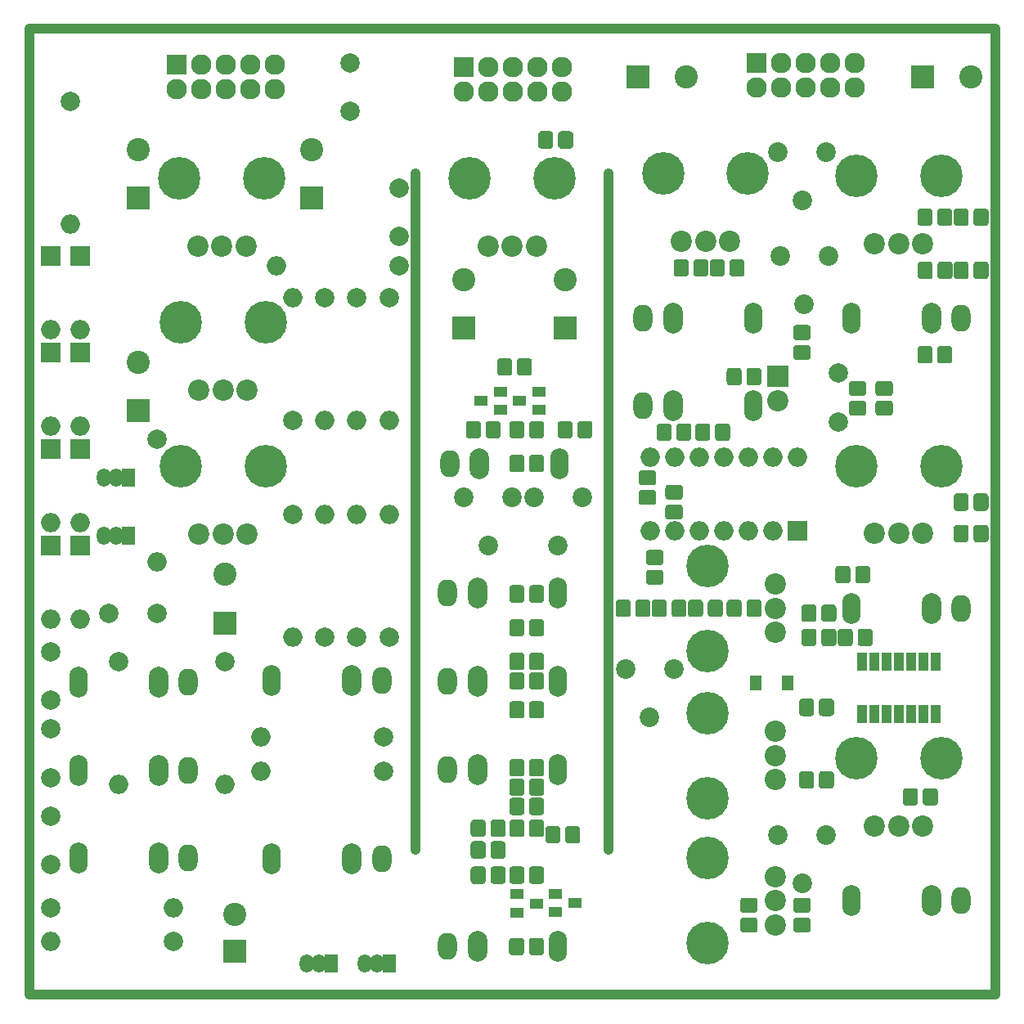
<source format=gbr>
%TF.GenerationSoftware,KiCad,Pcbnew,(5.0.0)*%
%TF.CreationDate,2019-01-26T23:48:39+01:00*%
%TF.ProjectId,Kicad_JE_SteinerVCF,4B696361645F4A455F537465696E6572,Rev A*%
%TF.SameCoordinates,Original*%
%TF.FileFunction,Soldermask,Bot*%
%TF.FilePolarity,Negative*%
%FSLAX46Y46*%
G04 Gerber Fmt 4.6, Leading zero omitted, Abs format (unit mm)*
G04 Created by KiCad (PCBNEW (5.0.0)) date 01/26/19 23:48:39*
%MOMM*%
%LPD*%
G01*
G04 APERTURE LIST*
%ADD10C,1.000000*%
%ADD11C,2.000000*%
%ADD12C,2.400000*%
%ADD13R,2.400000X2.400000*%
%ADD14O,2.000000X2.000000*%
%ADD15R,2.000000X2.000000*%
%ADD16O,1.900000X3.200000*%
%ADD17O,2.000000X2.800000*%
%ADD18O,2.000000X3.200000*%
%ADD19R,2.127200X2.127200*%
%ADD20O,2.127200X2.127200*%
%ADD21O,1.450000X1.900000*%
%ADD22R,1.450000X1.900000*%
%ADD23R,1.400000X1.100000*%
%ADD24C,0.150000*%
%ADD25C,1.550000*%
%ADD26C,4.400000*%
%ADD27C,2.200000*%
%ADD28C,2.020000*%
%ADD29R,2.200000X2.200000*%
%ADD30R,1.300000X1.600000*%
%ADD31R,1.000000X1.900000*%
G04 APERTURE END LIST*
D10*
X110000000Y-135000000D02*
X110000000Y-65000000D01*
X110000000Y-65000000D02*
X110000000Y-135000000D01*
X90000000Y-135000000D02*
X90000000Y-65000000D01*
X90000000Y-65000000D02*
X90000000Y-135000000D01*
X150000000Y-50000000D02*
X50000000Y-50000000D01*
X150000000Y-150000000D02*
X150000000Y-50000000D01*
X50000000Y-150000000D02*
X150000000Y-150000000D01*
X50000000Y-50000000D02*
X50000000Y-150000000D01*
D11*
X83250000Y-53500000D03*
X83250000Y-58500000D03*
D12*
X79250000Y-62500000D03*
D13*
X79250000Y-67500000D03*
D12*
X70250000Y-106500000D03*
D13*
X70250000Y-111500000D03*
D11*
X88250000Y-71500000D03*
X88250000Y-66500000D03*
D12*
X61250000Y-62500000D03*
D13*
X61250000Y-67500000D03*
D11*
X52250000Y-114500000D03*
X52250000Y-119500000D03*
D13*
X71250000Y-145500000D03*
D12*
X71250000Y-141700000D03*
D11*
X52250000Y-131500000D03*
X52250000Y-136500000D03*
X52250000Y-127500000D03*
X52250000Y-122500000D03*
X63250000Y-110500000D03*
X58250000Y-110500000D03*
D13*
X61250000Y-89500000D03*
D12*
X61250000Y-84500000D03*
D14*
X55250000Y-81120000D03*
D15*
X55250000Y-73500000D03*
X55250000Y-83500000D03*
D14*
X55250000Y-91120000D03*
X52250000Y-81120000D03*
D15*
X52250000Y-73500000D03*
X52250000Y-83500000D03*
D14*
X52250000Y-91120000D03*
X55250000Y-101120000D03*
D15*
X55250000Y-93500000D03*
X55250000Y-103500000D03*
D14*
X55250000Y-111120000D03*
X52250000Y-101120000D03*
D15*
X52250000Y-93500000D03*
X52250000Y-103500000D03*
D14*
X52250000Y-111120000D03*
D16*
X55080000Y-126750000D03*
D17*
X66480000Y-126750000D03*
D18*
X63380000Y-126750000D03*
X63380000Y-135800000D03*
D17*
X66480000Y-135800000D03*
D16*
X55080000Y-135800000D03*
D18*
X63380000Y-117600000D03*
D17*
X66480000Y-117600000D03*
D16*
X55080000Y-117600000D03*
D18*
X83380000Y-135900000D03*
D17*
X86480000Y-135900000D03*
D16*
X75080000Y-135900000D03*
X75080000Y-117500000D03*
D17*
X86480000Y-117500000D03*
D18*
X83380000Y-117500000D03*
D16*
X104720341Y-108385056D03*
D17*
X93320341Y-108385056D03*
D18*
X96420341Y-108385056D03*
X96420341Y-117525797D03*
D17*
X93320341Y-117525797D03*
D16*
X104720341Y-117525797D03*
X104720341Y-126666538D03*
D17*
X93320341Y-126666538D03*
D18*
X96420341Y-126666538D03*
X96420341Y-144948020D03*
D17*
X93320341Y-144948020D03*
D16*
X104720341Y-144948020D03*
X104920000Y-95000000D03*
D17*
X93520000Y-95000000D03*
D18*
X96620000Y-95000000D03*
D19*
X65250000Y-53750000D03*
D20*
X65250000Y-56290000D03*
X67790000Y-53750000D03*
X67790000Y-56290000D03*
X70330000Y-53750000D03*
X70330000Y-56290000D03*
X72870000Y-53750000D03*
X72870000Y-56290000D03*
X75410000Y-53750000D03*
X75410000Y-56290000D03*
X105160000Y-56540000D03*
X105160000Y-54000000D03*
X102620000Y-56540000D03*
X102620000Y-54000000D03*
X100080000Y-56540000D03*
X100080000Y-54000000D03*
X97540000Y-56540000D03*
X97540000Y-54000000D03*
X95000000Y-56540000D03*
D19*
X95000000Y-54000000D03*
D21*
X79980000Y-146776322D03*
X78710000Y-146776322D03*
D22*
X81250000Y-146776322D03*
X87250000Y-146776322D03*
D21*
X84710000Y-146776322D03*
X85980000Y-146776322D03*
D22*
X60250000Y-102500000D03*
D21*
X57710000Y-102500000D03*
X58980000Y-102500000D03*
X58980000Y-96500000D03*
X57710000Y-96500000D03*
D22*
X60250000Y-96500000D03*
D23*
X96750000Y-88500000D03*
X98750000Y-89450000D03*
X98750000Y-87550000D03*
X100750000Y-88500000D03*
X102750000Y-89450000D03*
X102750000Y-87550000D03*
X104500000Y-141450000D03*
X104500000Y-139550000D03*
X106500000Y-140500000D03*
X100500000Y-141500000D03*
X100500000Y-139600000D03*
X102500000Y-140550000D03*
D11*
X88250000Y-74500000D03*
D14*
X75550000Y-74500000D03*
X83916666Y-100300000D03*
D11*
X83916666Y-113000000D03*
X87249999Y-113000000D03*
D14*
X87249999Y-100300000D03*
D11*
X70250000Y-115500000D03*
D14*
X70250000Y-128200000D03*
X64950000Y-141000000D03*
D11*
X52250000Y-141000000D03*
X86644883Y-123290562D03*
D14*
X73944883Y-123290562D03*
X73944883Y-126873222D03*
D11*
X86644883Y-126873222D03*
D14*
X80583333Y-100300000D03*
D11*
X80583333Y-113000000D03*
D14*
X77250000Y-113000000D03*
D11*
X77250000Y-100300000D03*
X59250000Y-115500000D03*
D14*
X59250000Y-128200000D03*
D11*
X77250000Y-90500000D03*
D14*
X77250000Y-77800000D03*
D11*
X87249999Y-77800000D03*
D14*
X87249999Y-90500000D03*
X52250000Y-144500000D03*
D11*
X64950000Y-144500000D03*
D14*
X63250000Y-105200000D03*
D11*
X63250000Y-92500000D03*
X83916666Y-77800000D03*
D14*
X83916666Y-90500000D03*
D11*
X54250000Y-57500000D03*
D14*
X54250000Y-70200000D03*
X80583333Y-90500000D03*
D11*
X80583333Y-77800000D03*
D24*
G36*
X98996071Y-136714422D02*
X99028781Y-136719274D01*
X99060857Y-136727308D01*
X99091991Y-136738448D01*
X99121884Y-136752586D01*
X99150247Y-136769586D01*
X99176807Y-136789284D01*
X99201308Y-136811491D01*
X99223515Y-136835992D01*
X99243213Y-136862552D01*
X99260213Y-136890915D01*
X99274351Y-136920808D01*
X99285491Y-136951942D01*
X99293525Y-136984018D01*
X99298377Y-137016728D01*
X99300000Y-137049755D01*
X99300000Y-138175843D01*
X99298377Y-138208870D01*
X99293525Y-138241580D01*
X99285491Y-138273656D01*
X99274351Y-138304790D01*
X99260213Y-138334683D01*
X99243213Y-138363046D01*
X99223515Y-138389606D01*
X99201308Y-138414107D01*
X99176807Y-138436314D01*
X99150247Y-138456012D01*
X99121884Y-138473012D01*
X99091991Y-138487150D01*
X99060857Y-138498290D01*
X99028781Y-138506324D01*
X98996071Y-138511176D01*
X98963044Y-138512799D01*
X98086956Y-138512799D01*
X98053929Y-138511176D01*
X98021219Y-138506324D01*
X97989143Y-138498290D01*
X97958009Y-138487150D01*
X97928116Y-138473012D01*
X97899753Y-138456012D01*
X97873193Y-138436314D01*
X97848692Y-138414107D01*
X97826485Y-138389606D01*
X97806787Y-138363046D01*
X97789787Y-138334683D01*
X97775649Y-138304790D01*
X97764509Y-138273656D01*
X97756475Y-138241580D01*
X97751623Y-138208870D01*
X97750000Y-138175843D01*
X97750000Y-137049755D01*
X97751623Y-137016728D01*
X97756475Y-136984018D01*
X97764509Y-136951942D01*
X97775649Y-136920808D01*
X97789787Y-136890915D01*
X97806787Y-136862552D01*
X97826485Y-136835992D01*
X97848692Y-136811491D01*
X97873193Y-136789284D01*
X97899753Y-136769586D01*
X97928116Y-136752586D01*
X97958009Y-136738448D01*
X97989143Y-136727308D01*
X98021219Y-136719274D01*
X98053929Y-136714422D01*
X98086956Y-136712799D01*
X98963044Y-136712799D01*
X98996071Y-136714422D01*
X98996071Y-136714422D01*
G37*
D25*
X98525000Y-137612799D03*
D24*
G36*
X96946071Y-136714422D02*
X96978781Y-136719274D01*
X97010857Y-136727308D01*
X97041991Y-136738448D01*
X97071884Y-136752586D01*
X97100247Y-136769586D01*
X97126807Y-136789284D01*
X97151308Y-136811491D01*
X97173515Y-136835992D01*
X97193213Y-136862552D01*
X97210213Y-136890915D01*
X97224351Y-136920808D01*
X97235491Y-136951942D01*
X97243525Y-136984018D01*
X97248377Y-137016728D01*
X97250000Y-137049755D01*
X97250000Y-138175843D01*
X97248377Y-138208870D01*
X97243525Y-138241580D01*
X97235491Y-138273656D01*
X97224351Y-138304790D01*
X97210213Y-138334683D01*
X97193213Y-138363046D01*
X97173515Y-138389606D01*
X97151308Y-138414107D01*
X97126807Y-138436314D01*
X97100247Y-138456012D01*
X97071884Y-138473012D01*
X97041991Y-138487150D01*
X97010857Y-138498290D01*
X96978781Y-138506324D01*
X96946071Y-138511176D01*
X96913044Y-138512799D01*
X96036956Y-138512799D01*
X96003929Y-138511176D01*
X95971219Y-138506324D01*
X95939143Y-138498290D01*
X95908009Y-138487150D01*
X95878116Y-138473012D01*
X95849753Y-138456012D01*
X95823193Y-138436314D01*
X95798692Y-138414107D01*
X95776485Y-138389606D01*
X95756787Y-138363046D01*
X95739787Y-138334683D01*
X95725649Y-138304790D01*
X95714509Y-138273656D01*
X95706475Y-138241580D01*
X95701623Y-138208870D01*
X95700000Y-138175843D01*
X95700000Y-137049755D01*
X95701623Y-137016728D01*
X95706475Y-136984018D01*
X95714509Y-136951942D01*
X95725649Y-136920808D01*
X95739787Y-136890915D01*
X95756787Y-136862552D01*
X95776485Y-136835992D01*
X95798692Y-136811491D01*
X95823193Y-136789284D01*
X95849753Y-136769586D01*
X95878116Y-136752586D01*
X95908009Y-136738448D01*
X95939143Y-136727308D01*
X95971219Y-136719274D01*
X96003929Y-136714422D01*
X96036956Y-136712799D01*
X96913044Y-136712799D01*
X96946071Y-136714422D01*
X96946071Y-136714422D01*
G37*
D25*
X96475000Y-137612799D03*
D24*
G36*
X102996071Y-136714422D02*
X103028781Y-136719274D01*
X103060857Y-136727308D01*
X103091991Y-136738448D01*
X103121884Y-136752586D01*
X103150247Y-136769586D01*
X103176807Y-136789284D01*
X103201308Y-136811491D01*
X103223515Y-136835992D01*
X103243213Y-136862552D01*
X103260213Y-136890915D01*
X103274351Y-136920808D01*
X103285491Y-136951942D01*
X103293525Y-136984018D01*
X103298377Y-137016728D01*
X103300000Y-137049755D01*
X103300000Y-138175843D01*
X103298377Y-138208870D01*
X103293525Y-138241580D01*
X103285491Y-138273656D01*
X103274351Y-138304790D01*
X103260213Y-138334683D01*
X103243213Y-138363046D01*
X103223515Y-138389606D01*
X103201308Y-138414107D01*
X103176807Y-138436314D01*
X103150247Y-138456012D01*
X103121884Y-138473012D01*
X103091991Y-138487150D01*
X103060857Y-138498290D01*
X103028781Y-138506324D01*
X102996071Y-138511176D01*
X102963044Y-138512799D01*
X102086956Y-138512799D01*
X102053929Y-138511176D01*
X102021219Y-138506324D01*
X101989143Y-138498290D01*
X101958009Y-138487150D01*
X101928116Y-138473012D01*
X101899753Y-138456012D01*
X101873193Y-138436314D01*
X101848692Y-138414107D01*
X101826485Y-138389606D01*
X101806787Y-138363046D01*
X101789787Y-138334683D01*
X101775649Y-138304790D01*
X101764509Y-138273656D01*
X101756475Y-138241580D01*
X101751623Y-138208870D01*
X101750000Y-138175843D01*
X101750000Y-137049755D01*
X101751623Y-137016728D01*
X101756475Y-136984018D01*
X101764509Y-136951942D01*
X101775649Y-136920808D01*
X101789787Y-136890915D01*
X101806787Y-136862552D01*
X101826485Y-136835992D01*
X101848692Y-136811491D01*
X101873193Y-136789284D01*
X101899753Y-136769586D01*
X101928116Y-136752586D01*
X101958009Y-136738448D01*
X101989143Y-136727308D01*
X102021219Y-136719274D01*
X102053929Y-136714422D01*
X102086956Y-136712799D01*
X102963044Y-136712799D01*
X102996071Y-136714422D01*
X102996071Y-136714422D01*
G37*
D25*
X102525000Y-137612799D03*
D24*
G36*
X100946071Y-136714422D02*
X100978781Y-136719274D01*
X101010857Y-136727308D01*
X101041991Y-136738448D01*
X101071884Y-136752586D01*
X101100247Y-136769586D01*
X101126807Y-136789284D01*
X101151308Y-136811491D01*
X101173515Y-136835992D01*
X101193213Y-136862552D01*
X101210213Y-136890915D01*
X101224351Y-136920808D01*
X101235491Y-136951942D01*
X101243525Y-136984018D01*
X101248377Y-137016728D01*
X101250000Y-137049755D01*
X101250000Y-138175843D01*
X101248377Y-138208870D01*
X101243525Y-138241580D01*
X101235491Y-138273656D01*
X101224351Y-138304790D01*
X101210213Y-138334683D01*
X101193213Y-138363046D01*
X101173515Y-138389606D01*
X101151308Y-138414107D01*
X101126807Y-138436314D01*
X101100247Y-138456012D01*
X101071884Y-138473012D01*
X101041991Y-138487150D01*
X101010857Y-138498290D01*
X100978781Y-138506324D01*
X100946071Y-138511176D01*
X100913044Y-138512799D01*
X100036956Y-138512799D01*
X100003929Y-138511176D01*
X99971219Y-138506324D01*
X99939143Y-138498290D01*
X99908009Y-138487150D01*
X99878116Y-138473012D01*
X99849753Y-138456012D01*
X99823193Y-138436314D01*
X99798692Y-138414107D01*
X99776485Y-138389606D01*
X99756787Y-138363046D01*
X99739787Y-138334683D01*
X99725649Y-138304790D01*
X99714509Y-138273656D01*
X99706475Y-138241580D01*
X99701623Y-138208870D01*
X99700000Y-138175843D01*
X99700000Y-137049755D01*
X99701623Y-137016728D01*
X99706475Y-136984018D01*
X99714509Y-136951942D01*
X99725649Y-136920808D01*
X99739787Y-136890915D01*
X99756787Y-136862552D01*
X99776485Y-136835992D01*
X99798692Y-136811491D01*
X99823193Y-136789284D01*
X99849753Y-136769586D01*
X99878116Y-136752586D01*
X99908009Y-136738448D01*
X99939143Y-136727308D01*
X99971219Y-136719274D01*
X100003929Y-136714422D01*
X100036956Y-136712799D01*
X100913044Y-136712799D01*
X100946071Y-136714422D01*
X100946071Y-136714422D01*
G37*
D25*
X100475000Y-137612799D03*
D24*
G36*
X98996071Y-134101623D02*
X99028781Y-134106475D01*
X99060857Y-134114509D01*
X99091991Y-134125649D01*
X99121884Y-134139787D01*
X99150247Y-134156787D01*
X99176807Y-134176485D01*
X99201308Y-134198692D01*
X99223515Y-134223193D01*
X99243213Y-134249753D01*
X99260213Y-134278116D01*
X99274351Y-134308009D01*
X99285491Y-134339143D01*
X99293525Y-134371219D01*
X99298377Y-134403929D01*
X99300000Y-134436956D01*
X99300000Y-135563044D01*
X99298377Y-135596071D01*
X99293525Y-135628781D01*
X99285491Y-135660857D01*
X99274351Y-135691991D01*
X99260213Y-135721884D01*
X99243213Y-135750247D01*
X99223515Y-135776807D01*
X99201308Y-135801308D01*
X99176807Y-135823515D01*
X99150247Y-135843213D01*
X99121884Y-135860213D01*
X99091991Y-135874351D01*
X99060857Y-135885491D01*
X99028781Y-135893525D01*
X98996071Y-135898377D01*
X98963044Y-135900000D01*
X98086956Y-135900000D01*
X98053929Y-135898377D01*
X98021219Y-135893525D01*
X97989143Y-135885491D01*
X97958009Y-135874351D01*
X97928116Y-135860213D01*
X97899753Y-135843213D01*
X97873193Y-135823515D01*
X97848692Y-135801308D01*
X97826485Y-135776807D01*
X97806787Y-135750247D01*
X97789787Y-135721884D01*
X97775649Y-135691991D01*
X97764509Y-135660857D01*
X97756475Y-135628781D01*
X97751623Y-135596071D01*
X97750000Y-135563044D01*
X97750000Y-134436956D01*
X97751623Y-134403929D01*
X97756475Y-134371219D01*
X97764509Y-134339143D01*
X97775649Y-134308009D01*
X97789787Y-134278116D01*
X97806787Y-134249753D01*
X97826485Y-134223193D01*
X97848692Y-134198692D01*
X97873193Y-134176485D01*
X97899753Y-134156787D01*
X97928116Y-134139787D01*
X97958009Y-134125649D01*
X97989143Y-134114509D01*
X98021219Y-134106475D01*
X98053929Y-134101623D01*
X98086956Y-134100000D01*
X98963044Y-134100000D01*
X98996071Y-134101623D01*
X98996071Y-134101623D01*
G37*
D25*
X98525000Y-135000000D03*
D24*
G36*
X96946071Y-134101623D02*
X96978781Y-134106475D01*
X97010857Y-134114509D01*
X97041991Y-134125649D01*
X97071884Y-134139787D01*
X97100247Y-134156787D01*
X97126807Y-134176485D01*
X97151308Y-134198692D01*
X97173515Y-134223193D01*
X97193213Y-134249753D01*
X97210213Y-134278116D01*
X97224351Y-134308009D01*
X97235491Y-134339143D01*
X97243525Y-134371219D01*
X97248377Y-134403929D01*
X97250000Y-134436956D01*
X97250000Y-135563044D01*
X97248377Y-135596071D01*
X97243525Y-135628781D01*
X97235491Y-135660857D01*
X97224351Y-135691991D01*
X97210213Y-135721884D01*
X97193213Y-135750247D01*
X97173515Y-135776807D01*
X97151308Y-135801308D01*
X97126807Y-135823515D01*
X97100247Y-135843213D01*
X97071884Y-135860213D01*
X97041991Y-135874351D01*
X97010857Y-135885491D01*
X96978781Y-135893525D01*
X96946071Y-135898377D01*
X96913044Y-135900000D01*
X96036956Y-135900000D01*
X96003929Y-135898377D01*
X95971219Y-135893525D01*
X95939143Y-135885491D01*
X95908009Y-135874351D01*
X95878116Y-135860213D01*
X95849753Y-135843213D01*
X95823193Y-135823515D01*
X95798692Y-135801308D01*
X95776485Y-135776807D01*
X95756787Y-135750247D01*
X95739787Y-135721884D01*
X95725649Y-135691991D01*
X95714509Y-135660857D01*
X95706475Y-135628781D01*
X95701623Y-135596071D01*
X95700000Y-135563044D01*
X95700000Y-134436956D01*
X95701623Y-134403929D01*
X95706475Y-134371219D01*
X95714509Y-134339143D01*
X95725649Y-134308009D01*
X95739787Y-134278116D01*
X95756787Y-134249753D01*
X95776485Y-134223193D01*
X95798692Y-134198692D01*
X95823193Y-134176485D01*
X95849753Y-134156787D01*
X95878116Y-134139787D01*
X95908009Y-134125649D01*
X95939143Y-134114509D01*
X95971219Y-134106475D01*
X96003929Y-134101623D01*
X96036956Y-134100000D01*
X96913044Y-134100000D01*
X96946071Y-134101623D01*
X96946071Y-134101623D01*
G37*
D25*
X96475000Y-135000000D03*
D24*
G36*
X102996071Y-116601623D02*
X103028781Y-116606475D01*
X103060857Y-116614509D01*
X103091991Y-116625649D01*
X103121884Y-116639787D01*
X103150247Y-116656787D01*
X103176807Y-116676485D01*
X103201308Y-116698692D01*
X103223515Y-116723193D01*
X103243213Y-116749753D01*
X103260213Y-116778116D01*
X103274351Y-116808009D01*
X103285491Y-116839143D01*
X103293525Y-116871219D01*
X103298377Y-116903929D01*
X103300000Y-116936956D01*
X103300000Y-118063044D01*
X103298377Y-118096071D01*
X103293525Y-118128781D01*
X103285491Y-118160857D01*
X103274351Y-118191991D01*
X103260213Y-118221884D01*
X103243213Y-118250247D01*
X103223515Y-118276807D01*
X103201308Y-118301308D01*
X103176807Y-118323515D01*
X103150247Y-118343213D01*
X103121884Y-118360213D01*
X103091991Y-118374351D01*
X103060857Y-118385491D01*
X103028781Y-118393525D01*
X102996071Y-118398377D01*
X102963044Y-118400000D01*
X102086956Y-118400000D01*
X102053929Y-118398377D01*
X102021219Y-118393525D01*
X101989143Y-118385491D01*
X101958009Y-118374351D01*
X101928116Y-118360213D01*
X101899753Y-118343213D01*
X101873193Y-118323515D01*
X101848692Y-118301308D01*
X101826485Y-118276807D01*
X101806787Y-118250247D01*
X101789787Y-118221884D01*
X101775649Y-118191991D01*
X101764509Y-118160857D01*
X101756475Y-118128781D01*
X101751623Y-118096071D01*
X101750000Y-118063044D01*
X101750000Y-116936956D01*
X101751623Y-116903929D01*
X101756475Y-116871219D01*
X101764509Y-116839143D01*
X101775649Y-116808009D01*
X101789787Y-116778116D01*
X101806787Y-116749753D01*
X101826485Y-116723193D01*
X101848692Y-116698692D01*
X101873193Y-116676485D01*
X101899753Y-116656787D01*
X101928116Y-116639787D01*
X101958009Y-116625649D01*
X101989143Y-116614509D01*
X102021219Y-116606475D01*
X102053929Y-116601623D01*
X102086956Y-116600000D01*
X102963044Y-116600000D01*
X102996071Y-116601623D01*
X102996071Y-116601623D01*
G37*
D25*
X102525000Y-117500000D03*
D24*
G36*
X100946071Y-116601623D02*
X100978781Y-116606475D01*
X101010857Y-116614509D01*
X101041991Y-116625649D01*
X101071884Y-116639787D01*
X101100247Y-116656787D01*
X101126807Y-116676485D01*
X101151308Y-116698692D01*
X101173515Y-116723193D01*
X101193213Y-116749753D01*
X101210213Y-116778116D01*
X101224351Y-116808009D01*
X101235491Y-116839143D01*
X101243525Y-116871219D01*
X101248377Y-116903929D01*
X101250000Y-116936956D01*
X101250000Y-118063044D01*
X101248377Y-118096071D01*
X101243525Y-118128781D01*
X101235491Y-118160857D01*
X101224351Y-118191991D01*
X101210213Y-118221884D01*
X101193213Y-118250247D01*
X101173515Y-118276807D01*
X101151308Y-118301308D01*
X101126807Y-118323515D01*
X101100247Y-118343213D01*
X101071884Y-118360213D01*
X101041991Y-118374351D01*
X101010857Y-118385491D01*
X100978781Y-118393525D01*
X100946071Y-118398377D01*
X100913044Y-118400000D01*
X100036956Y-118400000D01*
X100003929Y-118398377D01*
X99971219Y-118393525D01*
X99939143Y-118385491D01*
X99908009Y-118374351D01*
X99878116Y-118360213D01*
X99849753Y-118343213D01*
X99823193Y-118323515D01*
X99798692Y-118301308D01*
X99776485Y-118276807D01*
X99756787Y-118250247D01*
X99739787Y-118221884D01*
X99725649Y-118191991D01*
X99714509Y-118160857D01*
X99706475Y-118128781D01*
X99701623Y-118096071D01*
X99700000Y-118063044D01*
X99700000Y-116936956D01*
X99701623Y-116903929D01*
X99706475Y-116871219D01*
X99714509Y-116839143D01*
X99725649Y-116808009D01*
X99739787Y-116778116D01*
X99756787Y-116749753D01*
X99776485Y-116723193D01*
X99798692Y-116698692D01*
X99823193Y-116676485D01*
X99849753Y-116656787D01*
X99878116Y-116639787D01*
X99908009Y-116625649D01*
X99939143Y-116614509D01*
X99971219Y-116606475D01*
X100003929Y-116601623D01*
X100036956Y-116600000D01*
X100913044Y-116600000D01*
X100946071Y-116601623D01*
X100946071Y-116601623D01*
G37*
D25*
X100475000Y-117500000D03*
D24*
G36*
X96946071Y-131864422D02*
X96978781Y-131869274D01*
X97010857Y-131877308D01*
X97041991Y-131888448D01*
X97071884Y-131902586D01*
X97100247Y-131919586D01*
X97126807Y-131939284D01*
X97151308Y-131961491D01*
X97173515Y-131985992D01*
X97193213Y-132012552D01*
X97210213Y-132040915D01*
X97224351Y-132070808D01*
X97235491Y-132101942D01*
X97243525Y-132134018D01*
X97248377Y-132166728D01*
X97250000Y-132199755D01*
X97250000Y-133325843D01*
X97248377Y-133358870D01*
X97243525Y-133391580D01*
X97235491Y-133423656D01*
X97224351Y-133454790D01*
X97210213Y-133484683D01*
X97193213Y-133513046D01*
X97173515Y-133539606D01*
X97151308Y-133564107D01*
X97126807Y-133586314D01*
X97100247Y-133606012D01*
X97071884Y-133623012D01*
X97041991Y-133637150D01*
X97010857Y-133648290D01*
X96978781Y-133656324D01*
X96946071Y-133661176D01*
X96913044Y-133662799D01*
X96036956Y-133662799D01*
X96003929Y-133661176D01*
X95971219Y-133656324D01*
X95939143Y-133648290D01*
X95908009Y-133637150D01*
X95878116Y-133623012D01*
X95849753Y-133606012D01*
X95823193Y-133586314D01*
X95798692Y-133564107D01*
X95776485Y-133539606D01*
X95756787Y-133513046D01*
X95739787Y-133484683D01*
X95725649Y-133454790D01*
X95714509Y-133423656D01*
X95706475Y-133391580D01*
X95701623Y-133358870D01*
X95700000Y-133325843D01*
X95700000Y-132199755D01*
X95701623Y-132166728D01*
X95706475Y-132134018D01*
X95714509Y-132101942D01*
X95725649Y-132070808D01*
X95739787Y-132040915D01*
X95756787Y-132012552D01*
X95776485Y-131985992D01*
X95798692Y-131961491D01*
X95823193Y-131939284D01*
X95849753Y-131919586D01*
X95878116Y-131902586D01*
X95908009Y-131888448D01*
X95939143Y-131877308D01*
X95971219Y-131869274D01*
X96003929Y-131864422D01*
X96036956Y-131862799D01*
X96913044Y-131862799D01*
X96946071Y-131864422D01*
X96946071Y-131864422D01*
G37*
D25*
X96475000Y-132762799D03*
D24*
G36*
X98996071Y-131864422D02*
X99028781Y-131869274D01*
X99060857Y-131877308D01*
X99091991Y-131888448D01*
X99121884Y-131902586D01*
X99150247Y-131919586D01*
X99176807Y-131939284D01*
X99201308Y-131961491D01*
X99223515Y-131985992D01*
X99243213Y-132012552D01*
X99260213Y-132040915D01*
X99274351Y-132070808D01*
X99285491Y-132101942D01*
X99293525Y-132134018D01*
X99298377Y-132166728D01*
X99300000Y-132199755D01*
X99300000Y-133325843D01*
X99298377Y-133358870D01*
X99293525Y-133391580D01*
X99285491Y-133423656D01*
X99274351Y-133454790D01*
X99260213Y-133484683D01*
X99243213Y-133513046D01*
X99223515Y-133539606D01*
X99201308Y-133564107D01*
X99176807Y-133586314D01*
X99150247Y-133606012D01*
X99121884Y-133623012D01*
X99091991Y-133637150D01*
X99060857Y-133648290D01*
X99028781Y-133656324D01*
X98996071Y-133661176D01*
X98963044Y-133662799D01*
X98086956Y-133662799D01*
X98053929Y-133661176D01*
X98021219Y-133656324D01*
X97989143Y-133648290D01*
X97958009Y-133637150D01*
X97928116Y-133623012D01*
X97899753Y-133606012D01*
X97873193Y-133586314D01*
X97848692Y-133564107D01*
X97826485Y-133539606D01*
X97806787Y-133513046D01*
X97789787Y-133484683D01*
X97775649Y-133454790D01*
X97764509Y-133423656D01*
X97756475Y-133391580D01*
X97751623Y-133358870D01*
X97750000Y-133325843D01*
X97750000Y-132199755D01*
X97751623Y-132166728D01*
X97756475Y-132134018D01*
X97764509Y-132101942D01*
X97775649Y-132070808D01*
X97789787Y-132040915D01*
X97806787Y-132012552D01*
X97826485Y-131985992D01*
X97848692Y-131961491D01*
X97873193Y-131939284D01*
X97899753Y-131919586D01*
X97928116Y-131902586D01*
X97958009Y-131888448D01*
X97989143Y-131877308D01*
X98021219Y-131869274D01*
X98053929Y-131864422D01*
X98086956Y-131862799D01*
X98963044Y-131862799D01*
X98996071Y-131864422D01*
X98996071Y-131864422D01*
G37*
D25*
X98525000Y-132762799D03*
D24*
G36*
X100946071Y-131864422D02*
X100978781Y-131869274D01*
X101010857Y-131877308D01*
X101041991Y-131888448D01*
X101071884Y-131902586D01*
X101100247Y-131919586D01*
X101126807Y-131939284D01*
X101151308Y-131961491D01*
X101173515Y-131985992D01*
X101193213Y-132012552D01*
X101210213Y-132040915D01*
X101224351Y-132070808D01*
X101235491Y-132101942D01*
X101243525Y-132134018D01*
X101248377Y-132166728D01*
X101250000Y-132199755D01*
X101250000Y-133325843D01*
X101248377Y-133358870D01*
X101243525Y-133391580D01*
X101235491Y-133423656D01*
X101224351Y-133454790D01*
X101210213Y-133484683D01*
X101193213Y-133513046D01*
X101173515Y-133539606D01*
X101151308Y-133564107D01*
X101126807Y-133586314D01*
X101100247Y-133606012D01*
X101071884Y-133623012D01*
X101041991Y-133637150D01*
X101010857Y-133648290D01*
X100978781Y-133656324D01*
X100946071Y-133661176D01*
X100913044Y-133662799D01*
X100036956Y-133662799D01*
X100003929Y-133661176D01*
X99971219Y-133656324D01*
X99939143Y-133648290D01*
X99908009Y-133637150D01*
X99878116Y-133623012D01*
X99849753Y-133606012D01*
X99823193Y-133586314D01*
X99798692Y-133564107D01*
X99776485Y-133539606D01*
X99756787Y-133513046D01*
X99739787Y-133484683D01*
X99725649Y-133454790D01*
X99714509Y-133423656D01*
X99706475Y-133391580D01*
X99701623Y-133358870D01*
X99700000Y-133325843D01*
X99700000Y-132199755D01*
X99701623Y-132166728D01*
X99706475Y-132134018D01*
X99714509Y-132101942D01*
X99725649Y-132070808D01*
X99739787Y-132040915D01*
X99756787Y-132012552D01*
X99776485Y-131985992D01*
X99798692Y-131961491D01*
X99823193Y-131939284D01*
X99849753Y-131919586D01*
X99878116Y-131902586D01*
X99908009Y-131888448D01*
X99939143Y-131877308D01*
X99971219Y-131869274D01*
X100003929Y-131864422D01*
X100036956Y-131862799D01*
X100913044Y-131862799D01*
X100946071Y-131864422D01*
X100946071Y-131864422D01*
G37*
D25*
X100475000Y-132762799D03*
D24*
G36*
X102996071Y-131864422D02*
X103028781Y-131869274D01*
X103060857Y-131877308D01*
X103091991Y-131888448D01*
X103121884Y-131902586D01*
X103150247Y-131919586D01*
X103176807Y-131939284D01*
X103201308Y-131961491D01*
X103223515Y-131985992D01*
X103243213Y-132012552D01*
X103260213Y-132040915D01*
X103274351Y-132070808D01*
X103285491Y-132101942D01*
X103293525Y-132134018D01*
X103298377Y-132166728D01*
X103300000Y-132199755D01*
X103300000Y-133325843D01*
X103298377Y-133358870D01*
X103293525Y-133391580D01*
X103285491Y-133423656D01*
X103274351Y-133454790D01*
X103260213Y-133484683D01*
X103243213Y-133513046D01*
X103223515Y-133539606D01*
X103201308Y-133564107D01*
X103176807Y-133586314D01*
X103150247Y-133606012D01*
X103121884Y-133623012D01*
X103091991Y-133637150D01*
X103060857Y-133648290D01*
X103028781Y-133656324D01*
X102996071Y-133661176D01*
X102963044Y-133662799D01*
X102086956Y-133662799D01*
X102053929Y-133661176D01*
X102021219Y-133656324D01*
X101989143Y-133648290D01*
X101958009Y-133637150D01*
X101928116Y-133623012D01*
X101899753Y-133606012D01*
X101873193Y-133586314D01*
X101848692Y-133564107D01*
X101826485Y-133539606D01*
X101806787Y-133513046D01*
X101789787Y-133484683D01*
X101775649Y-133454790D01*
X101764509Y-133423656D01*
X101756475Y-133391580D01*
X101751623Y-133358870D01*
X101750000Y-133325843D01*
X101750000Y-132199755D01*
X101751623Y-132166728D01*
X101756475Y-132134018D01*
X101764509Y-132101942D01*
X101775649Y-132070808D01*
X101789787Y-132040915D01*
X101806787Y-132012552D01*
X101826485Y-131985992D01*
X101848692Y-131961491D01*
X101873193Y-131939284D01*
X101899753Y-131919586D01*
X101928116Y-131902586D01*
X101958009Y-131888448D01*
X101989143Y-131877308D01*
X102021219Y-131869274D01*
X102053929Y-131864422D01*
X102086956Y-131862799D01*
X102963044Y-131862799D01*
X102996071Y-131864422D01*
X102996071Y-131864422D01*
G37*
D25*
X102525000Y-132762799D03*
D24*
G36*
X100946071Y-129601623D02*
X100978781Y-129606475D01*
X101010857Y-129614509D01*
X101041991Y-129625649D01*
X101071884Y-129639787D01*
X101100247Y-129656787D01*
X101126807Y-129676485D01*
X101151308Y-129698692D01*
X101173515Y-129723193D01*
X101193213Y-129749753D01*
X101210213Y-129778116D01*
X101224351Y-129808009D01*
X101235491Y-129839143D01*
X101243525Y-129871219D01*
X101248377Y-129903929D01*
X101250000Y-129936956D01*
X101250000Y-131063044D01*
X101248377Y-131096071D01*
X101243525Y-131128781D01*
X101235491Y-131160857D01*
X101224351Y-131191991D01*
X101210213Y-131221884D01*
X101193213Y-131250247D01*
X101173515Y-131276807D01*
X101151308Y-131301308D01*
X101126807Y-131323515D01*
X101100247Y-131343213D01*
X101071884Y-131360213D01*
X101041991Y-131374351D01*
X101010857Y-131385491D01*
X100978781Y-131393525D01*
X100946071Y-131398377D01*
X100913044Y-131400000D01*
X100036956Y-131400000D01*
X100003929Y-131398377D01*
X99971219Y-131393525D01*
X99939143Y-131385491D01*
X99908009Y-131374351D01*
X99878116Y-131360213D01*
X99849753Y-131343213D01*
X99823193Y-131323515D01*
X99798692Y-131301308D01*
X99776485Y-131276807D01*
X99756787Y-131250247D01*
X99739787Y-131221884D01*
X99725649Y-131191991D01*
X99714509Y-131160857D01*
X99706475Y-131128781D01*
X99701623Y-131096071D01*
X99700000Y-131063044D01*
X99700000Y-129936956D01*
X99701623Y-129903929D01*
X99706475Y-129871219D01*
X99714509Y-129839143D01*
X99725649Y-129808009D01*
X99739787Y-129778116D01*
X99756787Y-129749753D01*
X99776485Y-129723193D01*
X99798692Y-129698692D01*
X99823193Y-129676485D01*
X99849753Y-129656787D01*
X99878116Y-129639787D01*
X99908009Y-129625649D01*
X99939143Y-129614509D01*
X99971219Y-129606475D01*
X100003929Y-129601623D01*
X100036956Y-129600000D01*
X100913044Y-129600000D01*
X100946071Y-129601623D01*
X100946071Y-129601623D01*
G37*
D25*
X100475000Y-130500000D03*
D24*
G36*
X102996071Y-129601623D02*
X103028781Y-129606475D01*
X103060857Y-129614509D01*
X103091991Y-129625649D01*
X103121884Y-129639787D01*
X103150247Y-129656787D01*
X103176807Y-129676485D01*
X103201308Y-129698692D01*
X103223515Y-129723193D01*
X103243213Y-129749753D01*
X103260213Y-129778116D01*
X103274351Y-129808009D01*
X103285491Y-129839143D01*
X103293525Y-129871219D01*
X103298377Y-129903929D01*
X103300000Y-129936956D01*
X103300000Y-131063044D01*
X103298377Y-131096071D01*
X103293525Y-131128781D01*
X103285491Y-131160857D01*
X103274351Y-131191991D01*
X103260213Y-131221884D01*
X103243213Y-131250247D01*
X103223515Y-131276807D01*
X103201308Y-131301308D01*
X103176807Y-131323515D01*
X103150247Y-131343213D01*
X103121884Y-131360213D01*
X103091991Y-131374351D01*
X103060857Y-131385491D01*
X103028781Y-131393525D01*
X102996071Y-131398377D01*
X102963044Y-131400000D01*
X102086956Y-131400000D01*
X102053929Y-131398377D01*
X102021219Y-131393525D01*
X101989143Y-131385491D01*
X101958009Y-131374351D01*
X101928116Y-131360213D01*
X101899753Y-131343213D01*
X101873193Y-131323515D01*
X101848692Y-131301308D01*
X101826485Y-131276807D01*
X101806787Y-131250247D01*
X101789787Y-131221884D01*
X101775649Y-131191991D01*
X101764509Y-131160857D01*
X101756475Y-131128781D01*
X101751623Y-131096071D01*
X101750000Y-131063044D01*
X101750000Y-129936956D01*
X101751623Y-129903929D01*
X101756475Y-129871219D01*
X101764509Y-129839143D01*
X101775649Y-129808009D01*
X101789787Y-129778116D01*
X101806787Y-129749753D01*
X101826485Y-129723193D01*
X101848692Y-129698692D01*
X101873193Y-129676485D01*
X101899753Y-129656787D01*
X101928116Y-129639787D01*
X101958009Y-129625649D01*
X101989143Y-129614509D01*
X102021219Y-129606475D01*
X102053929Y-129601623D01*
X102086956Y-129600000D01*
X102963044Y-129600000D01*
X102996071Y-129601623D01*
X102996071Y-129601623D01*
G37*
D25*
X102525000Y-130500000D03*
D24*
G36*
X100946071Y-127601623D02*
X100978781Y-127606475D01*
X101010857Y-127614509D01*
X101041991Y-127625649D01*
X101071884Y-127639787D01*
X101100247Y-127656787D01*
X101126807Y-127676485D01*
X101151308Y-127698692D01*
X101173515Y-127723193D01*
X101193213Y-127749753D01*
X101210213Y-127778116D01*
X101224351Y-127808009D01*
X101235491Y-127839143D01*
X101243525Y-127871219D01*
X101248377Y-127903929D01*
X101250000Y-127936956D01*
X101250000Y-129063044D01*
X101248377Y-129096071D01*
X101243525Y-129128781D01*
X101235491Y-129160857D01*
X101224351Y-129191991D01*
X101210213Y-129221884D01*
X101193213Y-129250247D01*
X101173515Y-129276807D01*
X101151308Y-129301308D01*
X101126807Y-129323515D01*
X101100247Y-129343213D01*
X101071884Y-129360213D01*
X101041991Y-129374351D01*
X101010857Y-129385491D01*
X100978781Y-129393525D01*
X100946071Y-129398377D01*
X100913044Y-129400000D01*
X100036956Y-129400000D01*
X100003929Y-129398377D01*
X99971219Y-129393525D01*
X99939143Y-129385491D01*
X99908009Y-129374351D01*
X99878116Y-129360213D01*
X99849753Y-129343213D01*
X99823193Y-129323515D01*
X99798692Y-129301308D01*
X99776485Y-129276807D01*
X99756787Y-129250247D01*
X99739787Y-129221884D01*
X99725649Y-129191991D01*
X99714509Y-129160857D01*
X99706475Y-129128781D01*
X99701623Y-129096071D01*
X99700000Y-129063044D01*
X99700000Y-127936956D01*
X99701623Y-127903929D01*
X99706475Y-127871219D01*
X99714509Y-127839143D01*
X99725649Y-127808009D01*
X99739787Y-127778116D01*
X99756787Y-127749753D01*
X99776485Y-127723193D01*
X99798692Y-127698692D01*
X99823193Y-127676485D01*
X99849753Y-127656787D01*
X99878116Y-127639787D01*
X99908009Y-127625649D01*
X99939143Y-127614509D01*
X99971219Y-127606475D01*
X100003929Y-127601623D01*
X100036956Y-127600000D01*
X100913044Y-127600000D01*
X100946071Y-127601623D01*
X100946071Y-127601623D01*
G37*
D25*
X100475000Y-128500000D03*
D24*
G36*
X102996071Y-127601623D02*
X103028781Y-127606475D01*
X103060857Y-127614509D01*
X103091991Y-127625649D01*
X103121884Y-127639787D01*
X103150247Y-127656787D01*
X103176807Y-127676485D01*
X103201308Y-127698692D01*
X103223515Y-127723193D01*
X103243213Y-127749753D01*
X103260213Y-127778116D01*
X103274351Y-127808009D01*
X103285491Y-127839143D01*
X103293525Y-127871219D01*
X103298377Y-127903929D01*
X103300000Y-127936956D01*
X103300000Y-129063044D01*
X103298377Y-129096071D01*
X103293525Y-129128781D01*
X103285491Y-129160857D01*
X103274351Y-129191991D01*
X103260213Y-129221884D01*
X103243213Y-129250247D01*
X103223515Y-129276807D01*
X103201308Y-129301308D01*
X103176807Y-129323515D01*
X103150247Y-129343213D01*
X103121884Y-129360213D01*
X103091991Y-129374351D01*
X103060857Y-129385491D01*
X103028781Y-129393525D01*
X102996071Y-129398377D01*
X102963044Y-129400000D01*
X102086956Y-129400000D01*
X102053929Y-129398377D01*
X102021219Y-129393525D01*
X101989143Y-129385491D01*
X101958009Y-129374351D01*
X101928116Y-129360213D01*
X101899753Y-129343213D01*
X101873193Y-129323515D01*
X101848692Y-129301308D01*
X101826485Y-129276807D01*
X101806787Y-129250247D01*
X101789787Y-129221884D01*
X101775649Y-129191991D01*
X101764509Y-129160857D01*
X101756475Y-129128781D01*
X101751623Y-129096071D01*
X101750000Y-129063044D01*
X101750000Y-127936956D01*
X101751623Y-127903929D01*
X101756475Y-127871219D01*
X101764509Y-127839143D01*
X101775649Y-127808009D01*
X101789787Y-127778116D01*
X101806787Y-127749753D01*
X101826485Y-127723193D01*
X101848692Y-127698692D01*
X101873193Y-127676485D01*
X101899753Y-127656787D01*
X101928116Y-127639787D01*
X101958009Y-127625649D01*
X101989143Y-127614509D01*
X102021219Y-127606475D01*
X102053929Y-127601623D01*
X102086956Y-127600000D01*
X102963044Y-127600000D01*
X102996071Y-127601623D01*
X102996071Y-127601623D01*
G37*
D25*
X102525000Y-128500000D03*
D24*
G36*
X100946071Y-125601623D02*
X100978781Y-125606475D01*
X101010857Y-125614509D01*
X101041991Y-125625649D01*
X101071884Y-125639787D01*
X101100247Y-125656787D01*
X101126807Y-125676485D01*
X101151308Y-125698692D01*
X101173515Y-125723193D01*
X101193213Y-125749753D01*
X101210213Y-125778116D01*
X101224351Y-125808009D01*
X101235491Y-125839143D01*
X101243525Y-125871219D01*
X101248377Y-125903929D01*
X101250000Y-125936956D01*
X101250000Y-127063044D01*
X101248377Y-127096071D01*
X101243525Y-127128781D01*
X101235491Y-127160857D01*
X101224351Y-127191991D01*
X101210213Y-127221884D01*
X101193213Y-127250247D01*
X101173515Y-127276807D01*
X101151308Y-127301308D01*
X101126807Y-127323515D01*
X101100247Y-127343213D01*
X101071884Y-127360213D01*
X101041991Y-127374351D01*
X101010857Y-127385491D01*
X100978781Y-127393525D01*
X100946071Y-127398377D01*
X100913044Y-127400000D01*
X100036956Y-127400000D01*
X100003929Y-127398377D01*
X99971219Y-127393525D01*
X99939143Y-127385491D01*
X99908009Y-127374351D01*
X99878116Y-127360213D01*
X99849753Y-127343213D01*
X99823193Y-127323515D01*
X99798692Y-127301308D01*
X99776485Y-127276807D01*
X99756787Y-127250247D01*
X99739787Y-127221884D01*
X99725649Y-127191991D01*
X99714509Y-127160857D01*
X99706475Y-127128781D01*
X99701623Y-127096071D01*
X99700000Y-127063044D01*
X99700000Y-125936956D01*
X99701623Y-125903929D01*
X99706475Y-125871219D01*
X99714509Y-125839143D01*
X99725649Y-125808009D01*
X99739787Y-125778116D01*
X99756787Y-125749753D01*
X99776485Y-125723193D01*
X99798692Y-125698692D01*
X99823193Y-125676485D01*
X99849753Y-125656787D01*
X99878116Y-125639787D01*
X99908009Y-125625649D01*
X99939143Y-125614509D01*
X99971219Y-125606475D01*
X100003929Y-125601623D01*
X100036956Y-125600000D01*
X100913044Y-125600000D01*
X100946071Y-125601623D01*
X100946071Y-125601623D01*
G37*
D25*
X100475000Y-126500000D03*
D24*
G36*
X102996071Y-125601623D02*
X103028781Y-125606475D01*
X103060857Y-125614509D01*
X103091991Y-125625649D01*
X103121884Y-125639787D01*
X103150247Y-125656787D01*
X103176807Y-125676485D01*
X103201308Y-125698692D01*
X103223515Y-125723193D01*
X103243213Y-125749753D01*
X103260213Y-125778116D01*
X103274351Y-125808009D01*
X103285491Y-125839143D01*
X103293525Y-125871219D01*
X103298377Y-125903929D01*
X103300000Y-125936956D01*
X103300000Y-127063044D01*
X103298377Y-127096071D01*
X103293525Y-127128781D01*
X103285491Y-127160857D01*
X103274351Y-127191991D01*
X103260213Y-127221884D01*
X103243213Y-127250247D01*
X103223515Y-127276807D01*
X103201308Y-127301308D01*
X103176807Y-127323515D01*
X103150247Y-127343213D01*
X103121884Y-127360213D01*
X103091991Y-127374351D01*
X103060857Y-127385491D01*
X103028781Y-127393525D01*
X102996071Y-127398377D01*
X102963044Y-127400000D01*
X102086956Y-127400000D01*
X102053929Y-127398377D01*
X102021219Y-127393525D01*
X101989143Y-127385491D01*
X101958009Y-127374351D01*
X101928116Y-127360213D01*
X101899753Y-127343213D01*
X101873193Y-127323515D01*
X101848692Y-127301308D01*
X101826485Y-127276807D01*
X101806787Y-127250247D01*
X101789787Y-127221884D01*
X101775649Y-127191991D01*
X101764509Y-127160857D01*
X101756475Y-127128781D01*
X101751623Y-127096071D01*
X101750000Y-127063044D01*
X101750000Y-125936956D01*
X101751623Y-125903929D01*
X101756475Y-125871219D01*
X101764509Y-125839143D01*
X101775649Y-125808009D01*
X101789787Y-125778116D01*
X101806787Y-125749753D01*
X101826485Y-125723193D01*
X101848692Y-125698692D01*
X101873193Y-125676485D01*
X101899753Y-125656787D01*
X101928116Y-125639787D01*
X101958009Y-125625649D01*
X101989143Y-125614509D01*
X102021219Y-125606475D01*
X102053929Y-125601623D01*
X102086956Y-125600000D01*
X102963044Y-125600000D01*
X102996071Y-125601623D01*
X102996071Y-125601623D01*
G37*
D25*
X102525000Y-126500000D03*
D24*
G36*
X105946071Y-90601623D02*
X105978781Y-90606475D01*
X106010857Y-90614509D01*
X106041991Y-90625649D01*
X106071884Y-90639787D01*
X106100247Y-90656787D01*
X106126807Y-90676485D01*
X106151308Y-90698692D01*
X106173515Y-90723193D01*
X106193213Y-90749753D01*
X106210213Y-90778116D01*
X106224351Y-90808009D01*
X106235491Y-90839143D01*
X106243525Y-90871219D01*
X106248377Y-90903929D01*
X106250000Y-90936956D01*
X106250000Y-92063044D01*
X106248377Y-92096071D01*
X106243525Y-92128781D01*
X106235491Y-92160857D01*
X106224351Y-92191991D01*
X106210213Y-92221884D01*
X106193213Y-92250247D01*
X106173515Y-92276807D01*
X106151308Y-92301308D01*
X106126807Y-92323515D01*
X106100247Y-92343213D01*
X106071884Y-92360213D01*
X106041991Y-92374351D01*
X106010857Y-92385491D01*
X105978781Y-92393525D01*
X105946071Y-92398377D01*
X105913044Y-92400000D01*
X105036956Y-92400000D01*
X105003929Y-92398377D01*
X104971219Y-92393525D01*
X104939143Y-92385491D01*
X104908009Y-92374351D01*
X104878116Y-92360213D01*
X104849753Y-92343213D01*
X104823193Y-92323515D01*
X104798692Y-92301308D01*
X104776485Y-92276807D01*
X104756787Y-92250247D01*
X104739787Y-92221884D01*
X104725649Y-92191991D01*
X104714509Y-92160857D01*
X104706475Y-92128781D01*
X104701623Y-92096071D01*
X104700000Y-92063044D01*
X104700000Y-90936956D01*
X104701623Y-90903929D01*
X104706475Y-90871219D01*
X104714509Y-90839143D01*
X104725649Y-90808009D01*
X104739787Y-90778116D01*
X104756787Y-90749753D01*
X104776485Y-90723193D01*
X104798692Y-90698692D01*
X104823193Y-90676485D01*
X104849753Y-90656787D01*
X104878116Y-90639787D01*
X104908009Y-90625649D01*
X104939143Y-90614509D01*
X104971219Y-90606475D01*
X105003929Y-90601623D01*
X105036956Y-90600000D01*
X105913044Y-90600000D01*
X105946071Y-90601623D01*
X105946071Y-90601623D01*
G37*
D25*
X105475000Y-91500000D03*
D24*
G36*
X107996071Y-90601623D02*
X108028781Y-90606475D01*
X108060857Y-90614509D01*
X108091991Y-90625649D01*
X108121884Y-90639787D01*
X108150247Y-90656787D01*
X108176807Y-90676485D01*
X108201308Y-90698692D01*
X108223515Y-90723193D01*
X108243213Y-90749753D01*
X108260213Y-90778116D01*
X108274351Y-90808009D01*
X108285491Y-90839143D01*
X108293525Y-90871219D01*
X108298377Y-90903929D01*
X108300000Y-90936956D01*
X108300000Y-92063044D01*
X108298377Y-92096071D01*
X108293525Y-92128781D01*
X108285491Y-92160857D01*
X108274351Y-92191991D01*
X108260213Y-92221884D01*
X108243213Y-92250247D01*
X108223515Y-92276807D01*
X108201308Y-92301308D01*
X108176807Y-92323515D01*
X108150247Y-92343213D01*
X108121884Y-92360213D01*
X108091991Y-92374351D01*
X108060857Y-92385491D01*
X108028781Y-92393525D01*
X107996071Y-92398377D01*
X107963044Y-92400000D01*
X107086956Y-92400000D01*
X107053929Y-92398377D01*
X107021219Y-92393525D01*
X106989143Y-92385491D01*
X106958009Y-92374351D01*
X106928116Y-92360213D01*
X106899753Y-92343213D01*
X106873193Y-92323515D01*
X106848692Y-92301308D01*
X106826485Y-92276807D01*
X106806787Y-92250247D01*
X106789787Y-92221884D01*
X106775649Y-92191991D01*
X106764509Y-92160857D01*
X106756475Y-92128781D01*
X106751623Y-92096071D01*
X106750000Y-92063044D01*
X106750000Y-90936956D01*
X106751623Y-90903929D01*
X106756475Y-90871219D01*
X106764509Y-90839143D01*
X106775649Y-90808009D01*
X106789787Y-90778116D01*
X106806787Y-90749753D01*
X106826485Y-90723193D01*
X106848692Y-90698692D01*
X106873193Y-90676485D01*
X106899753Y-90656787D01*
X106928116Y-90639787D01*
X106958009Y-90625649D01*
X106989143Y-90614509D01*
X107021219Y-90606475D01*
X107053929Y-90601623D01*
X107086956Y-90600000D01*
X107963044Y-90600000D01*
X107996071Y-90601623D01*
X107996071Y-90601623D01*
G37*
D25*
X107525000Y-91500000D03*
D24*
G36*
X100946071Y-94101623D02*
X100978781Y-94106475D01*
X101010857Y-94114509D01*
X101041991Y-94125649D01*
X101071884Y-94139787D01*
X101100247Y-94156787D01*
X101126807Y-94176485D01*
X101151308Y-94198692D01*
X101173515Y-94223193D01*
X101193213Y-94249753D01*
X101210213Y-94278116D01*
X101224351Y-94308009D01*
X101235491Y-94339143D01*
X101243525Y-94371219D01*
X101248377Y-94403929D01*
X101250000Y-94436956D01*
X101250000Y-95563044D01*
X101248377Y-95596071D01*
X101243525Y-95628781D01*
X101235491Y-95660857D01*
X101224351Y-95691991D01*
X101210213Y-95721884D01*
X101193213Y-95750247D01*
X101173515Y-95776807D01*
X101151308Y-95801308D01*
X101126807Y-95823515D01*
X101100247Y-95843213D01*
X101071884Y-95860213D01*
X101041991Y-95874351D01*
X101010857Y-95885491D01*
X100978781Y-95893525D01*
X100946071Y-95898377D01*
X100913044Y-95900000D01*
X100036956Y-95900000D01*
X100003929Y-95898377D01*
X99971219Y-95893525D01*
X99939143Y-95885491D01*
X99908009Y-95874351D01*
X99878116Y-95860213D01*
X99849753Y-95843213D01*
X99823193Y-95823515D01*
X99798692Y-95801308D01*
X99776485Y-95776807D01*
X99756787Y-95750247D01*
X99739787Y-95721884D01*
X99725649Y-95691991D01*
X99714509Y-95660857D01*
X99706475Y-95628781D01*
X99701623Y-95596071D01*
X99700000Y-95563044D01*
X99700000Y-94436956D01*
X99701623Y-94403929D01*
X99706475Y-94371219D01*
X99714509Y-94339143D01*
X99725649Y-94308009D01*
X99739787Y-94278116D01*
X99756787Y-94249753D01*
X99776485Y-94223193D01*
X99798692Y-94198692D01*
X99823193Y-94176485D01*
X99849753Y-94156787D01*
X99878116Y-94139787D01*
X99908009Y-94125649D01*
X99939143Y-94114509D01*
X99971219Y-94106475D01*
X100003929Y-94101623D01*
X100036956Y-94100000D01*
X100913044Y-94100000D01*
X100946071Y-94101623D01*
X100946071Y-94101623D01*
G37*
D25*
X100475000Y-95000000D03*
D24*
G36*
X102996071Y-94101623D02*
X103028781Y-94106475D01*
X103060857Y-94114509D01*
X103091991Y-94125649D01*
X103121884Y-94139787D01*
X103150247Y-94156787D01*
X103176807Y-94176485D01*
X103201308Y-94198692D01*
X103223515Y-94223193D01*
X103243213Y-94249753D01*
X103260213Y-94278116D01*
X103274351Y-94308009D01*
X103285491Y-94339143D01*
X103293525Y-94371219D01*
X103298377Y-94403929D01*
X103300000Y-94436956D01*
X103300000Y-95563044D01*
X103298377Y-95596071D01*
X103293525Y-95628781D01*
X103285491Y-95660857D01*
X103274351Y-95691991D01*
X103260213Y-95721884D01*
X103243213Y-95750247D01*
X103223515Y-95776807D01*
X103201308Y-95801308D01*
X103176807Y-95823515D01*
X103150247Y-95843213D01*
X103121884Y-95860213D01*
X103091991Y-95874351D01*
X103060857Y-95885491D01*
X103028781Y-95893525D01*
X102996071Y-95898377D01*
X102963044Y-95900000D01*
X102086956Y-95900000D01*
X102053929Y-95898377D01*
X102021219Y-95893525D01*
X101989143Y-95885491D01*
X101958009Y-95874351D01*
X101928116Y-95860213D01*
X101899753Y-95843213D01*
X101873193Y-95823515D01*
X101848692Y-95801308D01*
X101826485Y-95776807D01*
X101806787Y-95750247D01*
X101789787Y-95721884D01*
X101775649Y-95691991D01*
X101764509Y-95660857D01*
X101756475Y-95628781D01*
X101751623Y-95596071D01*
X101750000Y-95563044D01*
X101750000Y-94436956D01*
X101751623Y-94403929D01*
X101756475Y-94371219D01*
X101764509Y-94339143D01*
X101775649Y-94308009D01*
X101789787Y-94278116D01*
X101806787Y-94249753D01*
X101826485Y-94223193D01*
X101848692Y-94198692D01*
X101873193Y-94176485D01*
X101899753Y-94156787D01*
X101928116Y-94139787D01*
X101958009Y-94125649D01*
X101989143Y-94114509D01*
X102021219Y-94106475D01*
X102053929Y-94101623D01*
X102086956Y-94100000D01*
X102963044Y-94100000D01*
X102996071Y-94101623D01*
X102996071Y-94101623D01*
G37*
D25*
X102525000Y-95000000D03*
D24*
G36*
X102996071Y-107601623D02*
X103028781Y-107606475D01*
X103060857Y-107614509D01*
X103091991Y-107625649D01*
X103121884Y-107639787D01*
X103150247Y-107656787D01*
X103176807Y-107676485D01*
X103201308Y-107698692D01*
X103223515Y-107723193D01*
X103243213Y-107749753D01*
X103260213Y-107778116D01*
X103274351Y-107808009D01*
X103285491Y-107839143D01*
X103293525Y-107871219D01*
X103298377Y-107903929D01*
X103300000Y-107936956D01*
X103300000Y-109063044D01*
X103298377Y-109096071D01*
X103293525Y-109128781D01*
X103285491Y-109160857D01*
X103274351Y-109191991D01*
X103260213Y-109221884D01*
X103243213Y-109250247D01*
X103223515Y-109276807D01*
X103201308Y-109301308D01*
X103176807Y-109323515D01*
X103150247Y-109343213D01*
X103121884Y-109360213D01*
X103091991Y-109374351D01*
X103060857Y-109385491D01*
X103028781Y-109393525D01*
X102996071Y-109398377D01*
X102963044Y-109400000D01*
X102086956Y-109400000D01*
X102053929Y-109398377D01*
X102021219Y-109393525D01*
X101989143Y-109385491D01*
X101958009Y-109374351D01*
X101928116Y-109360213D01*
X101899753Y-109343213D01*
X101873193Y-109323515D01*
X101848692Y-109301308D01*
X101826485Y-109276807D01*
X101806787Y-109250247D01*
X101789787Y-109221884D01*
X101775649Y-109191991D01*
X101764509Y-109160857D01*
X101756475Y-109128781D01*
X101751623Y-109096071D01*
X101750000Y-109063044D01*
X101750000Y-107936956D01*
X101751623Y-107903929D01*
X101756475Y-107871219D01*
X101764509Y-107839143D01*
X101775649Y-107808009D01*
X101789787Y-107778116D01*
X101806787Y-107749753D01*
X101826485Y-107723193D01*
X101848692Y-107698692D01*
X101873193Y-107676485D01*
X101899753Y-107656787D01*
X101928116Y-107639787D01*
X101958009Y-107625649D01*
X101989143Y-107614509D01*
X102021219Y-107606475D01*
X102053929Y-107601623D01*
X102086956Y-107600000D01*
X102963044Y-107600000D01*
X102996071Y-107601623D01*
X102996071Y-107601623D01*
G37*
D25*
X102525000Y-108500000D03*
D24*
G36*
X100946071Y-107601623D02*
X100978781Y-107606475D01*
X101010857Y-107614509D01*
X101041991Y-107625649D01*
X101071884Y-107639787D01*
X101100247Y-107656787D01*
X101126807Y-107676485D01*
X101151308Y-107698692D01*
X101173515Y-107723193D01*
X101193213Y-107749753D01*
X101210213Y-107778116D01*
X101224351Y-107808009D01*
X101235491Y-107839143D01*
X101243525Y-107871219D01*
X101248377Y-107903929D01*
X101250000Y-107936956D01*
X101250000Y-109063044D01*
X101248377Y-109096071D01*
X101243525Y-109128781D01*
X101235491Y-109160857D01*
X101224351Y-109191991D01*
X101210213Y-109221884D01*
X101193213Y-109250247D01*
X101173515Y-109276807D01*
X101151308Y-109301308D01*
X101126807Y-109323515D01*
X101100247Y-109343213D01*
X101071884Y-109360213D01*
X101041991Y-109374351D01*
X101010857Y-109385491D01*
X100978781Y-109393525D01*
X100946071Y-109398377D01*
X100913044Y-109400000D01*
X100036956Y-109400000D01*
X100003929Y-109398377D01*
X99971219Y-109393525D01*
X99939143Y-109385491D01*
X99908009Y-109374351D01*
X99878116Y-109360213D01*
X99849753Y-109343213D01*
X99823193Y-109323515D01*
X99798692Y-109301308D01*
X99776485Y-109276807D01*
X99756787Y-109250247D01*
X99739787Y-109221884D01*
X99725649Y-109191991D01*
X99714509Y-109160857D01*
X99706475Y-109128781D01*
X99701623Y-109096071D01*
X99700000Y-109063044D01*
X99700000Y-107936956D01*
X99701623Y-107903929D01*
X99706475Y-107871219D01*
X99714509Y-107839143D01*
X99725649Y-107808009D01*
X99739787Y-107778116D01*
X99756787Y-107749753D01*
X99776485Y-107723193D01*
X99798692Y-107698692D01*
X99823193Y-107676485D01*
X99849753Y-107656787D01*
X99878116Y-107639787D01*
X99908009Y-107625649D01*
X99939143Y-107614509D01*
X99971219Y-107606475D01*
X100003929Y-107601623D01*
X100036956Y-107600000D01*
X100913044Y-107600000D01*
X100946071Y-107601623D01*
X100946071Y-107601623D01*
G37*
D25*
X100475000Y-108500000D03*
D24*
G36*
X101746071Y-84101623D02*
X101778781Y-84106475D01*
X101810857Y-84114509D01*
X101841991Y-84125649D01*
X101871884Y-84139787D01*
X101900247Y-84156787D01*
X101926807Y-84176485D01*
X101951308Y-84198692D01*
X101973515Y-84223193D01*
X101993213Y-84249753D01*
X102010213Y-84278116D01*
X102024351Y-84308009D01*
X102035491Y-84339143D01*
X102043525Y-84371219D01*
X102048377Y-84403929D01*
X102050000Y-84436956D01*
X102050000Y-85563044D01*
X102048377Y-85596071D01*
X102043525Y-85628781D01*
X102035491Y-85660857D01*
X102024351Y-85691991D01*
X102010213Y-85721884D01*
X101993213Y-85750247D01*
X101973515Y-85776807D01*
X101951308Y-85801308D01*
X101926807Y-85823515D01*
X101900247Y-85843213D01*
X101871884Y-85860213D01*
X101841991Y-85874351D01*
X101810857Y-85885491D01*
X101778781Y-85893525D01*
X101746071Y-85898377D01*
X101713044Y-85900000D01*
X100836956Y-85900000D01*
X100803929Y-85898377D01*
X100771219Y-85893525D01*
X100739143Y-85885491D01*
X100708009Y-85874351D01*
X100678116Y-85860213D01*
X100649753Y-85843213D01*
X100623193Y-85823515D01*
X100598692Y-85801308D01*
X100576485Y-85776807D01*
X100556787Y-85750247D01*
X100539787Y-85721884D01*
X100525649Y-85691991D01*
X100514509Y-85660857D01*
X100506475Y-85628781D01*
X100501623Y-85596071D01*
X100500000Y-85563044D01*
X100500000Y-84436956D01*
X100501623Y-84403929D01*
X100506475Y-84371219D01*
X100514509Y-84339143D01*
X100525649Y-84308009D01*
X100539787Y-84278116D01*
X100556787Y-84249753D01*
X100576485Y-84223193D01*
X100598692Y-84198692D01*
X100623193Y-84176485D01*
X100649753Y-84156787D01*
X100678116Y-84139787D01*
X100708009Y-84125649D01*
X100739143Y-84114509D01*
X100771219Y-84106475D01*
X100803929Y-84101623D01*
X100836956Y-84100000D01*
X101713044Y-84100000D01*
X101746071Y-84101623D01*
X101746071Y-84101623D01*
G37*
D25*
X101275000Y-85000000D03*
D24*
G36*
X99696071Y-84101623D02*
X99728781Y-84106475D01*
X99760857Y-84114509D01*
X99791991Y-84125649D01*
X99821884Y-84139787D01*
X99850247Y-84156787D01*
X99876807Y-84176485D01*
X99901308Y-84198692D01*
X99923515Y-84223193D01*
X99943213Y-84249753D01*
X99960213Y-84278116D01*
X99974351Y-84308009D01*
X99985491Y-84339143D01*
X99993525Y-84371219D01*
X99998377Y-84403929D01*
X100000000Y-84436956D01*
X100000000Y-85563044D01*
X99998377Y-85596071D01*
X99993525Y-85628781D01*
X99985491Y-85660857D01*
X99974351Y-85691991D01*
X99960213Y-85721884D01*
X99943213Y-85750247D01*
X99923515Y-85776807D01*
X99901308Y-85801308D01*
X99876807Y-85823515D01*
X99850247Y-85843213D01*
X99821884Y-85860213D01*
X99791991Y-85874351D01*
X99760857Y-85885491D01*
X99728781Y-85893525D01*
X99696071Y-85898377D01*
X99663044Y-85900000D01*
X98786956Y-85900000D01*
X98753929Y-85898377D01*
X98721219Y-85893525D01*
X98689143Y-85885491D01*
X98658009Y-85874351D01*
X98628116Y-85860213D01*
X98599753Y-85843213D01*
X98573193Y-85823515D01*
X98548692Y-85801308D01*
X98526485Y-85776807D01*
X98506787Y-85750247D01*
X98489787Y-85721884D01*
X98475649Y-85691991D01*
X98464509Y-85660857D01*
X98456475Y-85628781D01*
X98451623Y-85596071D01*
X98450000Y-85563044D01*
X98450000Y-84436956D01*
X98451623Y-84403929D01*
X98456475Y-84371219D01*
X98464509Y-84339143D01*
X98475649Y-84308009D01*
X98489787Y-84278116D01*
X98506787Y-84249753D01*
X98526485Y-84223193D01*
X98548692Y-84198692D01*
X98573193Y-84176485D01*
X98599753Y-84156787D01*
X98628116Y-84139787D01*
X98658009Y-84125649D01*
X98689143Y-84114509D01*
X98721219Y-84106475D01*
X98753929Y-84101623D01*
X98786956Y-84100000D01*
X99663044Y-84100000D01*
X99696071Y-84101623D01*
X99696071Y-84101623D01*
G37*
D25*
X99225000Y-85000000D03*
D24*
G36*
X98496071Y-90601623D02*
X98528781Y-90606475D01*
X98560857Y-90614509D01*
X98591991Y-90625649D01*
X98621884Y-90639787D01*
X98650247Y-90656787D01*
X98676807Y-90676485D01*
X98701308Y-90698692D01*
X98723515Y-90723193D01*
X98743213Y-90749753D01*
X98760213Y-90778116D01*
X98774351Y-90808009D01*
X98785491Y-90839143D01*
X98793525Y-90871219D01*
X98798377Y-90903929D01*
X98800000Y-90936956D01*
X98800000Y-92063044D01*
X98798377Y-92096071D01*
X98793525Y-92128781D01*
X98785491Y-92160857D01*
X98774351Y-92191991D01*
X98760213Y-92221884D01*
X98743213Y-92250247D01*
X98723515Y-92276807D01*
X98701308Y-92301308D01*
X98676807Y-92323515D01*
X98650247Y-92343213D01*
X98621884Y-92360213D01*
X98591991Y-92374351D01*
X98560857Y-92385491D01*
X98528781Y-92393525D01*
X98496071Y-92398377D01*
X98463044Y-92400000D01*
X97586956Y-92400000D01*
X97553929Y-92398377D01*
X97521219Y-92393525D01*
X97489143Y-92385491D01*
X97458009Y-92374351D01*
X97428116Y-92360213D01*
X97399753Y-92343213D01*
X97373193Y-92323515D01*
X97348692Y-92301308D01*
X97326485Y-92276807D01*
X97306787Y-92250247D01*
X97289787Y-92221884D01*
X97275649Y-92191991D01*
X97264509Y-92160857D01*
X97256475Y-92128781D01*
X97251623Y-92096071D01*
X97250000Y-92063044D01*
X97250000Y-90936956D01*
X97251623Y-90903929D01*
X97256475Y-90871219D01*
X97264509Y-90839143D01*
X97275649Y-90808009D01*
X97289787Y-90778116D01*
X97306787Y-90749753D01*
X97326485Y-90723193D01*
X97348692Y-90698692D01*
X97373193Y-90676485D01*
X97399753Y-90656787D01*
X97428116Y-90639787D01*
X97458009Y-90625649D01*
X97489143Y-90614509D01*
X97521219Y-90606475D01*
X97553929Y-90601623D01*
X97586956Y-90600000D01*
X98463044Y-90600000D01*
X98496071Y-90601623D01*
X98496071Y-90601623D01*
G37*
D25*
X98025000Y-91500000D03*
D24*
G36*
X96446071Y-90601623D02*
X96478781Y-90606475D01*
X96510857Y-90614509D01*
X96541991Y-90625649D01*
X96571884Y-90639787D01*
X96600247Y-90656787D01*
X96626807Y-90676485D01*
X96651308Y-90698692D01*
X96673515Y-90723193D01*
X96693213Y-90749753D01*
X96710213Y-90778116D01*
X96724351Y-90808009D01*
X96735491Y-90839143D01*
X96743525Y-90871219D01*
X96748377Y-90903929D01*
X96750000Y-90936956D01*
X96750000Y-92063044D01*
X96748377Y-92096071D01*
X96743525Y-92128781D01*
X96735491Y-92160857D01*
X96724351Y-92191991D01*
X96710213Y-92221884D01*
X96693213Y-92250247D01*
X96673515Y-92276807D01*
X96651308Y-92301308D01*
X96626807Y-92323515D01*
X96600247Y-92343213D01*
X96571884Y-92360213D01*
X96541991Y-92374351D01*
X96510857Y-92385491D01*
X96478781Y-92393525D01*
X96446071Y-92398377D01*
X96413044Y-92400000D01*
X95536956Y-92400000D01*
X95503929Y-92398377D01*
X95471219Y-92393525D01*
X95439143Y-92385491D01*
X95408009Y-92374351D01*
X95378116Y-92360213D01*
X95349753Y-92343213D01*
X95323193Y-92323515D01*
X95298692Y-92301308D01*
X95276485Y-92276807D01*
X95256787Y-92250247D01*
X95239787Y-92221884D01*
X95225649Y-92191991D01*
X95214509Y-92160857D01*
X95206475Y-92128781D01*
X95201623Y-92096071D01*
X95200000Y-92063044D01*
X95200000Y-90936956D01*
X95201623Y-90903929D01*
X95206475Y-90871219D01*
X95214509Y-90839143D01*
X95225649Y-90808009D01*
X95239787Y-90778116D01*
X95256787Y-90749753D01*
X95276485Y-90723193D01*
X95298692Y-90698692D01*
X95323193Y-90676485D01*
X95349753Y-90656787D01*
X95378116Y-90639787D01*
X95408009Y-90625649D01*
X95439143Y-90614509D01*
X95471219Y-90606475D01*
X95503929Y-90601623D01*
X95536956Y-90600000D01*
X96413044Y-90600000D01*
X96446071Y-90601623D01*
X96446071Y-90601623D01*
G37*
D25*
X95975000Y-91500000D03*
D24*
G36*
X102996071Y-90601623D02*
X103028781Y-90606475D01*
X103060857Y-90614509D01*
X103091991Y-90625649D01*
X103121884Y-90639787D01*
X103150247Y-90656787D01*
X103176807Y-90676485D01*
X103201308Y-90698692D01*
X103223515Y-90723193D01*
X103243213Y-90749753D01*
X103260213Y-90778116D01*
X103274351Y-90808009D01*
X103285491Y-90839143D01*
X103293525Y-90871219D01*
X103298377Y-90903929D01*
X103300000Y-90936956D01*
X103300000Y-92063044D01*
X103298377Y-92096071D01*
X103293525Y-92128781D01*
X103285491Y-92160857D01*
X103274351Y-92191991D01*
X103260213Y-92221884D01*
X103243213Y-92250247D01*
X103223515Y-92276807D01*
X103201308Y-92301308D01*
X103176807Y-92323515D01*
X103150247Y-92343213D01*
X103121884Y-92360213D01*
X103091991Y-92374351D01*
X103060857Y-92385491D01*
X103028781Y-92393525D01*
X102996071Y-92398377D01*
X102963044Y-92400000D01*
X102086956Y-92400000D01*
X102053929Y-92398377D01*
X102021219Y-92393525D01*
X101989143Y-92385491D01*
X101958009Y-92374351D01*
X101928116Y-92360213D01*
X101899753Y-92343213D01*
X101873193Y-92323515D01*
X101848692Y-92301308D01*
X101826485Y-92276807D01*
X101806787Y-92250247D01*
X101789787Y-92221884D01*
X101775649Y-92191991D01*
X101764509Y-92160857D01*
X101756475Y-92128781D01*
X101751623Y-92096071D01*
X101750000Y-92063044D01*
X101750000Y-90936956D01*
X101751623Y-90903929D01*
X101756475Y-90871219D01*
X101764509Y-90839143D01*
X101775649Y-90808009D01*
X101789787Y-90778116D01*
X101806787Y-90749753D01*
X101826485Y-90723193D01*
X101848692Y-90698692D01*
X101873193Y-90676485D01*
X101899753Y-90656787D01*
X101928116Y-90639787D01*
X101958009Y-90625649D01*
X101989143Y-90614509D01*
X102021219Y-90606475D01*
X102053929Y-90601623D01*
X102086956Y-90600000D01*
X102963044Y-90600000D01*
X102996071Y-90601623D01*
X102996071Y-90601623D01*
G37*
D25*
X102525000Y-91500000D03*
D24*
G36*
X100946071Y-90601623D02*
X100978781Y-90606475D01*
X101010857Y-90614509D01*
X101041991Y-90625649D01*
X101071884Y-90639787D01*
X101100247Y-90656787D01*
X101126807Y-90676485D01*
X101151308Y-90698692D01*
X101173515Y-90723193D01*
X101193213Y-90749753D01*
X101210213Y-90778116D01*
X101224351Y-90808009D01*
X101235491Y-90839143D01*
X101243525Y-90871219D01*
X101248377Y-90903929D01*
X101250000Y-90936956D01*
X101250000Y-92063044D01*
X101248377Y-92096071D01*
X101243525Y-92128781D01*
X101235491Y-92160857D01*
X101224351Y-92191991D01*
X101210213Y-92221884D01*
X101193213Y-92250247D01*
X101173515Y-92276807D01*
X101151308Y-92301308D01*
X101126807Y-92323515D01*
X101100247Y-92343213D01*
X101071884Y-92360213D01*
X101041991Y-92374351D01*
X101010857Y-92385491D01*
X100978781Y-92393525D01*
X100946071Y-92398377D01*
X100913044Y-92400000D01*
X100036956Y-92400000D01*
X100003929Y-92398377D01*
X99971219Y-92393525D01*
X99939143Y-92385491D01*
X99908009Y-92374351D01*
X99878116Y-92360213D01*
X99849753Y-92343213D01*
X99823193Y-92323515D01*
X99798692Y-92301308D01*
X99776485Y-92276807D01*
X99756787Y-92250247D01*
X99739787Y-92221884D01*
X99725649Y-92191991D01*
X99714509Y-92160857D01*
X99706475Y-92128781D01*
X99701623Y-92096071D01*
X99700000Y-92063044D01*
X99700000Y-90936956D01*
X99701623Y-90903929D01*
X99706475Y-90871219D01*
X99714509Y-90839143D01*
X99725649Y-90808009D01*
X99739787Y-90778116D01*
X99756787Y-90749753D01*
X99776485Y-90723193D01*
X99798692Y-90698692D01*
X99823193Y-90676485D01*
X99849753Y-90656787D01*
X99878116Y-90639787D01*
X99908009Y-90625649D01*
X99939143Y-90614509D01*
X99971219Y-90606475D01*
X100003929Y-90601623D01*
X100036956Y-90600000D01*
X100913044Y-90600000D01*
X100946071Y-90601623D01*
X100946071Y-90601623D01*
G37*
D25*
X100475000Y-91500000D03*
D26*
X74350000Y-65500000D03*
X65550000Y-65500000D03*
D27*
X72450000Y-72500000D03*
X69950000Y-72500000D03*
X67450000Y-72500000D03*
X67550000Y-87400000D03*
X70050000Y-87400000D03*
X72550000Y-87400000D03*
D26*
X65650000Y-80400000D03*
X74450000Y-80400000D03*
X74450000Y-95300000D03*
X65650000Y-95300000D03*
D27*
X72550000Y-102300000D03*
X70050000Y-102300000D03*
X67550000Y-102300000D03*
D26*
X104400000Y-65500000D03*
X95600000Y-65500000D03*
D27*
X102500000Y-72500000D03*
X100000000Y-72500000D03*
X97500000Y-72500000D03*
D24*
G36*
X103946071Y-60601623D02*
X103978781Y-60606475D01*
X104010857Y-60614509D01*
X104041991Y-60625649D01*
X104071884Y-60639787D01*
X104100247Y-60656787D01*
X104126807Y-60676485D01*
X104151308Y-60698692D01*
X104173515Y-60723193D01*
X104193213Y-60749753D01*
X104210213Y-60778116D01*
X104224351Y-60808009D01*
X104235491Y-60839143D01*
X104243525Y-60871219D01*
X104248377Y-60903929D01*
X104250000Y-60936956D01*
X104250000Y-62063044D01*
X104248377Y-62096071D01*
X104243525Y-62128781D01*
X104235491Y-62160857D01*
X104224351Y-62191991D01*
X104210213Y-62221884D01*
X104193213Y-62250247D01*
X104173515Y-62276807D01*
X104151308Y-62301308D01*
X104126807Y-62323515D01*
X104100247Y-62343213D01*
X104071884Y-62360213D01*
X104041991Y-62374351D01*
X104010857Y-62385491D01*
X103978781Y-62393525D01*
X103946071Y-62398377D01*
X103913044Y-62400000D01*
X103036956Y-62400000D01*
X103003929Y-62398377D01*
X102971219Y-62393525D01*
X102939143Y-62385491D01*
X102908009Y-62374351D01*
X102878116Y-62360213D01*
X102849753Y-62343213D01*
X102823193Y-62323515D01*
X102798692Y-62301308D01*
X102776485Y-62276807D01*
X102756787Y-62250247D01*
X102739787Y-62221884D01*
X102725649Y-62191991D01*
X102714509Y-62160857D01*
X102706475Y-62128781D01*
X102701623Y-62096071D01*
X102700000Y-62063044D01*
X102700000Y-60936956D01*
X102701623Y-60903929D01*
X102706475Y-60871219D01*
X102714509Y-60839143D01*
X102725649Y-60808009D01*
X102739787Y-60778116D01*
X102756787Y-60749753D01*
X102776485Y-60723193D01*
X102798692Y-60698692D01*
X102823193Y-60676485D01*
X102849753Y-60656787D01*
X102878116Y-60639787D01*
X102908009Y-60625649D01*
X102939143Y-60614509D01*
X102971219Y-60606475D01*
X103003929Y-60601623D01*
X103036956Y-60600000D01*
X103913044Y-60600000D01*
X103946071Y-60601623D01*
X103946071Y-60601623D01*
G37*
D25*
X103475000Y-61500000D03*
D24*
G36*
X105996071Y-60601623D02*
X106028781Y-60606475D01*
X106060857Y-60614509D01*
X106091991Y-60625649D01*
X106121884Y-60639787D01*
X106150247Y-60656787D01*
X106176807Y-60676485D01*
X106201308Y-60698692D01*
X106223515Y-60723193D01*
X106243213Y-60749753D01*
X106260213Y-60778116D01*
X106274351Y-60808009D01*
X106285491Y-60839143D01*
X106293525Y-60871219D01*
X106298377Y-60903929D01*
X106300000Y-60936956D01*
X106300000Y-62063044D01*
X106298377Y-62096071D01*
X106293525Y-62128781D01*
X106285491Y-62160857D01*
X106274351Y-62191991D01*
X106260213Y-62221884D01*
X106243213Y-62250247D01*
X106223515Y-62276807D01*
X106201308Y-62301308D01*
X106176807Y-62323515D01*
X106150247Y-62343213D01*
X106121884Y-62360213D01*
X106091991Y-62374351D01*
X106060857Y-62385491D01*
X106028781Y-62393525D01*
X105996071Y-62398377D01*
X105963044Y-62400000D01*
X105086956Y-62400000D01*
X105053929Y-62398377D01*
X105021219Y-62393525D01*
X104989143Y-62385491D01*
X104958009Y-62374351D01*
X104928116Y-62360213D01*
X104899753Y-62343213D01*
X104873193Y-62323515D01*
X104848692Y-62301308D01*
X104826485Y-62276807D01*
X104806787Y-62250247D01*
X104789787Y-62221884D01*
X104775649Y-62191991D01*
X104764509Y-62160857D01*
X104756475Y-62128781D01*
X104751623Y-62096071D01*
X104750000Y-62063044D01*
X104750000Y-60936956D01*
X104751623Y-60903929D01*
X104756475Y-60871219D01*
X104764509Y-60839143D01*
X104775649Y-60808009D01*
X104789787Y-60778116D01*
X104806787Y-60749753D01*
X104826485Y-60723193D01*
X104848692Y-60698692D01*
X104873193Y-60676485D01*
X104899753Y-60656787D01*
X104928116Y-60639787D01*
X104958009Y-60625649D01*
X104989143Y-60614509D01*
X105021219Y-60606475D01*
X105053929Y-60601623D01*
X105086956Y-60600000D01*
X105963044Y-60600000D01*
X105996071Y-60601623D01*
X105996071Y-60601623D01*
G37*
D25*
X105525000Y-61500000D03*
D24*
G36*
X104681072Y-132524422D02*
X104713782Y-132529274D01*
X104745858Y-132537308D01*
X104776992Y-132548448D01*
X104806885Y-132562586D01*
X104835248Y-132579586D01*
X104861808Y-132599284D01*
X104886309Y-132621491D01*
X104908516Y-132645992D01*
X104928214Y-132672552D01*
X104945214Y-132700915D01*
X104959352Y-132730808D01*
X104970492Y-132761942D01*
X104978526Y-132794018D01*
X104983378Y-132826728D01*
X104985001Y-132859755D01*
X104985001Y-133985843D01*
X104983378Y-134018870D01*
X104978526Y-134051580D01*
X104970492Y-134083656D01*
X104959352Y-134114790D01*
X104945214Y-134144683D01*
X104928214Y-134173046D01*
X104908516Y-134199606D01*
X104886309Y-134224107D01*
X104861808Y-134246314D01*
X104835248Y-134266012D01*
X104806885Y-134283012D01*
X104776992Y-134297150D01*
X104745858Y-134308290D01*
X104713782Y-134316324D01*
X104681072Y-134321176D01*
X104648045Y-134322799D01*
X103771957Y-134322799D01*
X103738930Y-134321176D01*
X103706220Y-134316324D01*
X103674144Y-134308290D01*
X103643010Y-134297150D01*
X103613117Y-134283012D01*
X103584754Y-134266012D01*
X103558194Y-134246314D01*
X103533693Y-134224107D01*
X103511486Y-134199606D01*
X103491788Y-134173046D01*
X103474788Y-134144683D01*
X103460650Y-134114790D01*
X103449510Y-134083656D01*
X103441476Y-134051580D01*
X103436624Y-134018870D01*
X103435001Y-133985843D01*
X103435001Y-132859755D01*
X103436624Y-132826728D01*
X103441476Y-132794018D01*
X103449510Y-132761942D01*
X103460650Y-132730808D01*
X103474788Y-132700915D01*
X103491788Y-132672552D01*
X103511486Y-132645992D01*
X103533693Y-132621491D01*
X103558194Y-132599284D01*
X103584754Y-132579586D01*
X103613117Y-132562586D01*
X103643010Y-132548448D01*
X103674144Y-132537308D01*
X103706220Y-132529274D01*
X103738930Y-132524422D01*
X103771957Y-132522799D01*
X104648045Y-132522799D01*
X104681072Y-132524422D01*
X104681072Y-132524422D01*
G37*
D25*
X104210001Y-133422799D03*
D24*
G36*
X106731072Y-132524422D02*
X106763782Y-132529274D01*
X106795858Y-132537308D01*
X106826992Y-132548448D01*
X106856885Y-132562586D01*
X106885248Y-132579586D01*
X106911808Y-132599284D01*
X106936309Y-132621491D01*
X106958516Y-132645992D01*
X106978214Y-132672552D01*
X106995214Y-132700915D01*
X107009352Y-132730808D01*
X107020492Y-132761942D01*
X107028526Y-132794018D01*
X107033378Y-132826728D01*
X107035001Y-132859755D01*
X107035001Y-133985843D01*
X107033378Y-134018870D01*
X107028526Y-134051580D01*
X107020492Y-134083656D01*
X107009352Y-134114790D01*
X106995214Y-134144683D01*
X106978214Y-134173046D01*
X106958516Y-134199606D01*
X106936309Y-134224107D01*
X106911808Y-134246314D01*
X106885248Y-134266012D01*
X106856885Y-134283012D01*
X106826992Y-134297150D01*
X106795858Y-134308290D01*
X106763782Y-134316324D01*
X106731072Y-134321176D01*
X106698045Y-134322799D01*
X105821957Y-134322799D01*
X105788930Y-134321176D01*
X105756220Y-134316324D01*
X105724144Y-134308290D01*
X105693010Y-134297150D01*
X105663117Y-134283012D01*
X105634754Y-134266012D01*
X105608194Y-134246314D01*
X105583693Y-134224107D01*
X105561486Y-134199606D01*
X105541788Y-134173046D01*
X105524788Y-134144683D01*
X105510650Y-134114790D01*
X105499510Y-134083656D01*
X105491476Y-134051580D01*
X105486624Y-134018870D01*
X105485001Y-133985843D01*
X105485001Y-132859755D01*
X105486624Y-132826728D01*
X105491476Y-132794018D01*
X105499510Y-132761942D01*
X105510650Y-132730808D01*
X105524788Y-132700915D01*
X105541788Y-132672552D01*
X105561486Y-132645992D01*
X105583693Y-132621491D01*
X105608194Y-132599284D01*
X105634754Y-132579586D01*
X105663117Y-132562586D01*
X105693010Y-132548448D01*
X105724144Y-132537308D01*
X105756220Y-132529274D01*
X105788930Y-132524422D01*
X105821957Y-132522799D01*
X106698045Y-132522799D01*
X106731072Y-132524422D01*
X106731072Y-132524422D01*
G37*
D25*
X106260001Y-133422799D03*
D24*
G36*
X102971071Y-144101623D02*
X103003781Y-144106475D01*
X103035857Y-144114509D01*
X103066991Y-144125649D01*
X103096884Y-144139787D01*
X103125247Y-144156787D01*
X103151807Y-144176485D01*
X103176308Y-144198692D01*
X103198515Y-144223193D01*
X103218213Y-144249753D01*
X103235213Y-144278116D01*
X103249351Y-144308009D01*
X103260491Y-144339143D01*
X103268525Y-144371219D01*
X103273377Y-144403929D01*
X103275000Y-144436956D01*
X103275000Y-145563044D01*
X103273377Y-145596071D01*
X103268525Y-145628781D01*
X103260491Y-145660857D01*
X103249351Y-145691991D01*
X103235213Y-145721884D01*
X103218213Y-145750247D01*
X103198515Y-145776807D01*
X103176308Y-145801308D01*
X103151807Y-145823515D01*
X103125247Y-145843213D01*
X103096884Y-145860213D01*
X103066991Y-145874351D01*
X103035857Y-145885491D01*
X103003781Y-145893525D01*
X102971071Y-145898377D01*
X102938044Y-145900000D01*
X102061956Y-145900000D01*
X102028929Y-145898377D01*
X101996219Y-145893525D01*
X101964143Y-145885491D01*
X101933009Y-145874351D01*
X101903116Y-145860213D01*
X101874753Y-145843213D01*
X101848193Y-145823515D01*
X101823692Y-145801308D01*
X101801485Y-145776807D01*
X101781787Y-145750247D01*
X101764787Y-145721884D01*
X101750649Y-145691991D01*
X101739509Y-145660857D01*
X101731475Y-145628781D01*
X101726623Y-145596071D01*
X101725000Y-145563044D01*
X101725000Y-144436956D01*
X101726623Y-144403929D01*
X101731475Y-144371219D01*
X101739509Y-144339143D01*
X101750649Y-144308009D01*
X101764787Y-144278116D01*
X101781787Y-144249753D01*
X101801485Y-144223193D01*
X101823692Y-144198692D01*
X101848193Y-144176485D01*
X101874753Y-144156787D01*
X101903116Y-144139787D01*
X101933009Y-144125649D01*
X101964143Y-144114509D01*
X101996219Y-144106475D01*
X102028929Y-144101623D01*
X102061956Y-144100000D01*
X102938044Y-144100000D01*
X102971071Y-144101623D01*
X102971071Y-144101623D01*
G37*
D25*
X102500000Y-145000000D03*
D24*
G36*
X100921071Y-144101623D02*
X100953781Y-144106475D01*
X100985857Y-144114509D01*
X101016991Y-144125649D01*
X101046884Y-144139787D01*
X101075247Y-144156787D01*
X101101807Y-144176485D01*
X101126308Y-144198692D01*
X101148515Y-144223193D01*
X101168213Y-144249753D01*
X101185213Y-144278116D01*
X101199351Y-144308009D01*
X101210491Y-144339143D01*
X101218525Y-144371219D01*
X101223377Y-144403929D01*
X101225000Y-144436956D01*
X101225000Y-145563044D01*
X101223377Y-145596071D01*
X101218525Y-145628781D01*
X101210491Y-145660857D01*
X101199351Y-145691991D01*
X101185213Y-145721884D01*
X101168213Y-145750247D01*
X101148515Y-145776807D01*
X101126308Y-145801308D01*
X101101807Y-145823515D01*
X101075247Y-145843213D01*
X101046884Y-145860213D01*
X101016991Y-145874351D01*
X100985857Y-145885491D01*
X100953781Y-145893525D01*
X100921071Y-145898377D01*
X100888044Y-145900000D01*
X100011956Y-145900000D01*
X99978929Y-145898377D01*
X99946219Y-145893525D01*
X99914143Y-145885491D01*
X99883009Y-145874351D01*
X99853116Y-145860213D01*
X99824753Y-145843213D01*
X99798193Y-145823515D01*
X99773692Y-145801308D01*
X99751485Y-145776807D01*
X99731787Y-145750247D01*
X99714787Y-145721884D01*
X99700649Y-145691991D01*
X99689509Y-145660857D01*
X99681475Y-145628781D01*
X99676623Y-145596071D01*
X99675000Y-145563044D01*
X99675000Y-144436956D01*
X99676623Y-144403929D01*
X99681475Y-144371219D01*
X99689509Y-144339143D01*
X99700649Y-144308009D01*
X99714787Y-144278116D01*
X99731787Y-144249753D01*
X99751485Y-144223193D01*
X99773692Y-144198692D01*
X99798193Y-144176485D01*
X99824753Y-144156787D01*
X99853116Y-144139787D01*
X99883009Y-144125649D01*
X99914143Y-144114509D01*
X99946219Y-144106475D01*
X99978929Y-144101623D01*
X100011956Y-144100000D01*
X100888044Y-144100000D01*
X100921071Y-144101623D01*
X100921071Y-144101623D01*
G37*
D25*
X100450000Y-145000000D03*
D24*
G36*
X100946071Y-119601623D02*
X100978781Y-119606475D01*
X101010857Y-119614509D01*
X101041991Y-119625649D01*
X101071884Y-119639787D01*
X101100247Y-119656787D01*
X101126807Y-119676485D01*
X101151308Y-119698692D01*
X101173515Y-119723193D01*
X101193213Y-119749753D01*
X101210213Y-119778116D01*
X101224351Y-119808009D01*
X101235491Y-119839143D01*
X101243525Y-119871219D01*
X101248377Y-119903929D01*
X101250000Y-119936956D01*
X101250000Y-121063044D01*
X101248377Y-121096071D01*
X101243525Y-121128781D01*
X101235491Y-121160857D01*
X101224351Y-121191991D01*
X101210213Y-121221884D01*
X101193213Y-121250247D01*
X101173515Y-121276807D01*
X101151308Y-121301308D01*
X101126807Y-121323515D01*
X101100247Y-121343213D01*
X101071884Y-121360213D01*
X101041991Y-121374351D01*
X101010857Y-121385491D01*
X100978781Y-121393525D01*
X100946071Y-121398377D01*
X100913044Y-121400000D01*
X100036956Y-121400000D01*
X100003929Y-121398377D01*
X99971219Y-121393525D01*
X99939143Y-121385491D01*
X99908009Y-121374351D01*
X99878116Y-121360213D01*
X99849753Y-121343213D01*
X99823193Y-121323515D01*
X99798692Y-121301308D01*
X99776485Y-121276807D01*
X99756787Y-121250247D01*
X99739787Y-121221884D01*
X99725649Y-121191991D01*
X99714509Y-121160857D01*
X99706475Y-121128781D01*
X99701623Y-121096071D01*
X99700000Y-121063044D01*
X99700000Y-119936956D01*
X99701623Y-119903929D01*
X99706475Y-119871219D01*
X99714509Y-119839143D01*
X99725649Y-119808009D01*
X99739787Y-119778116D01*
X99756787Y-119749753D01*
X99776485Y-119723193D01*
X99798692Y-119698692D01*
X99823193Y-119676485D01*
X99849753Y-119656787D01*
X99878116Y-119639787D01*
X99908009Y-119625649D01*
X99939143Y-119614509D01*
X99971219Y-119606475D01*
X100003929Y-119601623D01*
X100036956Y-119600000D01*
X100913044Y-119600000D01*
X100946071Y-119601623D01*
X100946071Y-119601623D01*
G37*
D25*
X100475000Y-120500000D03*
D24*
G36*
X102996071Y-119601623D02*
X103028781Y-119606475D01*
X103060857Y-119614509D01*
X103091991Y-119625649D01*
X103121884Y-119639787D01*
X103150247Y-119656787D01*
X103176807Y-119676485D01*
X103201308Y-119698692D01*
X103223515Y-119723193D01*
X103243213Y-119749753D01*
X103260213Y-119778116D01*
X103274351Y-119808009D01*
X103285491Y-119839143D01*
X103293525Y-119871219D01*
X103298377Y-119903929D01*
X103300000Y-119936956D01*
X103300000Y-121063044D01*
X103298377Y-121096071D01*
X103293525Y-121128781D01*
X103285491Y-121160857D01*
X103274351Y-121191991D01*
X103260213Y-121221884D01*
X103243213Y-121250247D01*
X103223515Y-121276807D01*
X103201308Y-121301308D01*
X103176807Y-121323515D01*
X103150247Y-121343213D01*
X103121884Y-121360213D01*
X103091991Y-121374351D01*
X103060857Y-121385491D01*
X103028781Y-121393525D01*
X102996071Y-121398377D01*
X102963044Y-121400000D01*
X102086956Y-121400000D01*
X102053929Y-121398377D01*
X102021219Y-121393525D01*
X101989143Y-121385491D01*
X101958009Y-121374351D01*
X101928116Y-121360213D01*
X101899753Y-121343213D01*
X101873193Y-121323515D01*
X101848692Y-121301308D01*
X101826485Y-121276807D01*
X101806787Y-121250247D01*
X101789787Y-121221884D01*
X101775649Y-121191991D01*
X101764509Y-121160857D01*
X101756475Y-121128781D01*
X101751623Y-121096071D01*
X101750000Y-121063044D01*
X101750000Y-119936956D01*
X101751623Y-119903929D01*
X101756475Y-119871219D01*
X101764509Y-119839143D01*
X101775649Y-119808009D01*
X101789787Y-119778116D01*
X101806787Y-119749753D01*
X101826485Y-119723193D01*
X101848692Y-119698692D01*
X101873193Y-119676485D01*
X101899753Y-119656787D01*
X101928116Y-119639787D01*
X101958009Y-119625649D01*
X101989143Y-119614509D01*
X102021219Y-119606475D01*
X102053929Y-119601623D01*
X102086956Y-119600000D01*
X102963044Y-119600000D01*
X102996071Y-119601623D01*
X102996071Y-119601623D01*
G37*
D25*
X102525000Y-120500000D03*
D24*
G36*
X100946071Y-111101623D02*
X100978781Y-111106475D01*
X101010857Y-111114509D01*
X101041991Y-111125649D01*
X101071884Y-111139787D01*
X101100247Y-111156787D01*
X101126807Y-111176485D01*
X101151308Y-111198692D01*
X101173515Y-111223193D01*
X101193213Y-111249753D01*
X101210213Y-111278116D01*
X101224351Y-111308009D01*
X101235491Y-111339143D01*
X101243525Y-111371219D01*
X101248377Y-111403929D01*
X101250000Y-111436956D01*
X101250000Y-112563044D01*
X101248377Y-112596071D01*
X101243525Y-112628781D01*
X101235491Y-112660857D01*
X101224351Y-112691991D01*
X101210213Y-112721884D01*
X101193213Y-112750247D01*
X101173515Y-112776807D01*
X101151308Y-112801308D01*
X101126807Y-112823515D01*
X101100247Y-112843213D01*
X101071884Y-112860213D01*
X101041991Y-112874351D01*
X101010857Y-112885491D01*
X100978781Y-112893525D01*
X100946071Y-112898377D01*
X100913044Y-112900000D01*
X100036956Y-112900000D01*
X100003929Y-112898377D01*
X99971219Y-112893525D01*
X99939143Y-112885491D01*
X99908009Y-112874351D01*
X99878116Y-112860213D01*
X99849753Y-112843213D01*
X99823193Y-112823515D01*
X99798692Y-112801308D01*
X99776485Y-112776807D01*
X99756787Y-112750247D01*
X99739787Y-112721884D01*
X99725649Y-112691991D01*
X99714509Y-112660857D01*
X99706475Y-112628781D01*
X99701623Y-112596071D01*
X99700000Y-112563044D01*
X99700000Y-111436956D01*
X99701623Y-111403929D01*
X99706475Y-111371219D01*
X99714509Y-111339143D01*
X99725649Y-111308009D01*
X99739787Y-111278116D01*
X99756787Y-111249753D01*
X99776485Y-111223193D01*
X99798692Y-111198692D01*
X99823193Y-111176485D01*
X99849753Y-111156787D01*
X99878116Y-111139787D01*
X99908009Y-111125649D01*
X99939143Y-111114509D01*
X99971219Y-111106475D01*
X100003929Y-111101623D01*
X100036956Y-111100000D01*
X100913044Y-111100000D01*
X100946071Y-111101623D01*
X100946071Y-111101623D01*
G37*
D25*
X100475000Y-112000000D03*
D24*
G36*
X102996071Y-111101623D02*
X103028781Y-111106475D01*
X103060857Y-111114509D01*
X103091991Y-111125649D01*
X103121884Y-111139787D01*
X103150247Y-111156787D01*
X103176807Y-111176485D01*
X103201308Y-111198692D01*
X103223515Y-111223193D01*
X103243213Y-111249753D01*
X103260213Y-111278116D01*
X103274351Y-111308009D01*
X103285491Y-111339143D01*
X103293525Y-111371219D01*
X103298377Y-111403929D01*
X103300000Y-111436956D01*
X103300000Y-112563044D01*
X103298377Y-112596071D01*
X103293525Y-112628781D01*
X103285491Y-112660857D01*
X103274351Y-112691991D01*
X103260213Y-112721884D01*
X103243213Y-112750247D01*
X103223515Y-112776807D01*
X103201308Y-112801308D01*
X103176807Y-112823515D01*
X103150247Y-112843213D01*
X103121884Y-112860213D01*
X103091991Y-112874351D01*
X103060857Y-112885491D01*
X103028781Y-112893525D01*
X102996071Y-112898377D01*
X102963044Y-112900000D01*
X102086956Y-112900000D01*
X102053929Y-112898377D01*
X102021219Y-112893525D01*
X101989143Y-112885491D01*
X101958009Y-112874351D01*
X101928116Y-112860213D01*
X101899753Y-112843213D01*
X101873193Y-112823515D01*
X101848692Y-112801308D01*
X101826485Y-112776807D01*
X101806787Y-112750247D01*
X101789787Y-112721884D01*
X101775649Y-112691991D01*
X101764509Y-112660857D01*
X101756475Y-112628781D01*
X101751623Y-112596071D01*
X101750000Y-112563044D01*
X101750000Y-111436956D01*
X101751623Y-111403929D01*
X101756475Y-111371219D01*
X101764509Y-111339143D01*
X101775649Y-111308009D01*
X101789787Y-111278116D01*
X101806787Y-111249753D01*
X101826485Y-111223193D01*
X101848692Y-111198692D01*
X101873193Y-111176485D01*
X101899753Y-111156787D01*
X101928116Y-111139787D01*
X101958009Y-111125649D01*
X101989143Y-111114509D01*
X102021219Y-111106475D01*
X102053929Y-111101623D01*
X102086956Y-111100000D01*
X102963044Y-111100000D01*
X102996071Y-111101623D01*
X102996071Y-111101623D01*
G37*
D25*
X102525000Y-112000000D03*
D24*
G36*
X102996071Y-114601623D02*
X103028781Y-114606475D01*
X103060857Y-114614509D01*
X103091991Y-114625649D01*
X103121884Y-114639787D01*
X103150247Y-114656787D01*
X103176807Y-114676485D01*
X103201308Y-114698692D01*
X103223515Y-114723193D01*
X103243213Y-114749753D01*
X103260213Y-114778116D01*
X103274351Y-114808009D01*
X103285491Y-114839143D01*
X103293525Y-114871219D01*
X103298377Y-114903929D01*
X103300000Y-114936956D01*
X103300000Y-116063044D01*
X103298377Y-116096071D01*
X103293525Y-116128781D01*
X103285491Y-116160857D01*
X103274351Y-116191991D01*
X103260213Y-116221884D01*
X103243213Y-116250247D01*
X103223515Y-116276807D01*
X103201308Y-116301308D01*
X103176807Y-116323515D01*
X103150247Y-116343213D01*
X103121884Y-116360213D01*
X103091991Y-116374351D01*
X103060857Y-116385491D01*
X103028781Y-116393525D01*
X102996071Y-116398377D01*
X102963044Y-116400000D01*
X102086956Y-116400000D01*
X102053929Y-116398377D01*
X102021219Y-116393525D01*
X101989143Y-116385491D01*
X101958009Y-116374351D01*
X101928116Y-116360213D01*
X101899753Y-116343213D01*
X101873193Y-116323515D01*
X101848692Y-116301308D01*
X101826485Y-116276807D01*
X101806787Y-116250247D01*
X101789787Y-116221884D01*
X101775649Y-116191991D01*
X101764509Y-116160857D01*
X101756475Y-116128781D01*
X101751623Y-116096071D01*
X101750000Y-116063044D01*
X101750000Y-114936956D01*
X101751623Y-114903929D01*
X101756475Y-114871219D01*
X101764509Y-114839143D01*
X101775649Y-114808009D01*
X101789787Y-114778116D01*
X101806787Y-114749753D01*
X101826485Y-114723193D01*
X101848692Y-114698692D01*
X101873193Y-114676485D01*
X101899753Y-114656787D01*
X101928116Y-114639787D01*
X101958009Y-114625649D01*
X101989143Y-114614509D01*
X102021219Y-114606475D01*
X102053929Y-114601623D01*
X102086956Y-114600000D01*
X102963044Y-114600000D01*
X102996071Y-114601623D01*
X102996071Y-114601623D01*
G37*
D25*
X102525000Y-115500000D03*
D24*
G36*
X100946071Y-114601623D02*
X100978781Y-114606475D01*
X101010857Y-114614509D01*
X101041991Y-114625649D01*
X101071884Y-114639787D01*
X101100247Y-114656787D01*
X101126807Y-114676485D01*
X101151308Y-114698692D01*
X101173515Y-114723193D01*
X101193213Y-114749753D01*
X101210213Y-114778116D01*
X101224351Y-114808009D01*
X101235491Y-114839143D01*
X101243525Y-114871219D01*
X101248377Y-114903929D01*
X101250000Y-114936956D01*
X101250000Y-116063044D01*
X101248377Y-116096071D01*
X101243525Y-116128781D01*
X101235491Y-116160857D01*
X101224351Y-116191991D01*
X101210213Y-116221884D01*
X101193213Y-116250247D01*
X101173515Y-116276807D01*
X101151308Y-116301308D01*
X101126807Y-116323515D01*
X101100247Y-116343213D01*
X101071884Y-116360213D01*
X101041991Y-116374351D01*
X101010857Y-116385491D01*
X100978781Y-116393525D01*
X100946071Y-116398377D01*
X100913044Y-116400000D01*
X100036956Y-116400000D01*
X100003929Y-116398377D01*
X99971219Y-116393525D01*
X99939143Y-116385491D01*
X99908009Y-116374351D01*
X99878116Y-116360213D01*
X99849753Y-116343213D01*
X99823193Y-116323515D01*
X99798692Y-116301308D01*
X99776485Y-116276807D01*
X99756787Y-116250247D01*
X99739787Y-116221884D01*
X99725649Y-116191991D01*
X99714509Y-116160857D01*
X99706475Y-116128781D01*
X99701623Y-116096071D01*
X99700000Y-116063044D01*
X99700000Y-114936956D01*
X99701623Y-114903929D01*
X99706475Y-114871219D01*
X99714509Y-114839143D01*
X99725649Y-114808009D01*
X99739787Y-114778116D01*
X99756787Y-114749753D01*
X99776485Y-114723193D01*
X99798692Y-114698692D01*
X99823193Y-114676485D01*
X99849753Y-114656787D01*
X99878116Y-114639787D01*
X99908009Y-114625649D01*
X99939143Y-114614509D01*
X99971219Y-114606475D01*
X100003929Y-114601623D01*
X100036956Y-114600000D01*
X100913044Y-114600000D01*
X100946071Y-114601623D01*
X100946071Y-114601623D01*
G37*
D25*
X100475000Y-115500000D03*
D28*
X102250000Y-98500000D03*
X104750000Y-103500000D03*
X107250000Y-98500000D03*
X100000000Y-98500000D03*
X97500000Y-103500000D03*
X95000000Y-98500000D03*
D12*
X105500000Y-76000000D03*
D13*
X105500000Y-81000000D03*
X95000000Y-81000000D03*
D12*
X95000000Y-76000000D03*
D24*
G36*
X143196071Y-82851623D02*
X143228781Y-82856475D01*
X143260857Y-82864509D01*
X143291991Y-82875649D01*
X143321884Y-82889787D01*
X143350247Y-82906787D01*
X143376807Y-82926485D01*
X143401308Y-82948692D01*
X143423515Y-82973193D01*
X143443213Y-82999753D01*
X143460213Y-83028116D01*
X143474351Y-83058009D01*
X143485491Y-83089143D01*
X143493525Y-83121219D01*
X143498377Y-83153929D01*
X143500000Y-83186956D01*
X143500000Y-84313044D01*
X143498377Y-84346071D01*
X143493525Y-84378781D01*
X143485491Y-84410857D01*
X143474351Y-84441991D01*
X143460213Y-84471884D01*
X143443213Y-84500247D01*
X143423515Y-84526807D01*
X143401308Y-84551308D01*
X143376807Y-84573515D01*
X143350247Y-84593213D01*
X143321884Y-84610213D01*
X143291991Y-84624351D01*
X143260857Y-84635491D01*
X143228781Y-84643525D01*
X143196071Y-84648377D01*
X143163044Y-84650000D01*
X142286956Y-84650000D01*
X142253929Y-84648377D01*
X142221219Y-84643525D01*
X142189143Y-84635491D01*
X142158009Y-84624351D01*
X142128116Y-84610213D01*
X142099753Y-84593213D01*
X142073193Y-84573515D01*
X142048692Y-84551308D01*
X142026485Y-84526807D01*
X142006787Y-84500247D01*
X141989787Y-84471884D01*
X141975649Y-84441991D01*
X141964509Y-84410857D01*
X141956475Y-84378781D01*
X141951623Y-84346071D01*
X141950000Y-84313044D01*
X141950000Y-83186956D01*
X141951623Y-83153929D01*
X141956475Y-83121219D01*
X141964509Y-83089143D01*
X141975649Y-83058009D01*
X141989787Y-83028116D01*
X142006787Y-82999753D01*
X142026485Y-82973193D01*
X142048692Y-82948692D01*
X142073193Y-82926485D01*
X142099753Y-82906787D01*
X142128116Y-82889787D01*
X142158009Y-82875649D01*
X142189143Y-82864509D01*
X142221219Y-82856475D01*
X142253929Y-82851623D01*
X142286956Y-82850000D01*
X143163044Y-82850000D01*
X143196071Y-82851623D01*
X143196071Y-82851623D01*
G37*
D25*
X142725000Y-83750000D03*
D24*
G36*
X145246071Y-82851623D02*
X145278781Y-82856475D01*
X145310857Y-82864509D01*
X145341991Y-82875649D01*
X145371884Y-82889787D01*
X145400247Y-82906787D01*
X145426807Y-82926485D01*
X145451308Y-82948692D01*
X145473515Y-82973193D01*
X145493213Y-82999753D01*
X145510213Y-83028116D01*
X145524351Y-83058009D01*
X145535491Y-83089143D01*
X145543525Y-83121219D01*
X145548377Y-83153929D01*
X145550000Y-83186956D01*
X145550000Y-84313044D01*
X145548377Y-84346071D01*
X145543525Y-84378781D01*
X145535491Y-84410857D01*
X145524351Y-84441991D01*
X145510213Y-84471884D01*
X145493213Y-84500247D01*
X145473515Y-84526807D01*
X145451308Y-84551308D01*
X145426807Y-84573515D01*
X145400247Y-84593213D01*
X145371884Y-84610213D01*
X145341991Y-84624351D01*
X145310857Y-84635491D01*
X145278781Y-84643525D01*
X145246071Y-84648377D01*
X145213044Y-84650000D01*
X144336956Y-84650000D01*
X144303929Y-84648377D01*
X144271219Y-84643525D01*
X144239143Y-84635491D01*
X144208009Y-84624351D01*
X144178116Y-84610213D01*
X144149753Y-84593213D01*
X144123193Y-84573515D01*
X144098692Y-84551308D01*
X144076485Y-84526807D01*
X144056787Y-84500247D01*
X144039787Y-84471884D01*
X144025649Y-84441991D01*
X144014509Y-84410857D01*
X144006475Y-84378781D01*
X144001623Y-84346071D01*
X144000000Y-84313044D01*
X144000000Y-83186956D01*
X144001623Y-83153929D01*
X144006475Y-83121219D01*
X144014509Y-83089143D01*
X144025649Y-83058009D01*
X144039787Y-83028116D01*
X144056787Y-82999753D01*
X144076485Y-82973193D01*
X144098692Y-82948692D01*
X144123193Y-82926485D01*
X144149753Y-82906787D01*
X144178116Y-82889787D01*
X144208009Y-82875649D01*
X144239143Y-82864509D01*
X144271219Y-82856475D01*
X144303929Y-82851623D01*
X144336956Y-82850000D01*
X145213044Y-82850000D01*
X145246071Y-82851623D01*
X145246071Y-82851623D01*
G37*
D25*
X144775000Y-83750000D03*
D13*
X142500000Y-55000000D03*
D12*
X147500000Y-55000000D03*
D24*
G36*
X133246071Y-109601623D02*
X133278781Y-109606475D01*
X133310857Y-109614509D01*
X133341991Y-109625649D01*
X133371884Y-109639787D01*
X133400247Y-109656787D01*
X133426807Y-109676485D01*
X133451308Y-109698692D01*
X133473515Y-109723193D01*
X133493213Y-109749753D01*
X133510213Y-109778116D01*
X133524351Y-109808009D01*
X133535491Y-109839143D01*
X133543525Y-109871219D01*
X133548377Y-109903929D01*
X133550000Y-109936956D01*
X133550000Y-111063044D01*
X133548377Y-111096071D01*
X133543525Y-111128781D01*
X133535491Y-111160857D01*
X133524351Y-111191991D01*
X133510213Y-111221884D01*
X133493213Y-111250247D01*
X133473515Y-111276807D01*
X133451308Y-111301308D01*
X133426807Y-111323515D01*
X133400247Y-111343213D01*
X133371884Y-111360213D01*
X133341991Y-111374351D01*
X133310857Y-111385491D01*
X133278781Y-111393525D01*
X133246071Y-111398377D01*
X133213044Y-111400000D01*
X132336956Y-111400000D01*
X132303929Y-111398377D01*
X132271219Y-111393525D01*
X132239143Y-111385491D01*
X132208009Y-111374351D01*
X132178116Y-111360213D01*
X132149753Y-111343213D01*
X132123193Y-111323515D01*
X132098692Y-111301308D01*
X132076485Y-111276807D01*
X132056787Y-111250247D01*
X132039787Y-111221884D01*
X132025649Y-111191991D01*
X132014509Y-111160857D01*
X132006475Y-111128781D01*
X132001623Y-111096071D01*
X132000000Y-111063044D01*
X132000000Y-109936956D01*
X132001623Y-109903929D01*
X132006475Y-109871219D01*
X132014509Y-109839143D01*
X132025649Y-109808009D01*
X132039787Y-109778116D01*
X132056787Y-109749753D01*
X132076485Y-109723193D01*
X132098692Y-109698692D01*
X132123193Y-109676485D01*
X132149753Y-109656787D01*
X132178116Y-109639787D01*
X132208009Y-109625649D01*
X132239143Y-109614509D01*
X132271219Y-109606475D01*
X132303929Y-109601623D01*
X132336956Y-109600000D01*
X133213044Y-109600000D01*
X133246071Y-109601623D01*
X133246071Y-109601623D01*
G37*
D25*
X132775000Y-110500000D03*
D24*
G36*
X131196071Y-109601623D02*
X131228781Y-109606475D01*
X131260857Y-109614509D01*
X131291991Y-109625649D01*
X131321884Y-109639787D01*
X131350247Y-109656787D01*
X131376807Y-109676485D01*
X131401308Y-109698692D01*
X131423515Y-109723193D01*
X131443213Y-109749753D01*
X131460213Y-109778116D01*
X131474351Y-109808009D01*
X131485491Y-109839143D01*
X131493525Y-109871219D01*
X131498377Y-109903929D01*
X131500000Y-109936956D01*
X131500000Y-111063044D01*
X131498377Y-111096071D01*
X131493525Y-111128781D01*
X131485491Y-111160857D01*
X131474351Y-111191991D01*
X131460213Y-111221884D01*
X131443213Y-111250247D01*
X131423515Y-111276807D01*
X131401308Y-111301308D01*
X131376807Y-111323515D01*
X131350247Y-111343213D01*
X131321884Y-111360213D01*
X131291991Y-111374351D01*
X131260857Y-111385491D01*
X131228781Y-111393525D01*
X131196071Y-111398377D01*
X131163044Y-111400000D01*
X130286956Y-111400000D01*
X130253929Y-111398377D01*
X130221219Y-111393525D01*
X130189143Y-111385491D01*
X130158009Y-111374351D01*
X130128116Y-111360213D01*
X130099753Y-111343213D01*
X130073193Y-111323515D01*
X130048692Y-111301308D01*
X130026485Y-111276807D01*
X130006787Y-111250247D01*
X129989787Y-111221884D01*
X129975649Y-111191991D01*
X129964509Y-111160857D01*
X129956475Y-111128781D01*
X129951623Y-111096071D01*
X129950000Y-111063044D01*
X129950000Y-109936956D01*
X129951623Y-109903929D01*
X129956475Y-109871219D01*
X129964509Y-109839143D01*
X129975649Y-109808009D01*
X129989787Y-109778116D01*
X130006787Y-109749753D01*
X130026485Y-109723193D01*
X130048692Y-109698692D01*
X130073193Y-109676485D01*
X130099753Y-109656787D01*
X130128116Y-109639787D01*
X130158009Y-109625649D01*
X130189143Y-109614509D01*
X130221219Y-109606475D01*
X130253929Y-109601623D01*
X130286956Y-109600000D01*
X131163044Y-109600000D01*
X131196071Y-109601623D01*
X131196071Y-109601623D01*
G37*
D25*
X130725000Y-110500000D03*
D12*
X118000000Y-55000000D03*
D13*
X113000000Y-55000000D03*
D24*
G36*
X122246071Y-90851623D02*
X122278781Y-90856475D01*
X122310857Y-90864509D01*
X122341991Y-90875649D01*
X122371884Y-90889787D01*
X122400247Y-90906787D01*
X122426807Y-90926485D01*
X122451308Y-90948692D01*
X122473515Y-90973193D01*
X122493213Y-90999753D01*
X122510213Y-91028116D01*
X122524351Y-91058009D01*
X122535491Y-91089143D01*
X122543525Y-91121219D01*
X122548377Y-91153929D01*
X122550000Y-91186956D01*
X122550000Y-92313044D01*
X122548377Y-92346071D01*
X122543525Y-92378781D01*
X122535491Y-92410857D01*
X122524351Y-92441991D01*
X122510213Y-92471884D01*
X122493213Y-92500247D01*
X122473515Y-92526807D01*
X122451308Y-92551308D01*
X122426807Y-92573515D01*
X122400247Y-92593213D01*
X122371884Y-92610213D01*
X122341991Y-92624351D01*
X122310857Y-92635491D01*
X122278781Y-92643525D01*
X122246071Y-92648377D01*
X122213044Y-92650000D01*
X121336956Y-92650000D01*
X121303929Y-92648377D01*
X121271219Y-92643525D01*
X121239143Y-92635491D01*
X121208009Y-92624351D01*
X121178116Y-92610213D01*
X121149753Y-92593213D01*
X121123193Y-92573515D01*
X121098692Y-92551308D01*
X121076485Y-92526807D01*
X121056787Y-92500247D01*
X121039787Y-92471884D01*
X121025649Y-92441991D01*
X121014509Y-92410857D01*
X121006475Y-92378781D01*
X121001623Y-92346071D01*
X121000000Y-92313044D01*
X121000000Y-91186956D01*
X121001623Y-91153929D01*
X121006475Y-91121219D01*
X121014509Y-91089143D01*
X121025649Y-91058009D01*
X121039787Y-91028116D01*
X121056787Y-90999753D01*
X121076485Y-90973193D01*
X121098692Y-90948692D01*
X121123193Y-90926485D01*
X121149753Y-90906787D01*
X121178116Y-90889787D01*
X121208009Y-90875649D01*
X121239143Y-90864509D01*
X121271219Y-90856475D01*
X121303929Y-90851623D01*
X121336956Y-90850000D01*
X122213044Y-90850000D01*
X122246071Y-90851623D01*
X122246071Y-90851623D01*
G37*
D25*
X121775000Y-91750000D03*
D24*
G36*
X120196071Y-90851623D02*
X120228781Y-90856475D01*
X120260857Y-90864509D01*
X120291991Y-90875649D01*
X120321884Y-90889787D01*
X120350247Y-90906787D01*
X120376807Y-90926485D01*
X120401308Y-90948692D01*
X120423515Y-90973193D01*
X120443213Y-90999753D01*
X120460213Y-91028116D01*
X120474351Y-91058009D01*
X120485491Y-91089143D01*
X120493525Y-91121219D01*
X120498377Y-91153929D01*
X120500000Y-91186956D01*
X120500000Y-92313044D01*
X120498377Y-92346071D01*
X120493525Y-92378781D01*
X120485491Y-92410857D01*
X120474351Y-92441991D01*
X120460213Y-92471884D01*
X120443213Y-92500247D01*
X120423515Y-92526807D01*
X120401308Y-92551308D01*
X120376807Y-92573515D01*
X120350247Y-92593213D01*
X120321884Y-92610213D01*
X120291991Y-92624351D01*
X120260857Y-92635491D01*
X120228781Y-92643525D01*
X120196071Y-92648377D01*
X120163044Y-92650000D01*
X119286956Y-92650000D01*
X119253929Y-92648377D01*
X119221219Y-92643525D01*
X119189143Y-92635491D01*
X119158009Y-92624351D01*
X119128116Y-92610213D01*
X119099753Y-92593213D01*
X119073193Y-92573515D01*
X119048692Y-92551308D01*
X119026485Y-92526807D01*
X119006787Y-92500247D01*
X118989787Y-92471884D01*
X118975649Y-92441991D01*
X118964509Y-92410857D01*
X118956475Y-92378781D01*
X118951623Y-92346071D01*
X118950000Y-92313044D01*
X118950000Y-91186956D01*
X118951623Y-91153929D01*
X118956475Y-91121219D01*
X118964509Y-91089143D01*
X118975649Y-91058009D01*
X118989787Y-91028116D01*
X119006787Y-90999753D01*
X119026485Y-90973193D01*
X119048692Y-90948692D01*
X119073193Y-90926485D01*
X119099753Y-90906787D01*
X119128116Y-90889787D01*
X119158009Y-90875649D01*
X119189143Y-90864509D01*
X119221219Y-90856475D01*
X119253929Y-90851623D01*
X119286956Y-90850000D01*
X120163044Y-90850000D01*
X120196071Y-90851623D01*
X120196071Y-90851623D01*
G37*
D25*
X119725000Y-91750000D03*
D24*
G36*
X119446071Y-109101623D02*
X119478781Y-109106475D01*
X119510857Y-109114509D01*
X119541991Y-109125649D01*
X119571884Y-109139787D01*
X119600247Y-109156787D01*
X119626807Y-109176485D01*
X119651308Y-109198692D01*
X119673515Y-109223193D01*
X119693213Y-109249753D01*
X119710213Y-109278116D01*
X119724351Y-109308009D01*
X119735491Y-109339143D01*
X119743525Y-109371219D01*
X119748377Y-109403929D01*
X119750000Y-109436956D01*
X119750000Y-110563044D01*
X119748377Y-110596071D01*
X119743525Y-110628781D01*
X119735491Y-110660857D01*
X119724351Y-110691991D01*
X119710213Y-110721884D01*
X119693213Y-110750247D01*
X119673515Y-110776807D01*
X119651308Y-110801308D01*
X119626807Y-110823515D01*
X119600247Y-110843213D01*
X119571884Y-110860213D01*
X119541991Y-110874351D01*
X119510857Y-110885491D01*
X119478781Y-110893525D01*
X119446071Y-110898377D01*
X119413044Y-110900000D01*
X118536956Y-110900000D01*
X118503929Y-110898377D01*
X118471219Y-110893525D01*
X118439143Y-110885491D01*
X118408009Y-110874351D01*
X118378116Y-110860213D01*
X118349753Y-110843213D01*
X118323193Y-110823515D01*
X118298692Y-110801308D01*
X118276485Y-110776807D01*
X118256787Y-110750247D01*
X118239787Y-110721884D01*
X118225649Y-110691991D01*
X118214509Y-110660857D01*
X118206475Y-110628781D01*
X118201623Y-110596071D01*
X118200000Y-110563044D01*
X118200000Y-109436956D01*
X118201623Y-109403929D01*
X118206475Y-109371219D01*
X118214509Y-109339143D01*
X118225649Y-109308009D01*
X118239787Y-109278116D01*
X118256787Y-109249753D01*
X118276485Y-109223193D01*
X118298692Y-109198692D01*
X118323193Y-109176485D01*
X118349753Y-109156787D01*
X118378116Y-109139787D01*
X118408009Y-109125649D01*
X118439143Y-109114509D01*
X118471219Y-109106475D01*
X118503929Y-109101623D01*
X118536956Y-109100000D01*
X119413044Y-109100000D01*
X119446071Y-109101623D01*
X119446071Y-109101623D01*
G37*
D25*
X118975000Y-110000000D03*
D24*
G36*
X121496071Y-109101623D02*
X121528781Y-109106475D01*
X121560857Y-109114509D01*
X121591991Y-109125649D01*
X121621884Y-109139787D01*
X121650247Y-109156787D01*
X121676807Y-109176485D01*
X121701308Y-109198692D01*
X121723515Y-109223193D01*
X121743213Y-109249753D01*
X121760213Y-109278116D01*
X121774351Y-109308009D01*
X121785491Y-109339143D01*
X121793525Y-109371219D01*
X121798377Y-109403929D01*
X121800000Y-109436956D01*
X121800000Y-110563044D01*
X121798377Y-110596071D01*
X121793525Y-110628781D01*
X121785491Y-110660857D01*
X121774351Y-110691991D01*
X121760213Y-110721884D01*
X121743213Y-110750247D01*
X121723515Y-110776807D01*
X121701308Y-110801308D01*
X121676807Y-110823515D01*
X121650247Y-110843213D01*
X121621884Y-110860213D01*
X121591991Y-110874351D01*
X121560857Y-110885491D01*
X121528781Y-110893525D01*
X121496071Y-110898377D01*
X121463044Y-110900000D01*
X120586956Y-110900000D01*
X120553929Y-110898377D01*
X120521219Y-110893525D01*
X120489143Y-110885491D01*
X120458009Y-110874351D01*
X120428116Y-110860213D01*
X120399753Y-110843213D01*
X120373193Y-110823515D01*
X120348692Y-110801308D01*
X120326485Y-110776807D01*
X120306787Y-110750247D01*
X120289787Y-110721884D01*
X120275649Y-110691991D01*
X120264509Y-110660857D01*
X120256475Y-110628781D01*
X120251623Y-110596071D01*
X120250000Y-110563044D01*
X120250000Y-109436956D01*
X120251623Y-109403929D01*
X120256475Y-109371219D01*
X120264509Y-109339143D01*
X120275649Y-109308009D01*
X120289787Y-109278116D01*
X120306787Y-109249753D01*
X120326485Y-109223193D01*
X120348692Y-109198692D01*
X120373193Y-109176485D01*
X120399753Y-109156787D01*
X120428116Y-109139787D01*
X120458009Y-109125649D01*
X120489143Y-109114509D01*
X120521219Y-109106475D01*
X120553929Y-109101623D01*
X120586956Y-109100000D01*
X121463044Y-109100000D01*
X121496071Y-109101623D01*
X121496071Y-109101623D01*
G37*
D25*
X121025000Y-110000000D03*
D29*
X127500000Y-86000000D03*
D27*
X127500000Y-88540000D03*
D30*
X128471250Y-117750000D03*
X125171250Y-117750000D03*
D18*
X143380000Y-80000000D03*
D17*
X146480000Y-80000000D03*
D16*
X135080000Y-80000000D03*
X135080000Y-140250000D03*
D17*
X146480000Y-140250000D03*
D18*
X143380000Y-140250000D03*
X143380000Y-110000000D03*
D17*
X146480000Y-110000000D03*
D16*
X135080000Y-110000000D03*
X124920000Y-89000000D03*
D17*
X113520000Y-89000000D03*
D18*
X116620000Y-89000000D03*
D16*
X124920000Y-80000000D03*
D17*
X113520000Y-80000000D03*
D18*
X116620000Y-80000000D03*
D19*
X125250000Y-53500000D03*
D20*
X125250000Y-56040000D03*
X127790000Y-53500000D03*
X127790000Y-56040000D03*
X130330000Y-53500000D03*
X130330000Y-56040000D03*
X132870000Y-53500000D03*
X132870000Y-56040000D03*
X135410000Y-53500000D03*
X135410000Y-56040000D03*
D24*
G36*
X145271071Y-74101623D02*
X145303781Y-74106475D01*
X145335857Y-74114509D01*
X145366991Y-74125649D01*
X145396884Y-74139787D01*
X145425247Y-74156787D01*
X145451807Y-74176485D01*
X145476308Y-74198692D01*
X145498515Y-74223193D01*
X145518213Y-74249753D01*
X145535213Y-74278116D01*
X145549351Y-74308009D01*
X145560491Y-74339143D01*
X145568525Y-74371219D01*
X145573377Y-74403929D01*
X145575000Y-74436956D01*
X145575000Y-75563044D01*
X145573377Y-75596071D01*
X145568525Y-75628781D01*
X145560491Y-75660857D01*
X145549351Y-75691991D01*
X145535213Y-75721884D01*
X145518213Y-75750247D01*
X145498515Y-75776807D01*
X145476308Y-75801308D01*
X145451807Y-75823515D01*
X145425247Y-75843213D01*
X145396884Y-75860213D01*
X145366991Y-75874351D01*
X145335857Y-75885491D01*
X145303781Y-75893525D01*
X145271071Y-75898377D01*
X145238044Y-75900000D01*
X144361956Y-75900000D01*
X144328929Y-75898377D01*
X144296219Y-75893525D01*
X144264143Y-75885491D01*
X144233009Y-75874351D01*
X144203116Y-75860213D01*
X144174753Y-75843213D01*
X144148193Y-75823515D01*
X144123692Y-75801308D01*
X144101485Y-75776807D01*
X144081787Y-75750247D01*
X144064787Y-75721884D01*
X144050649Y-75691991D01*
X144039509Y-75660857D01*
X144031475Y-75628781D01*
X144026623Y-75596071D01*
X144025000Y-75563044D01*
X144025000Y-74436956D01*
X144026623Y-74403929D01*
X144031475Y-74371219D01*
X144039509Y-74339143D01*
X144050649Y-74308009D01*
X144064787Y-74278116D01*
X144081787Y-74249753D01*
X144101485Y-74223193D01*
X144123692Y-74198692D01*
X144148193Y-74176485D01*
X144174753Y-74156787D01*
X144203116Y-74139787D01*
X144233009Y-74125649D01*
X144264143Y-74114509D01*
X144296219Y-74106475D01*
X144328929Y-74101623D01*
X144361956Y-74100000D01*
X145238044Y-74100000D01*
X145271071Y-74101623D01*
X145271071Y-74101623D01*
G37*
D25*
X144800000Y-75000000D03*
D24*
G36*
X143221071Y-74101623D02*
X143253781Y-74106475D01*
X143285857Y-74114509D01*
X143316991Y-74125649D01*
X143346884Y-74139787D01*
X143375247Y-74156787D01*
X143401807Y-74176485D01*
X143426308Y-74198692D01*
X143448515Y-74223193D01*
X143468213Y-74249753D01*
X143485213Y-74278116D01*
X143499351Y-74308009D01*
X143510491Y-74339143D01*
X143518525Y-74371219D01*
X143523377Y-74403929D01*
X143525000Y-74436956D01*
X143525000Y-75563044D01*
X143523377Y-75596071D01*
X143518525Y-75628781D01*
X143510491Y-75660857D01*
X143499351Y-75691991D01*
X143485213Y-75721884D01*
X143468213Y-75750247D01*
X143448515Y-75776807D01*
X143426308Y-75801308D01*
X143401807Y-75823515D01*
X143375247Y-75843213D01*
X143346884Y-75860213D01*
X143316991Y-75874351D01*
X143285857Y-75885491D01*
X143253781Y-75893525D01*
X143221071Y-75898377D01*
X143188044Y-75900000D01*
X142311956Y-75900000D01*
X142278929Y-75898377D01*
X142246219Y-75893525D01*
X142214143Y-75885491D01*
X142183009Y-75874351D01*
X142153116Y-75860213D01*
X142124753Y-75843213D01*
X142098193Y-75823515D01*
X142073692Y-75801308D01*
X142051485Y-75776807D01*
X142031787Y-75750247D01*
X142014787Y-75721884D01*
X142000649Y-75691991D01*
X141989509Y-75660857D01*
X141981475Y-75628781D01*
X141976623Y-75596071D01*
X141975000Y-75563044D01*
X141975000Y-74436956D01*
X141976623Y-74403929D01*
X141981475Y-74371219D01*
X141989509Y-74339143D01*
X142000649Y-74308009D01*
X142014787Y-74278116D01*
X142031787Y-74249753D01*
X142051485Y-74223193D01*
X142073692Y-74198692D01*
X142098193Y-74176485D01*
X142124753Y-74156787D01*
X142153116Y-74139787D01*
X142183009Y-74125649D01*
X142214143Y-74114509D01*
X142246219Y-74106475D01*
X142278929Y-74101623D01*
X142311956Y-74100000D01*
X143188044Y-74100000D01*
X143221071Y-74101623D01*
X143221071Y-74101623D01*
G37*
D25*
X142750000Y-75000000D03*
D24*
G36*
X131196071Y-112101623D02*
X131228781Y-112106475D01*
X131260857Y-112114509D01*
X131291991Y-112125649D01*
X131321884Y-112139787D01*
X131350247Y-112156787D01*
X131376807Y-112176485D01*
X131401308Y-112198692D01*
X131423515Y-112223193D01*
X131443213Y-112249753D01*
X131460213Y-112278116D01*
X131474351Y-112308009D01*
X131485491Y-112339143D01*
X131493525Y-112371219D01*
X131498377Y-112403929D01*
X131500000Y-112436956D01*
X131500000Y-113563044D01*
X131498377Y-113596071D01*
X131493525Y-113628781D01*
X131485491Y-113660857D01*
X131474351Y-113691991D01*
X131460213Y-113721884D01*
X131443213Y-113750247D01*
X131423515Y-113776807D01*
X131401308Y-113801308D01*
X131376807Y-113823515D01*
X131350247Y-113843213D01*
X131321884Y-113860213D01*
X131291991Y-113874351D01*
X131260857Y-113885491D01*
X131228781Y-113893525D01*
X131196071Y-113898377D01*
X131163044Y-113900000D01*
X130286956Y-113900000D01*
X130253929Y-113898377D01*
X130221219Y-113893525D01*
X130189143Y-113885491D01*
X130158009Y-113874351D01*
X130128116Y-113860213D01*
X130099753Y-113843213D01*
X130073193Y-113823515D01*
X130048692Y-113801308D01*
X130026485Y-113776807D01*
X130006787Y-113750247D01*
X129989787Y-113721884D01*
X129975649Y-113691991D01*
X129964509Y-113660857D01*
X129956475Y-113628781D01*
X129951623Y-113596071D01*
X129950000Y-113563044D01*
X129950000Y-112436956D01*
X129951623Y-112403929D01*
X129956475Y-112371219D01*
X129964509Y-112339143D01*
X129975649Y-112308009D01*
X129989787Y-112278116D01*
X130006787Y-112249753D01*
X130026485Y-112223193D01*
X130048692Y-112198692D01*
X130073193Y-112176485D01*
X130099753Y-112156787D01*
X130128116Y-112139787D01*
X130158009Y-112125649D01*
X130189143Y-112114509D01*
X130221219Y-112106475D01*
X130253929Y-112101623D01*
X130286956Y-112100000D01*
X131163044Y-112100000D01*
X131196071Y-112101623D01*
X131196071Y-112101623D01*
G37*
D25*
X130725000Y-113000000D03*
D24*
G36*
X133246071Y-112101623D02*
X133278781Y-112106475D01*
X133310857Y-112114509D01*
X133341991Y-112125649D01*
X133371884Y-112139787D01*
X133400247Y-112156787D01*
X133426807Y-112176485D01*
X133451308Y-112198692D01*
X133473515Y-112223193D01*
X133493213Y-112249753D01*
X133510213Y-112278116D01*
X133524351Y-112308009D01*
X133535491Y-112339143D01*
X133543525Y-112371219D01*
X133548377Y-112403929D01*
X133550000Y-112436956D01*
X133550000Y-113563044D01*
X133548377Y-113596071D01*
X133543525Y-113628781D01*
X133535491Y-113660857D01*
X133524351Y-113691991D01*
X133510213Y-113721884D01*
X133493213Y-113750247D01*
X133473515Y-113776807D01*
X133451308Y-113801308D01*
X133426807Y-113823515D01*
X133400247Y-113843213D01*
X133371884Y-113860213D01*
X133341991Y-113874351D01*
X133310857Y-113885491D01*
X133278781Y-113893525D01*
X133246071Y-113898377D01*
X133213044Y-113900000D01*
X132336956Y-113900000D01*
X132303929Y-113898377D01*
X132271219Y-113893525D01*
X132239143Y-113885491D01*
X132208009Y-113874351D01*
X132178116Y-113860213D01*
X132149753Y-113843213D01*
X132123193Y-113823515D01*
X132098692Y-113801308D01*
X132076485Y-113776807D01*
X132056787Y-113750247D01*
X132039787Y-113721884D01*
X132025649Y-113691991D01*
X132014509Y-113660857D01*
X132006475Y-113628781D01*
X132001623Y-113596071D01*
X132000000Y-113563044D01*
X132000000Y-112436956D01*
X132001623Y-112403929D01*
X132006475Y-112371219D01*
X132014509Y-112339143D01*
X132025649Y-112308009D01*
X132039787Y-112278116D01*
X132056787Y-112249753D01*
X132076485Y-112223193D01*
X132098692Y-112198692D01*
X132123193Y-112176485D01*
X132149753Y-112156787D01*
X132178116Y-112139787D01*
X132208009Y-112125649D01*
X132239143Y-112114509D01*
X132271219Y-112106475D01*
X132303929Y-112101623D01*
X132336956Y-112100000D01*
X133213044Y-112100000D01*
X133246071Y-112101623D01*
X133246071Y-112101623D01*
G37*
D25*
X132775000Y-113000000D03*
D24*
G36*
X146946071Y-74101623D02*
X146978781Y-74106475D01*
X147010857Y-74114509D01*
X147041991Y-74125649D01*
X147071884Y-74139787D01*
X147100247Y-74156787D01*
X147126807Y-74176485D01*
X147151308Y-74198692D01*
X147173515Y-74223193D01*
X147193213Y-74249753D01*
X147210213Y-74278116D01*
X147224351Y-74308009D01*
X147235491Y-74339143D01*
X147243525Y-74371219D01*
X147248377Y-74403929D01*
X147250000Y-74436956D01*
X147250000Y-75563044D01*
X147248377Y-75596071D01*
X147243525Y-75628781D01*
X147235491Y-75660857D01*
X147224351Y-75691991D01*
X147210213Y-75721884D01*
X147193213Y-75750247D01*
X147173515Y-75776807D01*
X147151308Y-75801308D01*
X147126807Y-75823515D01*
X147100247Y-75843213D01*
X147071884Y-75860213D01*
X147041991Y-75874351D01*
X147010857Y-75885491D01*
X146978781Y-75893525D01*
X146946071Y-75898377D01*
X146913044Y-75900000D01*
X146036956Y-75900000D01*
X146003929Y-75898377D01*
X145971219Y-75893525D01*
X145939143Y-75885491D01*
X145908009Y-75874351D01*
X145878116Y-75860213D01*
X145849753Y-75843213D01*
X145823193Y-75823515D01*
X145798692Y-75801308D01*
X145776485Y-75776807D01*
X145756787Y-75750247D01*
X145739787Y-75721884D01*
X145725649Y-75691991D01*
X145714509Y-75660857D01*
X145706475Y-75628781D01*
X145701623Y-75596071D01*
X145700000Y-75563044D01*
X145700000Y-74436956D01*
X145701623Y-74403929D01*
X145706475Y-74371219D01*
X145714509Y-74339143D01*
X145725649Y-74308009D01*
X145739787Y-74278116D01*
X145756787Y-74249753D01*
X145776485Y-74223193D01*
X145798692Y-74198692D01*
X145823193Y-74176485D01*
X145849753Y-74156787D01*
X145878116Y-74139787D01*
X145908009Y-74125649D01*
X145939143Y-74114509D01*
X145971219Y-74106475D01*
X146003929Y-74101623D01*
X146036956Y-74100000D01*
X146913044Y-74100000D01*
X146946071Y-74101623D01*
X146946071Y-74101623D01*
G37*
D25*
X146475000Y-75000000D03*
D24*
G36*
X148996071Y-74101623D02*
X149028781Y-74106475D01*
X149060857Y-74114509D01*
X149091991Y-74125649D01*
X149121884Y-74139787D01*
X149150247Y-74156787D01*
X149176807Y-74176485D01*
X149201308Y-74198692D01*
X149223515Y-74223193D01*
X149243213Y-74249753D01*
X149260213Y-74278116D01*
X149274351Y-74308009D01*
X149285491Y-74339143D01*
X149293525Y-74371219D01*
X149298377Y-74403929D01*
X149300000Y-74436956D01*
X149300000Y-75563044D01*
X149298377Y-75596071D01*
X149293525Y-75628781D01*
X149285491Y-75660857D01*
X149274351Y-75691991D01*
X149260213Y-75721884D01*
X149243213Y-75750247D01*
X149223515Y-75776807D01*
X149201308Y-75801308D01*
X149176807Y-75823515D01*
X149150247Y-75843213D01*
X149121884Y-75860213D01*
X149091991Y-75874351D01*
X149060857Y-75885491D01*
X149028781Y-75893525D01*
X148996071Y-75898377D01*
X148963044Y-75900000D01*
X148086956Y-75900000D01*
X148053929Y-75898377D01*
X148021219Y-75893525D01*
X147989143Y-75885491D01*
X147958009Y-75874351D01*
X147928116Y-75860213D01*
X147899753Y-75843213D01*
X147873193Y-75823515D01*
X147848692Y-75801308D01*
X147826485Y-75776807D01*
X147806787Y-75750247D01*
X147789787Y-75721884D01*
X147775649Y-75691991D01*
X147764509Y-75660857D01*
X147756475Y-75628781D01*
X147751623Y-75596071D01*
X147750000Y-75563044D01*
X147750000Y-74436956D01*
X147751623Y-74403929D01*
X147756475Y-74371219D01*
X147764509Y-74339143D01*
X147775649Y-74308009D01*
X147789787Y-74278116D01*
X147806787Y-74249753D01*
X147826485Y-74223193D01*
X147848692Y-74198692D01*
X147873193Y-74176485D01*
X147899753Y-74156787D01*
X147928116Y-74139787D01*
X147958009Y-74125649D01*
X147989143Y-74114509D01*
X148021219Y-74106475D01*
X148053929Y-74101623D01*
X148086956Y-74100000D01*
X148963044Y-74100000D01*
X148996071Y-74101623D01*
X148996071Y-74101623D01*
G37*
D25*
X148525000Y-75000000D03*
D24*
G36*
X148996071Y-68601623D02*
X149028781Y-68606475D01*
X149060857Y-68614509D01*
X149091991Y-68625649D01*
X149121884Y-68639787D01*
X149150247Y-68656787D01*
X149176807Y-68676485D01*
X149201308Y-68698692D01*
X149223515Y-68723193D01*
X149243213Y-68749753D01*
X149260213Y-68778116D01*
X149274351Y-68808009D01*
X149285491Y-68839143D01*
X149293525Y-68871219D01*
X149298377Y-68903929D01*
X149300000Y-68936956D01*
X149300000Y-70063044D01*
X149298377Y-70096071D01*
X149293525Y-70128781D01*
X149285491Y-70160857D01*
X149274351Y-70191991D01*
X149260213Y-70221884D01*
X149243213Y-70250247D01*
X149223515Y-70276807D01*
X149201308Y-70301308D01*
X149176807Y-70323515D01*
X149150247Y-70343213D01*
X149121884Y-70360213D01*
X149091991Y-70374351D01*
X149060857Y-70385491D01*
X149028781Y-70393525D01*
X148996071Y-70398377D01*
X148963044Y-70400000D01*
X148086956Y-70400000D01*
X148053929Y-70398377D01*
X148021219Y-70393525D01*
X147989143Y-70385491D01*
X147958009Y-70374351D01*
X147928116Y-70360213D01*
X147899753Y-70343213D01*
X147873193Y-70323515D01*
X147848692Y-70301308D01*
X147826485Y-70276807D01*
X147806787Y-70250247D01*
X147789787Y-70221884D01*
X147775649Y-70191991D01*
X147764509Y-70160857D01*
X147756475Y-70128781D01*
X147751623Y-70096071D01*
X147750000Y-70063044D01*
X147750000Y-68936956D01*
X147751623Y-68903929D01*
X147756475Y-68871219D01*
X147764509Y-68839143D01*
X147775649Y-68808009D01*
X147789787Y-68778116D01*
X147806787Y-68749753D01*
X147826485Y-68723193D01*
X147848692Y-68698692D01*
X147873193Y-68676485D01*
X147899753Y-68656787D01*
X147928116Y-68639787D01*
X147958009Y-68625649D01*
X147989143Y-68614509D01*
X148021219Y-68606475D01*
X148053929Y-68601623D01*
X148086956Y-68600000D01*
X148963044Y-68600000D01*
X148996071Y-68601623D01*
X148996071Y-68601623D01*
G37*
D25*
X148525000Y-69500000D03*
D24*
G36*
X146946071Y-68601623D02*
X146978781Y-68606475D01*
X147010857Y-68614509D01*
X147041991Y-68625649D01*
X147071884Y-68639787D01*
X147100247Y-68656787D01*
X147126807Y-68676485D01*
X147151308Y-68698692D01*
X147173515Y-68723193D01*
X147193213Y-68749753D01*
X147210213Y-68778116D01*
X147224351Y-68808009D01*
X147235491Y-68839143D01*
X147243525Y-68871219D01*
X147248377Y-68903929D01*
X147250000Y-68936956D01*
X147250000Y-70063044D01*
X147248377Y-70096071D01*
X147243525Y-70128781D01*
X147235491Y-70160857D01*
X147224351Y-70191991D01*
X147210213Y-70221884D01*
X147193213Y-70250247D01*
X147173515Y-70276807D01*
X147151308Y-70301308D01*
X147126807Y-70323515D01*
X147100247Y-70343213D01*
X147071884Y-70360213D01*
X147041991Y-70374351D01*
X147010857Y-70385491D01*
X146978781Y-70393525D01*
X146946071Y-70398377D01*
X146913044Y-70400000D01*
X146036956Y-70400000D01*
X146003929Y-70398377D01*
X145971219Y-70393525D01*
X145939143Y-70385491D01*
X145908009Y-70374351D01*
X145878116Y-70360213D01*
X145849753Y-70343213D01*
X145823193Y-70323515D01*
X145798692Y-70301308D01*
X145776485Y-70276807D01*
X145756787Y-70250247D01*
X145739787Y-70221884D01*
X145725649Y-70191991D01*
X145714509Y-70160857D01*
X145706475Y-70128781D01*
X145701623Y-70096071D01*
X145700000Y-70063044D01*
X145700000Y-68936956D01*
X145701623Y-68903929D01*
X145706475Y-68871219D01*
X145714509Y-68839143D01*
X145725649Y-68808009D01*
X145739787Y-68778116D01*
X145756787Y-68749753D01*
X145776485Y-68723193D01*
X145798692Y-68698692D01*
X145823193Y-68676485D01*
X145849753Y-68656787D01*
X145878116Y-68639787D01*
X145908009Y-68625649D01*
X145939143Y-68614509D01*
X145971219Y-68606475D01*
X146003929Y-68601623D01*
X146036956Y-68600000D01*
X146913044Y-68600000D01*
X146946071Y-68601623D01*
X146946071Y-68601623D01*
G37*
D25*
X146475000Y-69500000D03*
D24*
G36*
X134696071Y-105601623D02*
X134728781Y-105606475D01*
X134760857Y-105614509D01*
X134791991Y-105625649D01*
X134821884Y-105639787D01*
X134850247Y-105656787D01*
X134876807Y-105676485D01*
X134901308Y-105698692D01*
X134923515Y-105723193D01*
X134943213Y-105749753D01*
X134960213Y-105778116D01*
X134974351Y-105808009D01*
X134985491Y-105839143D01*
X134993525Y-105871219D01*
X134998377Y-105903929D01*
X135000000Y-105936956D01*
X135000000Y-107063044D01*
X134998377Y-107096071D01*
X134993525Y-107128781D01*
X134985491Y-107160857D01*
X134974351Y-107191991D01*
X134960213Y-107221884D01*
X134943213Y-107250247D01*
X134923515Y-107276807D01*
X134901308Y-107301308D01*
X134876807Y-107323515D01*
X134850247Y-107343213D01*
X134821884Y-107360213D01*
X134791991Y-107374351D01*
X134760857Y-107385491D01*
X134728781Y-107393525D01*
X134696071Y-107398377D01*
X134663044Y-107400000D01*
X133786956Y-107400000D01*
X133753929Y-107398377D01*
X133721219Y-107393525D01*
X133689143Y-107385491D01*
X133658009Y-107374351D01*
X133628116Y-107360213D01*
X133599753Y-107343213D01*
X133573193Y-107323515D01*
X133548692Y-107301308D01*
X133526485Y-107276807D01*
X133506787Y-107250247D01*
X133489787Y-107221884D01*
X133475649Y-107191991D01*
X133464509Y-107160857D01*
X133456475Y-107128781D01*
X133451623Y-107096071D01*
X133450000Y-107063044D01*
X133450000Y-105936956D01*
X133451623Y-105903929D01*
X133456475Y-105871219D01*
X133464509Y-105839143D01*
X133475649Y-105808009D01*
X133489787Y-105778116D01*
X133506787Y-105749753D01*
X133526485Y-105723193D01*
X133548692Y-105698692D01*
X133573193Y-105676485D01*
X133599753Y-105656787D01*
X133628116Y-105639787D01*
X133658009Y-105625649D01*
X133689143Y-105614509D01*
X133721219Y-105606475D01*
X133753929Y-105601623D01*
X133786956Y-105600000D01*
X134663044Y-105600000D01*
X134696071Y-105601623D01*
X134696071Y-105601623D01*
G37*
D25*
X134225000Y-106500000D03*
D24*
G36*
X136746071Y-105601623D02*
X136778781Y-105606475D01*
X136810857Y-105614509D01*
X136841991Y-105625649D01*
X136871884Y-105639787D01*
X136900247Y-105656787D01*
X136926807Y-105676485D01*
X136951308Y-105698692D01*
X136973515Y-105723193D01*
X136993213Y-105749753D01*
X137010213Y-105778116D01*
X137024351Y-105808009D01*
X137035491Y-105839143D01*
X137043525Y-105871219D01*
X137048377Y-105903929D01*
X137050000Y-105936956D01*
X137050000Y-107063044D01*
X137048377Y-107096071D01*
X137043525Y-107128781D01*
X137035491Y-107160857D01*
X137024351Y-107191991D01*
X137010213Y-107221884D01*
X136993213Y-107250247D01*
X136973515Y-107276807D01*
X136951308Y-107301308D01*
X136926807Y-107323515D01*
X136900247Y-107343213D01*
X136871884Y-107360213D01*
X136841991Y-107374351D01*
X136810857Y-107385491D01*
X136778781Y-107393525D01*
X136746071Y-107398377D01*
X136713044Y-107400000D01*
X135836956Y-107400000D01*
X135803929Y-107398377D01*
X135771219Y-107393525D01*
X135739143Y-107385491D01*
X135708009Y-107374351D01*
X135678116Y-107360213D01*
X135649753Y-107343213D01*
X135623193Y-107323515D01*
X135598692Y-107301308D01*
X135576485Y-107276807D01*
X135556787Y-107250247D01*
X135539787Y-107221884D01*
X135525649Y-107191991D01*
X135514509Y-107160857D01*
X135506475Y-107128781D01*
X135501623Y-107096071D01*
X135500000Y-107063044D01*
X135500000Y-105936956D01*
X135501623Y-105903929D01*
X135506475Y-105871219D01*
X135514509Y-105839143D01*
X135525649Y-105808009D01*
X135539787Y-105778116D01*
X135556787Y-105749753D01*
X135576485Y-105723193D01*
X135598692Y-105698692D01*
X135623193Y-105676485D01*
X135649753Y-105656787D01*
X135678116Y-105639787D01*
X135708009Y-105625649D01*
X135739143Y-105614509D01*
X135771219Y-105606475D01*
X135803929Y-105601623D01*
X135836956Y-105600000D01*
X136713044Y-105600000D01*
X136746071Y-105601623D01*
X136746071Y-105601623D01*
G37*
D25*
X136275000Y-106500000D03*
D24*
G36*
X134946071Y-112101623D02*
X134978781Y-112106475D01*
X135010857Y-112114509D01*
X135041991Y-112125649D01*
X135071884Y-112139787D01*
X135100247Y-112156787D01*
X135126807Y-112176485D01*
X135151308Y-112198692D01*
X135173515Y-112223193D01*
X135193213Y-112249753D01*
X135210213Y-112278116D01*
X135224351Y-112308009D01*
X135235491Y-112339143D01*
X135243525Y-112371219D01*
X135248377Y-112403929D01*
X135250000Y-112436956D01*
X135250000Y-113563044D01*
X135248377Y-113596071D01*
X135243525Y-113628781D01*
X135235491Y-113660857D01*
X135224351Y-113691991D01*
X135210213Y-113721884D01*
X135193213Y-113750247D01*
X135173515Y-113776807D01*
X135151308Y-113801308D01*
X135126807Y-113823515D01*
X135100247Y-113843213D01*
X135071884Y-113860213D01*
X135041991Y-113874351D01*
X135010857Y-113885491D01*
X134978781Y-113893525D01*
X134946071Y-113898377D01*
X134913044Y-113900000D01*
X134036956Y-113900000D01*
X134003929Y-113898377D01*
X133971219Y-113893525D01*
X133939143Y-113885491D01*
X133908009Y-113874351D01*
X133878116Y-113860213D01*
X133849753Y-113843213D01*
X133823193Y-113823515D01*
X133798692Y-113801308D01*
X133776485Y-113776807D01*
X133756787Y-113750247D01*
X133739787Y-113721884D01*
X133725649Y-113691991D01*
X133714509Y-113660857D01*
X133706475Y-113628781D01*
X133701623Y-113596071D01*
X133700000Y-113563044D01*
X133700000Y-112436956D01*
X133701623Y-112403929D01*
X133706475Y-112371219D01*
X133714509Y-112339143D01*
X133725649Y-112308009D01*
X133739787Y-112278116D01*
X133756787Y-112249753D01*
X133776485Y-112223193D01*
X133798692Y-112198692D01*
X133823193Y-112176485D01*
X133849753Y-112156787D01*
X133878116Y-112139787D01*
X133908009Y-112125649D01*
X133939143Y-112114509D01*
X133971219Y-112106475D01*
X134003929Y-112101623D01*
X134036956Y-112100000D01*
X134913044Y-112100000D01*
X134946071Y-112101623D01*
X134946071Y-112101623D01*
G37*
D25*
X134475000Y-113000000D03*
D24*
G36*
X136996071Y-112101623D02*
X137028781Y-112106475D01*
X137060857Y-112114509D01*
X137091991Y-112125649D01*
X137121884Y-112139787D01*
X137150247Y-112156787D01*
X137176807Y-112176485D01*
X137201308Y-112198692D01*
X137223515Y-112223193D01*
X137243213Y-112249753D01*
X137260213Y-112278116D01*
X137274351Y-112308009D01*
X137285491Y-112339143D01*
X137293525Y-112371219D01*
X137298377Y-112403929D01*
X137300000Y-112436956D01*
X137300000Y-113563044D01*
X137298377Y-113596071D01*
X137293525Y-113628781D01*
X137285491Y-113660857D01*
X137274351Y-113691991D01*
X137260213Y-113721884D01*
X137243213Y-113750247D01*
X137223515Y-113776807D01*
X137201308Y-113801308D01*
X137176807Y-113823515D01*
X137150247Y-113843213D01*
X137121884Y-113860213D01*
X137091991Y-113874351D01*
X137060857Y-113885491D01*
X137028781Y-113893525D01*
X136996071Y-113898377D01*
X136963044Y-113900000D01*
X136086956Y-113900000D01*
X136053929Y-113898377D01*
X136021219Y-113893525D01*
X135989143Y-113885491D01*
X135958009Y-113874351D01*
X135928116Y-113860213D01*
X135899753Y-113843213D01*
X135873193Y-113823515D01*
X135848692Y-113801308D01*
X135826485Y-113776807D01*
X135806787Y-113750247D01*
X135789787Y-113721884D01*
X135775649Y-113691991D01*
X135764509Y-113660857D01*
X135756475Y-113628781D01*
X135751623Y-113596071D01*
X135750000Y-113563044D01*
X135750000Y-112436956D01*
X135751623Y-112403929D01*
X135756475Y-112371219D01*
X135764509Y-112339143D01*
X135775649Y-112308009D01*
X135789787Y-112278116D01*
X135806787Y-112249753D01*
X135826485Y-112223193D01*
X135848692Y-112198692D01*
X135873193Y-112176485D01*
X135899753Y-112156787D01*
X135928116Y-112139787D01*
X135958009Y-112125649D01*
X135989143Y-112114509D01*
X136021219Y-112106475D01*
X136053929Y-112101623D01*
X136086956Y-112100000D01*
X136963044Y-112100000D01*
X136996071Y-112101623D01*
X136996071Y-112101623D01*
G37*
D25*
X136525000Y-113000000D03*
D24*
G36*
X143196071Y-68601623D02*
X143228781Y-68606475D01*
X143260857Y-68614509D01*
X143291991Y-68625649D01*
X143321884Y-68639787D01*
X143350247Y-68656787D01*
X143376807Y-68676485D01*
X143401308Y-68698692D01*
X143423515Y-68723193D01*
X143443213Y-68749753D01*
X143460213Y-68778116D01*
X143474351Y-68808009D01*
X143485491Y-68839143D01*
X143493525Y-68871219D01*
X143498377Y-68903929D01*
X143500000Y-68936956D01*
X143500000Y-70063044D01*
X143498377Y-70096071D01*
X143493525Y-70128781D01*
X143485491Y-70160857D01*
X143474351Y-70191991D01*
X143460213Y-70221884D01*
X143443213Y-70250247D01*
X143423515Y-70276807D01*
X143401308Y-70301308D01*
X143376807Y-70323515D01*
X143350247Y-70343213D01*
X143321884Y-70360213D01*
X143291991Y-70374351D01*
X143260857Y-70385491D01*
X143228781Y-70393525D01*
X143196071Y-70398377D01*
X143163044Y-70400000D01*
X142286956Y-70400000D01*
X142253929Y-70398377D01*
X142221219Y-70393525D01*
X142189143Y-70385491D01*
X142158009Y-70374351D01*
X142128116Y-70360213D01*
X142099753Y-70343213D01*
X142073193Y-70323515D01*
X142048692Y-70301308D01*
X142026485Y-70276807D01*
X142006787Y-70250247D01*
X141989787Y-70221884D01*
X141975649Y-70191991D01*
X141964509Y-70160857D01*
X141956475Y-70128781D01*
X141951623Y-70096071D01*
X141950000Y-70063044D01*
X141950000Y-68936956D01*
X141951623Y-68903929D01*
X141956475Y-68871219D01*
X141964509Y-68839143D01*
X141975649Y-68808009D01*
X141989787Y-68778116D01*
X142006787Y-68749753D01*
X142026485Y-68723193D01*
X142048692Y-68698692D01*
X142073193Y-68676485D01*
X142099753Y-68656787D01*
X142128116Y-68639787D01*
X142158009Y-68625649D01*
X142189143Y-68614509D01*
X142221219Y-68606475D01*
X142253929Y-68601623D01*
X142286956Y-68600000D01*
X143163044Y-68600000D01*
X143196071Y-68601623D01*
X143196071Y-68601623D01*
G37*
D25*
X142725000Y-69500000D03*
D24*
G36*
X145246071Y-68601623D02*
X145278781Y-68606475D01*
X145310857Y-68614509D01*
X145341991Y-68625649D01*
X145371884Y-68639787D01*
X145400247Y-68656787D01*
X145426807Y-68676485D01*
X145451308Y-68698692D01*
X145473515Y-68723193D01*
X145493213Y-68749753D01*
X145510213Y-68778116D01*
X145524351Y-68808009D01*
X145535491Y-68839143D01*
X145543525Y-68871219D01*
X145548377Y-68903929D01*
X145550000Y-68936956D01*
X145550000Y-70063044D01*
X145548377Y-70096071D01*
X145543525Y-70128781D01*
X145535491Y-70160857D01*
X145524351Y-70191991D01*
X145510213Y-70221884D01*
X145493213Y-70250247D01*
X145473515Y-70276807D01*
X145451308Y-70301308D01*
X145426807Y-70323515D01*
X145400247Y-70343213D01*
X145371884Y-70360213D01*
X145341991Y-70374351D01*
X145310857Y-70385491D01*
X145278781Y-70393525D01*
X145246071Y-70398377D01*
X145213044Y-70400000D01*
X144336956Y-70400000D01*
X144303929Y-70398377D01*
X144271219Y-70393525D01*
X144239143Y-70385491D01*
X144208009Y-70374351D01*
X144178116Y-70360213D01*
X144149753Y-70343213D01*
X144123193Y-70323515D01*
X144098692Y-70301308D01*
X144076485Y-70276807D01*
X144056787Y-70250247D01*
X144039787Y-70221884D01*
X144025649Y-70191991D01*
X144014509Y-70160857D01*
X144006475Y-70128781D01*
X144001623Y-70096071D01*
X144000000Y-70063044D01*
X144000000Y-68936956D01*
X144001623Y-68903929D01*
X144006475Y-68871219D01*
X144014509Y-68839143D01*
X144025649Y-68808009D01*
X144039787Y-68778116D01*
X144056787Y-68749753D01*
X144076485Y-68723193D01*
X144098692Y-68698692D01*
X144123193Y-68676485D01*
X144149753Y-68656787D01*
X144178116Y-68639787D01*
X144208009Y-68625649D01*
X144239143Y-68614509D01*
X144271219Y-68606475D01*
X144303929Y-68601623D01*
X144336956Y-68600000D01*
X145213044Y-68600000D01*
X145246071Y-68601623D01*
X145246071Y-68601623D01*
G37*
D25*
X144775000Y-69500000D03*
D24*
G36*
X141696071Y-128601623D02*
X141728781Y-128606475D01*
X141760857Y-128614509D01*
X141791991Y-128625649D01*
X141821884Y-128639787D01*
X141850247Y-128656787D01*
X141876807Y-128676485D01*
X141901308Y-128698692D01*
X141923515Y-128723193D01*
X141943213Y-128749753D01*
X141960213Y-128778116D01*
X141974351Y-128808009D01*
X141985491Y-128839143D01*
X141993525Y-128871219D01*
X141998377Y-128903929D01*
X142000000Y-128936956D01*
X142000000Y-130063044D01*
X141998377Y-130096071D01*
X141993525Y-130128781D01*
X141985491Y-130160857D01*
X141974351Y-130191991D01*
X141960213Y-130221884D01*
X141943213Y-130250247D01*
X141923515Y-130276807D01*
X141901308Y-130301308D01*
X141876807Y-130323515D01*
X141850247Y-130343213D01*
X141821884Y-130360213D01*
X141791991Y-130374351D01*
X141760857Y-130385491D01*
X141728781Y-130393525D01*
X141696071Y-130398377D01*
X141663044Y-130400000D01*
X140786956Y-130400000D01*
X140753929Y-130398377D01*
X140721219Y-130393525D01*
X140689143Y-130385491D01*
X140658009Y-130374351D01*
X140628116Y-130360213D01*
X140599753Y-130343213D01*
X140573193Y-130323515D01*
X140548692Y-130301308D01*
X140526485Y-130276807D01*
X140506787Y-130250247D01*
X140489787Y-130221884D01*
X140475649Y-130191991D01*
X140464509Y-130160857D01*
X140456475Y-130128781D01*
X140451623Y-130096071D01*
X140450000Y-130063044D01*
X140450000Y-128936956D01*
X140451623Y-128903929D01*
X140456475Y-128871219D01*
X140464509Y-128839143D01*
X140475649Y-128808009D01*
X140489787Y-128778116D01*
X140506787Y-128749753D01*
X140526485Y-128723193D01*
X140548692Y-128698692D01*
X140573193Y-128676485D01*
X140599753Y-128656787D01*
X140628116Y-128639787D01*
X140658009Y-128625649D01*
X140689143Y-128614509D01*
X140721219Y-128606475D01*
X140753929Y-128601623D01*
X140786956Y-128600000D01*
X141663044Y-128600000D01*
X141696071Y-128601623D01*
X141696071Y-128601623D01*
G37*
D25*
X141225000Y-129500000D03*
D24*
G36*
X143746071Y-128601623D02*
X143778781Y-128606475D01*
X143810857Y-128614509D01*
X143841991Y-128625649D01*
X143871884Y-128639787D01*
X143900247Y-128656787D01*
X143926807Y-128676485D01*
X143951308Y-128698692D01*
X143973515Y-128723193D01*
X143993213Y-128749753D01*
X144010213Y-128778116D01*
X144024351Y-128808009D01*
X144035491Y-128839143D01*
X144043525Y-128871219D01*
X144048377Y-128903929D01*
X144050000Y-128936956D01*
X144050000Y-130063044D01*
X144048377Y-130096071D01*
X144043525Y-130128781D01*
X144035491Y-130160857D01*
X144024351Y-130191991D01*
X144010213Y-130221884D01*
X143993213Y-130250247D01*
X143973515Y-130276807D01*
X143951308Y-130301308D01*
X143926807Y-130323515D01*
X143900247Y-130343213D01*
X143871884Y-130360213D01*
X143841991Y-130374351D01*
X143810857Y-130385491D01*
X143778781Y-130393525D01*
X143746071Y-130398377D01*
X143713044Y-130400000D01*
X142836956Y-130400000D01*
X142803929Y-130398377D01*
X142771219Y-130393525D01*
X142739143Y-130385491D01*
X142708009Y-130374351D01*
X142678116Y-130360213D01*
X142649753Y-130343213D01*
X142623193Y-130323515D01*
X142598692Y-130301308D01*
X142576485Y-130276807D01*
X142556787Y-130250247D01*
X142539787Y-130221884D01*
X142525649Y-130191991D01*
X142514509Y-130160857D01*
X142506475Y-130128781D01*
X142501623Y-130096071D01*
X142500000Y-130063044D01*
X142500000Y-128936956D01*
X142501623Y-128903929D01*
X142506475Y-128871219D01*
X142514509Y-128839143D01*
X142525649Y-128808009D01*
X142539787Y-128778116D01*
X142556787Y-128749753D01*
X142576485Y-128723193D01*
X142598692Y-128698692D01*
X142623193Y-128676485D01*
X142649753Y-128656787D01*
X142678116Y-128639787D01*
X142708009Y-128625649D01*
X142739143Y-128614509D01*
X142771219Y-128606475D01*
X142803929Y-128601623D01*
X142836956Y-128600000D01*
X143713044Y-128600000D01*
X143746071Y-128601623D01*
X143746071Y-128601623D01*
G37*
D25*
X143275000Y-129500000D03*
D24*
G36*
X130946071Y-126851623D02*
X130978781Y-126856475D01*
X131010857Y-126864509D01*
X131041991Y-126875649D01*
X131071884Y-126889787D01*
X131100247Y-126906787D01*
X131126807Y-126926485D01*
X131151308Y-126948692D01*
X131173515Y-126973193D01*
X131193213Y-126999753D01*
X131210213Y-127028116D01*
X131224351Y-127058009D01*
X131235491Y-127089143D01*
X131243525Y-127121219D01*
X131248377Y-127153929D01*
X131250000Y-127186956D01*
X131250000Y-128313044D01*
X131248377Y-128346071D01*
X131243525Y-128378781D01*
X131235491Y-128410857D01*
X131224351Y-128441991D01*
X131210213Y-128471884D01*
X131193213Y-128500247D01*
X131173515Y-128526807D01*
X131151308Y-128551308D01*
X131126807Y-128573515D01*
X131100247Y-128593213D01*
X131071884Y-128610213D01*
X131041991Y-128624351D01*
X131010857Y-128635491D01*
X130978781Y-128643525D01*
X130946071Y-128648377D01*
X130913044Y-128650000D01*
X130036956Y-128650000D01*
X130003929Y-128648377D01*
X129971219Y-128643525D01*
X129939143Y-128635491D01*
X129908009Y-128624351D01*
X129878116Y-128610213D01*
X129849753Y-128593213D01*
X129823193Y-128573515D01*
X129798692Y-128551308D01*
X129776485Y-128526807D01*
X129756787Y-128500247D01*
X129739787Y-128471884D01*
X129725649Y-128441991D01*
X129714509Y-128410857D01*
X129706475Y-128378781D01*
X129701623Y-128346071D01*
X129700000Y-128313044D01*
X129700000Y-127186956D01*
X129701623Y-127153929D01*
X129706475Y-127121219D01*
X129714509Y-127089143D01*
X129725649Y-127058009D01*
X129739787Y-127028116D01*
X129756787Y-126999753D01*
X129776485Y-126973193D01*
X129798692Y-126948692D01*
X129823193Y-126926485D01*
X129849753Y-126906787D01*
X129878116Y-126889787D01*
X129908009Y-126875649D01*
X129939143Y-126864509D01*
X129971219Y-126856475D01*
X130003929Y-126851623D01*
X130036956Y-126850000D01*
X130913044Y-126850000D01*
X130946071Y-126851623D01*
X130946071Y-126851623D01*
G37*
D25*
X130475000Y-127750000D03*
D24*
G36*
X132996071Y-126851623D02*
X133028781Y-126856475D01*
X133060857Y-126864509D01*
X133091991Y-126875649D01*
X133121884Y-126889787D01*
X133150247Y-126906787D01*
X133176807Y-126926485D01*
X133201308Y-126948692D01*
X133223515Y-126973193D01*
X133243213Y-126999753D01*
X133260213Y-127028116D01*
X133274351Y-127058009D01*
X133285491Y-127089143D01*
X133293525Y-127121219D01*
X133298377Y-127153929D01*
X133300000Y-127186956D01*
X133300000Y-128313044D01*
X133298377Y-128346071D01*
X133293525Y-128378781D01*
X133285491Y-128410857D01*
X133274351Y-128441991D01*
X133260213Y-128471884D01*
X133243213Y-128500247D01*
X133223515Y-128526807D01*
X133201308Y-128551308D01*
X133176807Y-128573515D01*
X133150247Y-128593213D01*
X133121884Y-128610213D01*
X133091991Y-128624351D01*
X133060857Y-128635491D01*
X133028781Y-128643525D01*
X132996071Y-128648377D01*
X132963044Y-128650000D01*
X132086956Y-128650000D01*
X132053929Y-128648377D01*
X132021219Y-128643525D01*
X131989143Y-128635491D01*
X131958009Y-128624351D01*
X131928116Y-128610213D01*
X131899753Y-128593213D01*
X131873193Y-128573515D01*
X131848692Y-128551308D01*
X131826485Y-128526807D01*
X131806787Y-128500247D01*
X131789787Y-128471884D01*
X131775649Y-128441991D01*
X131764509Y-128410857D01*
X131756475Y-128378781D01*
X131751623Y-128346071D01*
X131750000Y-128313044D01*
X131750000Y-127186956D01*
X131751623Y-127153929D01*
X131756475Y-127121219D01*
X131764509Y-127089143D01*
X131775649Y-127058009D01*
X131789787Y-127028116D01*
X131806787Y-126999753D01*
X131826485Y-126973193D01*
X131848692Y-126948692D01*
X131873193Y-126926485D01*
X131899753Y-126906787D01*
X131928116Y-126889787D01*
X131958009Y-126875649D01*
X131989143Y-126864509D01*
X132021219Y-126856475D01*
X132053929Y-126851623D01*
X132086956Y-126850000D01*
X132963044Y-126850000D01*
X132996071Y-126851623D01*
X132996071Y-126851623D01*
G37*
D25*
X132525000Y-127750000D03*
D24*
G36*
X148996071Y-98101623D02*
X149028781Y-98106475D01*
X149060857Y-98114509D01*
X149091991Y-98125649D01*
X149121884Y-98139787D01*
X149150247Y-98156787D01*
X149176807Y-98176485D01*
X149201308Y-98198692D01*
X149223515Y-98223193D01*
X149243213Y-98249753D01*
X149260213Y-98278116D01*
X149274351Y-98308009D01*
X149285491Y-98339143D01*
X149293525Y-98371219D01*
X149298377Y-98403929D01*
X149300000Y-98436956D01*
X149300000Y-99563044D01*
X149298377Y-99596071D01*
X149293525Y-99628781D01*
X149285491Y-99660857D01*
X149274351Y-99691991D01*
X149260213Y-99721884D01*
X149243213Y-99750247D01*
X149223515Y-99776807D01*
X149201308Y-99801308D01*
X149176807Y-99823515D01*
X149150247Y-99843213D01*
X149121884Y-99860213D01*
X149091991Y-99874351D01*
X149060857Y-99885491D01*
X149028781Y-99893525D01*
X148996071Y-99898377D01*
X148963044Y-99900000D01*
X148086956Y-99900000D01*
X148053929Y-99898377D01*
X148021219Y-99893525D01*
X147989143Y-99885491D01*
X147958009Y-99874351D01*
X147928116Y-99860213D01*
X147899753Y-99843213D01*
X147873193Y-99823515D01*
X147848692Y-99801308D01*
X147826485Y-99776807D01*
X147806787Y-99750247D01*
X147789787Y-99721884D01*
X147775649Y-99691991D01*
X147764509Y-99660857D01*
X147756475Y-99628781D01*
X147751623Y-99596071D01*
X147750000Y-99563044D01*
X147750000Y-98436956D01*
X147751623Y-98403929D01*
X147756475Y-98371219D01*
X147764509Y-98339143D01*
X147775649Y-98308009D01*
X147789787Y-98278116D01*
X147806787Y-98249753D01*
X147826485Y-98223193D01*
X147848692Y-98198692D01*
X147873193Y-98176485D01*
X147899753Y-98156787D01*
X147928116Y-98139787D01*
X147958009Y-98125649D01*
X147989143Y-98114509D01*
X148021219Y-98106475D01*
X148053929Y-98101623D01*
X148086956Y-98100000D01*
X148963044Y-98100000D01*
X148996071Y-98101623D01*
X148996071Y-98101623D01*
G37*
D25*
X148525000Y-99000000D03*
D24*
G36*
X146946071Y-98101623D02*
X146978781Y-98106475D01*
X147010857Y-98114509D01*
X147041991Y-98125649D01*
X147071884Y-98139787D01*
X147100247Y-98156787D01*
X147126807Y-98176485D01*
X147151308Y-98198692D01*
X147173515Y-98223193D01*
X147193213Y-98249753D01*
X147210213Y-98278116D01*
X147224351Y-98308009D01*
X147235491Y-98339143D01*
X147243525Y-98371219D01*
X147248377Y-98403929D01*
X147250000Y-98436956D01*
X147250000Y-99563044D01*
X147248377Y-99596071D01*
X147243525Y-99628781D01*
X147235491Y-99660857D01*
X147224351Y-99691991D01*
X147210213Y-99721884D01*
X147193213Y-99750247D01*
X147173515Y-99776807D01*
X147151308Y-99801308D01*
X147126807Y-99823515D01*
X147100247Y-99843213D01*
X147071884Y-99860213D01*
X147041991Y-99874351D01*
X147010857Y-99885491D01*
X146978781Y-99893525D01*
X146946071Y-99898377D01*
X146913044Y-99900000D01*
X146036956Y-99900000D01*
X146003929Y-99898377D01*
X145971219Y-99893525D01*
X145939143Y-99885491D01*
X145908009Y-99874351D01*
X145878116Y-99860213D01*
X145849753Y-99843213D01*
X145823193Y-99823515D01*
X145798692Y-99801308D01*
X145776485Y-99776807D01*
X145756787Y-99750247D01*
X145739787Y-99721884D01*
X145725649Y-99691991D01*
X145714509Y-99660857D01*
X145706475Y-99628781D01*
X145701623Y-99596071D01*
X145700000Y-99563044D01*
X145700000Y-98436956D01*
X145701623Y-98403929D01*
X145706475Y-98371219D01*
X145714509Y-98339143D01*
X145725649Y-98308009D01*
X145739787Y-98278116D01*
X145756787Y-98249753D01*
X145776485Y-98223193D01*
X145798692Y-98198692D01*
X145823193Y-98176485D01*
X145849753Y-98156787D01*
X145878116Y-98139787D01*
X145908009Y-98125649D01*
X145939143Y-98114509D01*
X145971219Y-98106475D01*
X146003929Y-98101623D01*
X146036956Y-98100000D01*
X146913044Y-98100000D01*
X146946071Y-98101623D01*
X146946071Y-98101623D01*
G37*
D25*
X146475000Y-99000000D03*
D24*
G36*
X148996071Y-101351623D02*
X149028781Y-101356475D01*
X149060857Y-101364509D01*
X149091991Y-101375649D01*
X149121884Y-101389787D01*
X149150247Y-101406787D01*
X149176807Y-101426485D01*
X149201308Y-101448692D01*
X149223515Y-101473193D01*
X149243213Y-101499753D01*
X149260213Y-101528116D01*
X149274351Y-101558009D01*
X149285491Y-101589143D01*
X149293525Y-101621219D01*
X149298377Y-101653929D01*
X149300000Y-101686956D01*
X149300000Y-102813044D01*
X149298377Y-102846071D01*
X149293525Y-102878781D01*
X149285491Y-102910857D01*
X149274351Y-102941991D01*
X149260213Y-102971884D01*
X149243213Y-103000247D01*
X149223515Y-103026807D01*
X149201308Y-103051308D01*
X149176807Y-103073515D01*
X149150247Y-103093213D01*
X149121884Y-103110213D01*
X149091991Y-103124351D01*
X149060857Y-103135491D01*
X149028781Y-103143525D01*
X148996071Y-103148377D01*
X148963044Y-103150000D01*
X148086956Y-103150000D01*
X148053929Y-103148377D01*
X148021219Y-103143525D01*
X147989143Y-103135491D01*
X147958009Y-103124351D01*
X147928116Y-103110213D01*
X147899753Y-103093213D01*
X147873193Y-103073515D01*
X147848692Y-103051308D01*
X147826485Y-103026807D01*
X147806787Y-103000247D01*
X147789787Y-102971884D01*
X147775649Y-102941991D01*
X147764509Y-102910857D01*
X147756475Y-102878781D01*
X147751623Y-102846071D01*
X147750000Y-102813044D01*
X147750000Y-101686956D01*
X147751623Y-101653929D01*
X147756475Y-101621219D01*
X147764509Y-101589143D01*
X147775649Y-101558009D01*
X147789787Y-101528116D01*
X147806787Y-101499753D01*
X147826485Y-101473193D01*
X147848692Y-101448692D01*
X147873193Y-101426485D01*
X147899753Y-101406787D01*
X147928116Y-101389787D01*
X147958009Y-101375649D01*
X147989143Y-101364509D01*
X148021219Y-101356475D01*
X148053929Y-101351623D01*
X148086956Y-101350000D01*
X148963044Y-101350000D01*
X148996071Y-101351623D01*
X148996071Y-101351623D01*
G37*
D25*
X148525000Y-102250000D03*
D24*
G36*
X146946071Y-101351623D02*
X146978781Y-101356475D01*
X147010857Y-101364509D01*
X147041991Y-101375649D01*
X147071884Y-101389787D01*
X147100247Y-101406787D01*
X147126807Y-101426485D01*
X147151308Y-101448692D01*
X147173515Y-101473193D01*
X147193213Y-101499753D01*
X147210213Y-101528116D01*
X147224351Y-101558009D01*
X147235491Y-101589143D01*
X147243525Y-101621219D01*
X147248377Y-101653929D01*
X147250000Y-101686956D01*
X147250000Y-102813044D01*
X147248377Y-102846071D01*
X147243525Y-102878781D01*
X147235491Y-102910857D01*
X147224351Y-102941991D01*
X147210213Y-102971884D01*
X147193213Y-103000247D01*
X147173515Y-103026807D01*
X147151308Y-103051308D01*
X147126807Y-103073515D01*
X147100247Y-103093213D01*
X147071884Y-103110213D01*
X147041991Y-103124351D01*
X147010857Y-103135491D01*
X146978781Y-103143525D01*
X146946071Y-103148377D01*
X146913044Y-103150000D01*
X146036956Y-103150000D01*
X146003929Y-103148377D01*
X145971219Y-103143525D01*
X145939143Y-103135491D01*
X145908009Y-103124351D01*
X145878116Y-103110213D01*
X145849753Y-103093213D01*
X145823193Y-103073515D01*
X145798692Y-103051308D01*
X145776485Y-103026807D01*
X145756787Y-103000247D01*
X145739787Y-102971884D01*
X145725649Y-102941991D01*
X145714509Y-102910857D01*
X145706475Y-102878781D01*
X145701623Y-102846071D01*
X145700000Y-102813044D01*
X145700000Y-101686956D01*
X145701623Y-101653929D01*
X145706475Y-101621219D01*
X145714509Y-101589143D01*
X145725649Y-101558009D01*
X145739787Y-101528116D01*
X145756787Y-101499753D01*
X145776485Y-101473193D01*
X145798692Y-101448692D01*
X145823193Y-101426485D01*
X145849753Y-101406787D01*
X145878116Y-101389787D01*
X145908009Y-101375649D01*
X145939143Y-101364509D01*
X145971219Y-101356475D01*
X146003929Y-101351623D01*
X146036956Y-101350000D01*
X146913044Y-101350000D01*
X146946071Y-101351623D01*
X146946071Y-101351623D01*
G37*
D25*
X146475000Y-102250000D03*
D24*
G36*
X111946071Y-109101623D02*
X111978781Y-109106475D01*
X112010857Y-109114509D01*
X112041991Y-109125649D01*
X112071884Y-109139787D01*
X112100247Y-109156787D01*
X112126807Y-109176485D01*
X112151308Y-109198692D01*
X112173515Y-109223193D01*
X112193213Y-109249753D01*
X112210213Y-109278116D01*
X112224351Y-109308009D01*
X112235491Y-109339143D01*
X112243525Y-109371219D01*
X112248377Y-109403929D01*
X112250000Y-109436956D01*
X112250000Y-110563044D01*
X112248377Y-110596071D01*
X112243525Y-110628781D01*
X112235491Y-110660857D01*
X112224351Y-110691991D01*
X112210213Y-110721884D01*
X112193213Y-110750247D01*
X112173515Y-110776807D01*
X112151308Y-110801308D01*
X112126807Y-110823515D01*
X112100247Y-110843213D01*
X112071884Y-110860213D01*
X112041991Y-110874351D01*
X112010857Y-110885491D01*
X111978781Y-110893525D01*
X111946071Y-110898377D01*
X111913044Y-110900000D01*
X111036956Y-110900000D01*
X111003929Y-110898377D01*
X110971219Y-110893525D01*
X110939143Y-110885491D01*
X110908009Y-110874351D01*
X110878116Y-110860213D01*
X110849753Y-110843213D01*
X110823193Y-110823515D01*
X110798692Y-110801308D01*
X110776485Y-110776807D01*
X110756787Y-110750247D01*
X110739787Y-110721884D01*
X110725649Y-110691991D01*
X110714509Y-110660857D01*
X110706475Y-110628781D01*
X110701623Y-110596071D01*
X110700000Y-110563044D01*
X110700000Y-109436956D01*
X110701623Y-109403929D01*
X110706475Y-109371219D01*
X110714509Y-109339143D01*
X110725649Y-109308009D01*
X110739787Y-109278116D01*
X110756787Y-109249753D01*
X110776485Y-109223193D01*
X110798692Y-109198692D01*
X110823193Y-109176485D01*
X110849753Y-109156787D01*
X110878116Y-109139787D01*
X110908009Y-109125649D01*
X110939143Y-109114509D01*
X110971219Y-109106475D01*
X111003929Y-109101623D01*
X111036956Y-109100000D01*
X111913044Y-109100000D01*
X111946071Y-109101623D01*
X111946071Y-109101623D01*
G37*
D25*
X111475000Y-110000000D03*
D24*
G36*
X113996071Y-109101623D02*
X114028781Y-109106475D01*
X114060857Y-109114509D01*
X114091991Y-109125649D01*
X114121884Y-109139787D01*
X114150247Y-109156787D01*
X114176807Y-109176485D01*
X114201308Y-109198692D01*
X114223515Y-109223193D01*
X114243213Y-109249753D01*
X114260213Y-109278116D01*
X114274351Y-109308009D01*
X114285491Y-109339143D01*
X114293525Y-109371219D01*
X114298377Y-109403929D01*
X114300000Y-109436956D01*
X114300000Y-110563044D01*
X114298377Y-110596071D01*
X114293525Y-110628781D01*
X114285491Y-110660857D01*
X114274351Y-110691991D01*
X114260213Y-110721884D01*
X114243213Y-110750247D01*
X114223515Y-110776807D01*
X114201308Y-110801308D01*
X114176807Y-110823515D01*
X114150247Y-110843213D01*
X114121884Y-110860213D01*
X114091991Y-110874351D01*
X114060857Y-110885491D01*
X114028781Y-110893525D01*
X113996071Y-110898377D01*
X113963044Y-110900000D01*
X113086956Y-110900000D01*
X113053929Y-110898377D01*
X113021219Y-110893525D01*
X112989143Y-110885491D01*
X112958009Y-110874351D01*
X112928116Y-110860213D01*
X112899753Y-110843213D01*
X112873193Y-110823515D01*
X112848692Y-110801308D01*
X112826485Y-110776807D01*
X112806787Y-110750247D01*
X112789787Y-110721884D01*
X112775649Y-110691991D01*
X112764509Y-110660857D01*
X112756475Y-110628781D01*
X112751623Y-110596071D01*
X112750000Y-110563044D01*
X112750000Y-109436956D01*
X112751623Y-109403929D01*
X112756475Y-109371219D01*
X112764509Y-109339143D01*
X112775649Y-109308009D01*
X112789787Y-109278116D01*
X112806787Y-109249753D01*
X112826485Y-109223193D01*
X112848692Y-109198692D01*
X112873193Y-109176485D01*
X112899753Y-109156787D01*
X112928116Y-109139787D01*
X112958009Y-109125649D01*
X112989143Y-109114509D01*
X113021219Y-109106475D01*
X113053929Y-109101623D01*
X113086956Y-109100000D01*
X113963044Y-109100000D01*
X113996071Y-109101623D01*
X113996071Y-109101623D01*
G37*
D25*
X113525000Y-110000000D03*
D24*
G36*
X117746071Y-109101623D02*
X117778781Y-109106475D01*
X117810857Y-109114509D01*
X117841991Y-109125649D01*
X117871884Y-109139787D01*
X117900247Y-109156787D01*
X117926807Y-109176485D01*
X117951308Y-109198692D01*
X117973515Y-109223193D01*
X117993213Y-109249753D01*
X118010213Y-109278116D01*
X118024351Y-109308009D01*
X118035491Y-109339143D01*
X118043525Y-109371219D01*
X118048377Y-109403929D01*
X118050000Y-109436956D01*
X118050000Y-110563044D01*
X118048377Y-110596071D01*
X118043525Y-110628781D01*
X118035491Y-110660857D01*
X118024351Y-110691991D01*
X118010213Y-110721884D01*
X117993213Y-110750247D01*
X117973515Y-110776807D01*
X117951308Y-110801308D01*
X117926807Y-110823515D01*
X117900247Y-110843213D01*
X117871884Y-110860213D01*
X117841991Y-110874351D01*
X117810857Y-110885491D01*
X117778781Y-110893525D01*
X117746071Y-110898377D01*
X117713044Y-110900000D01*
X116836956Y-110900000D01*
X116803929Y-110898377D01*
X116771219Y-110893525D01*
X116739143Y-110885491D01*
X116708009Y-110874351D01*
X116678116Y-110860213D01*
X116649753Y-110843213D01*
X116623193Y-110823515D01*
X116598692Y-110801308D01*
X116576485Y-110776807D01*
X116556787Y-110750247D01*
X116539787Y-110721884D01*
X116525649Y-110691991D01*
X116514509Y-110660857D01*
X116506475Y-110628781D01*
X116501623Y-110596071D01*
X116500000Y-110563044D01*
X116500000Y-109436956D01*
X116501623Y-109403929D01*
X116506475Y-109371219D01*
X116514509Y-109339143D01*
X116525649Y-109308009D01*
X116539787Y-109278116D01*
X116556787Y-109249753D01*
X116576485Y-109223193D01*
X116598692Y-109198692D01*
X116623193Y-109176485D01*
X116649753Y-109156787D01*
X116678116Y-109139787D01*
X116708009Y-109125649D01*
X116739143Y-109114509D01*
X116771219Y-109106475D01*
X116803929Y-109101623D01*
X116836956Y-109100000D01*
X117713044Y-109100000D01*
X117746071Y-109101623D01*
X117746071Y-109101623D01*
G37*
D25*
X117275000Y-110000000D03*
D24*
G36*
X115696071Y-109101623D02*
X115728781Y-109106475D01*
X115760857Y-109114509D01*
X115791991Y-109125649D01*
X115821884Y-109139787D01*
X115850247Y-109156787D01*
X115876807Y-109176485D01*
X115901308Y-109198692D01*
X115923515Y-109223193D01*
X115943213Y-109249753D01*
X115960213Y-109278116D01*
X115974351Y-109308009D01*
X115985491Y-109339143D01*
X115993525Y-109371219D01*
X115998377Y-109403929D01*
X116000000Y-109436956D01*
X116000000Y-110563044D01*
X115998377Y-110596071D01*
X115993525Y-110628781D01*
X115985491Y-110660857D01*
X115974351Y-110691991D01*
X115960213Y-110721884D01*
X115943213Y-110750247D01*
X115923515Y-110776807D01*
X115901308Y-110801308D01*
X115876807Y-110823515D01*
X115850247Y-110843213D01*
X115821884Y-110860213D01*
X115791991Y-110874351D01*
X115760857Y-110885491D01*
X115728781Y-110893525D01*
X115696071Y-110898377D01*
X115663044Y-110900000D01*
X114786956Y-110900000D01*
X114753929Y-110898377D01*
X114721219Y-110893525D01*
X114689143Y-110885491D01*
X114658009Y-110874351D01*
X114628116Y-110860213D01*
X114599753Y-110843213D01*
X114573193Y-110823515D01*
X114548692Y-110801308D01*
X114526485Y-110776807D01*
X114506787Y-110750247D01*
X114489787Y-110721884D01*
X114475649Y-110691991D01*
X114464509Y-110660857D01*
X114456475Y-110628781D01*
X114451623Y-110596071D01*
X114450000Y-110563044D01*
X114450000Y-109436956D01*
X114451623Y-109403929D01*
X114456475Y-109371219D01*
X114464509Y-109339143D01*
X114475649Y-109308009D01*
X114489787Y-109278116D01*
X114506787Y-109249753D01*
X114526485Y-109223193D01*
X114548692Y-109198692D01*
X114573193Y-109176485D01*
X114599753Y-109156787D01*
X114628116Y-109139787D01*
X114658009Y-109125649D01*
X114689143Y-109114509D01*
X114721219Y-109106475D01*
X114753929Y-109101623D01*
X114786956Y-109100000D01*
X115663044Y-109100000D01*
X115696071Y-109101623D01*
X115696071Y-109101623D01*
G37*
D25*
X115225000Y-110000000D03*
D24*
G36*
X130583204Y-80670000D02*
X130615914Y-80674852D01*
X130647990Y-80682886D01*
X130679124Y-80694026D01*
X130709017Y-80708164D01*
X130737380Y-80725164D01*
X130763940Y-80744862D01*
X130788441Y-80767069D01*
X130810648Y-80791570D01*
X130830346Y-80818130D01*
X130847346Y-80846493D01*
X130861484Y-80876386D01*
X130872624Y-80907520D01*
X130880658Y-80939596D01*
X130885510Y-80972306D01*
X130887133Y-81005333D01*
X130887133Y-81881421D01*
X130885510Y-81914448D01*
X130880658Y-81947158D01*
X130872624Y-81979234D01*
X130861484Y-82010368D01*
X130847346Y-82040261D01*
X130830346Y-82068624D01*
X130810648Y-82095184D01*
X130788441Y-82119685D01*
X130763940Y-82141892D01*
X130737380Y-82161590D01*
X130709017Y-82178590D01*
X130679124Y-82192728D01*
X130647990Y-82203868D01*
X130615914Y-82211902D01*
X130583204Y-82216754D01*
X130550177Y-82218377D01*
X129424089Y-82218377D01*
X129391062Y-82216754D01*
X129358352Y-82211902D01*
X129326276Y-82203868D01*
X129295142Y-82192728D01*
X129265249Y-82178590D01*
X129236886Y-82161590D01*
X129210326Y-82141892D01*
X129185825Y-82119685D01*
X129163618Y-82095184D01*
X129143920Y-82068624D01*
X129126920Y-82040261D01*
X129112782Y-82010368D01*
X129101642Y-81979234D01*
X129093608Y-81947158D01*
X129088756Y-81914448D01*
X129087133Y-81881421D01*
X129087133Y-81005333D01*
X129088756Y-80972306D01*
X129093608Y-80939596D01*
X129101642Y-80907520D01*
X129112782Y-80876386D01*
X129126920Y-80846493D01*
X129143920Y-80818130D01*
X129163618Y-80791570D01*
X129185825Y-80767069D01*
X129210326Y-80744862D01*
X129236886Y-80725164D01*
X129265249Y-80708164D01*
X129295142Y-80694026D01*
X129326276Y-80682886D01*
X129358352Y-80674852D01*
X129391062Y-80670000D01*
X129424089Y-80668377D01*
X130550177Y-80668377D01*
X130583204Y-80670000D01*
X130583204Y-80670000D01*
G37*
D25*
X129987133Y-81443377D03*
D24*
G36*
X130583204Y-82720000D02*
X130615914Y-82724852D01*
X130647990Y-82732886D01*
X130679124Y-82744026D01*
X130709017Y-82758164D01*
X130737380Y-82775164D01*
X130763940Y-82794862D01*
X130788441Y-82817069D01*
X130810648Y-82841570D01*
X130830346Y-82868130D01*
X130847346Y-82896493D01*
X130861484Y-82926386D01*
X130872624Y-82957520D01*
X130880658Y-82989596D01*
X130885510Y-83022306D01*
X130887133Y-83055333D01*
X130887133Y-83931421D01*
X130885510Y-83964448D01*
X130880658Y-83997158D01*
X130872624Y-84029234D01*
X130861484Y-84060368D01*
X130847346Y-84090261D01*
X130830346Y-84118624D01*
X130810648Y-84145184D01*
X130788441Y-84169685D01*
X130763940Y-84191892D01*
X130737380Y-84211590D01*
X130709017Y-84228590D01*
X130679124Y-84242728D01*
X130647990Y-84253868D01*
X130615914Y-84261902D01*
X130583204Y-84266754D01*
X130550177Y-84268377D01*
X129424089Y-84268377D01*
X129391062Y-84266754D01*
X129358352Y-84261902D01*
X129326276Y-84253868D01*
X129295142Y-84242728D01*
X129265249Y-84228590D01*
X129236886Y-84211590D01*
X129210326Y-84191892D01*
X129185825Y-84169685D01*
X129163618Y-84145184D01*
X129143920Y-84118624D01*
X129126920Y-84090261D01*
X129112782Y-84060368D01*
X129101642Y-84029234D01*
X129093608Y-83997158D01*
X129088756Y-83964448D01*
X129087133Y-83931421D01*
X129087133Y-83055333D01*
X129088756Y-83022306D01*
X129093608Y-82989596D01*
X129101642Y-82957520D01*
X129112782Y-82926386D01*
X129126920Y-82896493D01*
X129143920Y-82868130D01*
X129163618Y-82841570D01*
X129185825Y-82817069D01*
X129210326Y-82794862D01*
X129236886Y-82775164D01*
X129265249Y-82758164D01*
X129295142Y-82744026D01*
X129326276Y-82732886D01*
X129358352Y-82724852D01*
X129391062Y-82720000D01*
X129424089Y-82718377D01*
X130550177Y-82718377D01*
X130583204Y-82720000D01*
X130583204Y-82720000D01*
G37*
D25*
X129987133Y-83493377D03*
D24*
G36*
X115346071Y-106001623D02*
X115378781Y-106006475D01*
X115410857Y-106014509D01*
X115441991Y-106025649D01*
X115471884Y-106039787D01*
X115500247Y-106056787D01*
X115526807Y-106076485D01*
X115551308Y-106098692D01*
X115573515Y-106123193D01*
X115593213Y-106149753D01*
X115610213Y-106178116D01*
X115624351Y-106208009D01*
X115635491Y-106239143D01*
X115643525Y-106271219D01*
X115648377Y-106303929D01*
X115650000Y-106336956D01*
X115650000Y-107213044D01*
X115648377Y-107246071D01*
X115643525Y-107278781D01*
X115635491Y-107310857D01*
X115624351Y-107341991D01*
X115610213Y-107371884D01*
X115593213Y-107400247D01*
X115573515Y-107426807D01*
X115551308Y-107451308D01*
X115526807Y-107473515D01*
X115500247Y-107493213D01*
X115471884Y-107510213D01*
X115441991Y-107524351D01*
X115410857Y-107535491D01*
X115378781Y-107543525D01*
X115346071Y-107548377D01*
X115313044Y-107550000D01*
X114186956Y-107550000D01*
X114153929Y-107548377D01*
X114121219Y-107543525D01*
X114089143Y-107535491D01*
X114058009Y-107524351D01*
X114028116Y-107510213D01*
X113999753Y-107493213D01*
X113973193Y-107473515D01*
X113948692Y-107451308D01*
X113926485Y-107426807D01*
X113906787Y-107400247D01*
X113889787Y-107371884D01*
X113875649Y-107341991D01*
X113864509Y-107310857D01*
X113856475Y-107278781D01*
X113851623Y-107246071D01*
X113850000Y-107213044D01*
X113850000Y-106336956D01*
X113851623Y-106303929D01*
X113856475Y-106271219D01*
X113864509Y-106239143D01*
X113875649Y-106208009D01*
X113889787Y-106178116D01*
X113906787Y-106149753D01*
X113926485Y-106123193D01*
X113948692Y-106098692D01*
X113973193Y-106076485D01*
X113999753Y-106056787D01*
X114028116Y-106039787D01*
X114058009Y-106025649D01*
X114089143Y-106014509D01*
X114121219Y-106006475D01*
X114153929Y-106001623D01*
X114186956Y-106000000D01*
X115313044Y-106000000D01*
X115346071Y-106001623D01*
X115346071Y-106001623D01*
G37*
D25*
X114750000Y-106775000D03*
D24*
G36*
X115346071Y-103951623D02*
X115378781Y-103956475D01*
X115410857Y-103964509D01*
X115441991Y-103975649D01*
X115471884Y-103989787D01*
X115500247Y-104006787D01*
X115526807Y-104026485D01*
X115551308Y-104048692D01*
X115573515Y-104073193D01*
X115593213Y-104099753D01*
X115610213Y-104128116D01*
X115624351Y-104158009D01*
X115635491Y-104189143D01*
X115643525Y-104221219D01*
X115648377Y-104253929D01*
X115650000Y-104286956D01*
X115650000Y-105163044D01*
X115648377Y-105196071D01*
X115643525Y-105228781D01*
X115635491Y-105260857D01*
X115624351Y-105291991D01*
X115610213Y-105321884D01*
X115593213Y-105350247D01*
X115573515Y-105376807D01*
X115551308Y-105401308D01*
X115526807Y-105423515D01*
X115500247Y-105443213D01*
X115471884Y-105460213D01*
X115441991Y-105474351D01*
X115410857Y-105485491D01*
X115378781Y-105493525D01*
X115346071Y-105498377D01*
X115313044Y-105500000D01*
X114186956Y-105500000D01*
X114153929Y-105498377D01*
X114121219Y-105493525D01*
X114089143Y-105485491D01*
X114058009Y-105474351D01*
X114028116Y-105460213D01*
X113999753Y-105443213D01*
X113973193Y-105423515D01*
X113948692Y-105401308D01*
X113926485Y-105376807D01*
X113906787Y-105350247D01*
X113889787Y-105321884D01*
X113875649Y-105291991D01*
X113864509Y-105260857D01*
X113856475Y-105228781D01*
X113851623Y-105196071D01*
X113850000Y-105163044D01*
X113850000Y-104286956D01*
X113851623Y-104253929D01*
X113856475Y-104221219D01*
X113864509Y-104189143D01*
X113875649Y-104158009D01*
X113889787Y-104128116D01*
X113906787Y-104099753D01*
X113926485Y-104073193D01*
X113948692Y-104048692D01*
X113973193Y-104026485D01*
X113999753Y-104006787D01*
X114028116Y-103989787D01*
X114058009Y-103975649D01*
X114089143Y-103964509D01*
X114121219Y-103956475D01*
X114153929Y-103951623D01*
X114186956Y-103950000D01*
X115313044Y-103950000D01*
X115346071Y-103951623D01*
X115346071Y-103951623D01*
G37*
D25*
X114750000Y-104725000D03*
D24*
G36*
X118246071Y-90851623D02*
X118278781Y-90856475D01*
X118310857Y-90864509D01*
X118341991Y-90875649D01*
X118371884Y-90889787D01*
X118400247Y-90906787D01*
X118426807Y-90926485D01*
X118451308Y-90948692D01*
X118473515Y-90973193D01*
X118493213Y-90999753D01*
X118510213Y-91028116D01*
X118524351Y-91058009D01*
X118535491Y-91089143D01*
X118543525Y-91121219D01*
X118548377Y-91153929D01*
X118550000Y-91186956D01*
X118550000Y-92313044D01*
X118548377Y-92346071D01*
X118543525Y-92378781D01*
X118535491Y-92410857D01*
X118524351Y-92441991D01*
X118510213Y-92471884D01*
X118493213Y-92500247D01*
X118473515Y-92526807D01*
X118451308Y-92551308D01*
X118426807Y-92573515D01*
X118400247Y-92593213D01*
X118371884Y-92610213D01*
X118341991Y-92624351D01*
X118310857Y-92635491D01*
X118278781Y-92643525D01*
X118246071Y-92648377D01*
X118213044Y-92650000D01*
X117336956Y-92650000D01*
X117303929Y-92648377D01*
X117271219Y-92643525D01*
X117239143Y-92635491D01*
X117208009Y-92624351D01*
X117178116Y-92610213D01*
X117149753Y-92593213D01*
X117123193Y-92573515D01*
X117098692Y-92551308D01*
X117076485Y-92526807D01*
X117056787Y-92500247D01*
X117039787Y-92471884D01*
X117025649Y-92441991D01*
X117014509Y-92410857D01*
X117006475Y-92378781D01*
X117001623Y-92346071D01*
X117000000Y-92313044D01*
X117000000Y-91186956D01*
X117001623Y-91153929D01*
X117006475Y-91121219D01*
X117014509Y-91089143D01*
X117025649Y-91058009D01*
X117039787Y-91028116D01*
X117056787Y-90999753D01*
X117076485Y-90973193D01*
X117098692Y-90948692D01*
X117123193Y-90926485D01*
X117149753Y-90906787D01*
X117178116Y-90889787D01*
X117208009Y-90875649D01*
X117239143Y-90864509D01*
X117271219Y-90856475D01*
X117303929Y-90851623D01*
X117336956Y-90850000D01*
X118213044Y-90850000D01*
X118246071Y-90851623D01*
X118246071Y-90851623D01*
G37*
D25*
X117775000Y-91750000D03*
D24*
G36*
X116196071Y-90851623D02*
X116228781Y-90856475D01*
X116260857Y-90864509D01*
X116291991Y-90875649D01*
X116321884Y-90889787D01*
X116350247Y-90906787D01*
X116376807Y-90926485D01*
X116401308Y-90948692D01*
X116423515Y-90973193D01*
X116443213Y-90999753D01*
X116460213Y-91028116D01*
X116474351Y-91058009D01*
X116485491Y-91089143D01*
X116493525Y-91121219D01*
X116498377Y-91153929D01*
X116500000Y-91186956D01*
X116500000Y-92313044D01*
X116498377Y-92346071D01*
X116493525Y-92378781D01*
X116485491Y-92410857D01*
X116474351Y-92441991D01*
X116460213Y-92471884D01*
X116443213Y-92500247D01*
X116423515Y-92526807D01*
X116401308Y-92551308D01*
X116376807Y-92573515D01*
X116350247Y-92593213D01*
X116321884Y-92610213D01*
X116291991Y-92624351D01*
X116260857Y-92635491D01*
X116228781Y-92643525D01*
X116196071Y-92648377D01*
X116163044Y-92650000D01*
X115286956Y-92650000D01*
X115253929Y-92648377D01*
X115221219Y-92643525D01*
X115189143Y-92635491D01*
X115158009Y-92624351D01*
X115128116Y-92610213D01*
X115099753Y-92593213D01*
X115073193Y-92573515D01*
X115048692Y-92551308D01*
X115026485Y-92526807D01*
X115006787Y-92500247D01*
X114989787Y-92471884D01*
X114975649Y-92441991D01*
X114964509Y-92410857D01*
X114956475Y-92378781D01*
X114951623Y-92346071D01*
X114950000Y-92313044D01*
X114950000Y-91186956D01*
X114951623Y-91153929D01*
X114956475Y-91121219D01*
X114964509Y-91089143D01*
X114975649Y-91058009D01*
X114989787Y-91028116D01*
X115006787Y-90999753D01*
X115026485Y-90973193D01*
X115048692Y-90948692D01*
X115073193Y-90926485D01*
X115099753Y-90906787D01*
X115128116Y-90889787D01*
X115158009Y-90875649D01*
X115189143Y-90864509D01*
X115221219Y-90856475D01*
X115253929Y-90851623D01*
X115286956Y-90850000D01*
X116163044Y-90850000D01*
X116196071Y-90851623D01*
X116196071Y-90851623D01*
G37*
D25*
X115725000Y-91750000D03*
D24*
G36*
X117346071Y-99251623D02*
X117378781Y-99256475D01*
X117410857Y-99264509D01*
X117441991Y-99275649D01*
X117471884Y-99289787D01*
X117500247Y-99306787D01*
X117526807Y-99326485D01*
X117551308Y-99348692D01*
X117573515Y-99373193D01*
X117593213Y-99399753D01*
X117610213Y-99428116D01*
X117624351Y-99458009D01*
X117635491Y-99489143D01*
X117643525Y-99521219D01*
X117648377Y-99553929D01*
X117650000Y-99586956D01*
X117650000Y-100463044D01*
X117648377Y-100496071D01*
X117643525Y-100528781D01*
X117635491Y-100560857D01*
X117624351Y-100591991D01*
X117610213Y-100621884D01*
X117593213Y-100650247D01*
X117573515Y-100676807D01*
X117551308Y-100701308D01*
X117526807Y-100723515D01*
X117500247Y-100743213D01*
X117471884Y-100760213D01*
X117441991Y-100774351D01*
X117410857Y-100785491D01*
X117378781Y-100793525D01*
X117346071Y-100798377D01*
X117313044Y-100800000D01*
X116186956Y-100800000D01*
X116153929Y-100798377D01*
X116121219Y-100793525D01*
X116089143Y-100785491D01*
X116058009Y-100774351D01*
X116028116Y-100760213D01*
X115999753Y-100743213D01*
X115973193Y-100723515D01*
X115948692Y-100701308D01*
X115926485Y-100676807D01*
X115906787Y-100650247D01*
X115889787Y-100621884D01*
X115875649Y-100591991D01*
X115864509Y-100560857D01*
X115856475Y-100528781D01*
X115851623Y-100496071D01*
X115850000Y-100463044D01*
X115850000Y-99586956D01*
X115851623Y-99553929D01*
X115856475Y-99521219D01*
X115864509Y-99489143D01*
X115875649Y-99458009D01*
X115889787Y-99428116D01*
X115906787Y-99399753D01*
X115926485Y-99373193D01*
X115948692Y-99348692D01*
X115973193Y-99326485D01*
X115999753Y-99306787D01*
X116028116Y-99289787D01*
X116058009Y-99275649D01*
X116089143Y-99264509D01*
X116121219Y-99256475D01*
X116153929Y-99251623D01*
X116186956Y-99250000D01*
X117313044Y-99250000D01*
X117346071Y-99251623D01*
X117346071Y-99251623D01*
G37*
D25*
X116750000Y-100025000D03*
D24*
G36*
X117346071Y-97201623D02*
X117378781Y-97206475D01*
X117410857Y-97214509D01*
X117441991Y-97225649D01*
X117471884Y-97239787D01*
X117500247Y-97256787D01*
X117526807Y-97276485D01*
X117551308Y-97298692D01*
X117573515Y-97323193D01*
X117593213Y-97349753D01*
X117610213Y-97378116D01*
X117624351Y-97408009D01*
X117635491Y-97439143D01*
X117643525Y-97471219D01*
X117648377Y-97503929D01*
X117650000Y-97536956D01*
X117650000Y-98413044D01*
X117648377Y-98446071D01*
X117643525Y-98478781D01*
X117635491Y-98510857D01*
X117624351Y-98541991D01*
X117610213Y-98571884D01*
X117593213Y-98600247D01*
X117573515Y-98626807D01*
X117551308Y-98651308D01*
X117526807Y-98673515D01*
X117500247Y-98693213D01*
X117471884Y-98710213D01*
X117441991Y-98724351D01*
X117410857Y-98735491D01*
X117378781Y-98743525D01*
X117346071Y-98748377D01*
X117313044Y-98750000D01*
X116186956Y-98750000D01*
X116153929Y-98748377D01*
X116121219Y-98743525D01*
X116089143Y-98735491D01*
X116058009Y-98724351D01*
X116028116Y-98710213D01*
X115999753Y-98693213D01*
X115973193Y-98673515D01*
X115948692Y-98651308D01*
X115926485Y-98626807D01*
X115906787Y-98600247D01*
X115889787Y-98571884D01*
X115875649Y-98541991D01*
X115864509Y-98510857D01*
X115856475Y-98478781D01*
X115851623Y-98446071D01*
X115850000Y-98413044D01*
X115850000Y-97536956D01*
X115851623Y-97503929D01*
X115856475Y-97471219D01*
X115864509Y-97439143D01*
X115875649Y-97408009D01*
X115889787Y-97378116D01*
X115906787Y-97349753D01*
X115926485Y-97323193D01*
X115948692Y-97298692D01*
X115973193Y-97276485D01*
X115999753Y-97256787D01*
X116028116Y-97239787D01*
X116058009Y-97225649D01*
X116089143Y-97214509D01*
X116121219Y-97206475D01*
X116153929Y-97201623D01*
X116186956Y-97200000D01*
X117313044Y-97200000D01*
X117346071Y-97201623D01*
X117346071Y-97201623D01*
G37*
D25*
X116750000Y-97975000D03*
D24*
G36*
X114596071Y-95701623D02*
X114628781Y-95706475D01*
X114660857Y-95714509D01*
X114691991Y-95725649D01*
X114721884Y-95739787D01*
X114750247Y-95756787D01*
X114776807Y-95776485D01*
X114801308Y-95798692D01*
X114823515Y-95823193D01*
X114843213Y-95849753D01*
X114860213Y-95878116D01*
X114874351Y-95908009D01*
X114885491Y-95939143D01*
X114893525Y-95971219D01*
X114898377Y-96003929D01*
X114900000Y-96036956D01*
X114900000Y-96913044D01*
X114898377Y-96946071D01*
X114893525Y-96978781D01*
X114885491Y-97010857D01*
X114874351Y-97041991D01*
X114860213Y-97071884D01*
X114843213Y-97100247D01*
X114823515Y-97126807D01*
X114801308Y-97151308D01*
X114776807Y-97173515D01*
X114750247Y-97193213D01*
X114721884Y-97210213D01*
X114691991Y-97224351D01*
X114660857Y-97235491D01*
X114628781Y-97243525D01*
X114596071Y-97248377D01*
X114563044Y-97250000D01*
X113436956Y-97250000D01*
X113403929Y-97248377D01*
X113371219Y-97243525D01*
X113339143Y-97235491D01*
X113308009Y-97224351D01*
X113278116Y-97210213D01*
X113249753Y-97193213D01*
X113223193Y-97173515D01*
X113198692Y-97151308D01*
X113176485Y-97126807D01*
X113156787Y-97100247D01*
X113139787Y-97071884D01*
X113125649Y-97041991D01*
X113114509Y-97010857D01*
X113106475Y-96978781D01*
X113101623Y-96946071D01*
X113100000Y-96913044D01*
X113100000Y-96036956D01*
X113101623Y-96003929D01*
X113106475Y-95971219D01*
X113114509Y-95939143D01*
X113125649Y-95908009D01*
X113139787Y-95878116D01*
X113156787Y-95849753D01*
X113176485Y-95823193D01*
X113198692Y-95798692D01*
X113223193Y-95776485D01*
X113249753Y-95756787D01*
X113278116Y-95739787D01*
X113308009Y-95725649D01*
X113339143Y-95714509D01*
X113371219Y-95706475D01*
X113403929Y-95701623D01*
X113436956Y-95700000D01*
X114563044Y-95700000D01*
X114596071Y-95701623D01*
X114596071Y-95701623D01*
G37*
D25*
X114000000Y-96475000D03*
D24*
G36*
X114596071Y-97751623D02*
X114628781Y-97756475D01*
X114660857Y-97764509D01*
X114691991Y-97775649D01*
X114721884Y-97789787D01*
X114750247Y-97806787D01*
X114776807Y-97826485D01*
X114801308Y-97848692D01*
X114823515Y-97873193D01*
X114843213Y-97899753D01*
X114860213Y-97928116D01*
X114874351Y-97958009D01*
X114885491Y-97989143D01*
X114893525Y-98021219D01*
X114898377Y-98053929D01*
X114900000Y-98086956D01*
X114900000Y-98963044D01*
X114898377Y-98996071D01*
X114893525Y-99028781D01*
X114885491Y-99060857D01*
X114874351Y-99091991D01*
X114860213Y-99121884D01*
X114843213Y-99150247D01*
X114823515Y-99176807D01*
X114801308Y-99201308D01*
X114776807Y-99223515D01*
X114750247Y-99243213D01*
X114721884Y-99260213D01*
X114691991Y-99274351D01*
X114660857Y-99285491D01*
X114628781Y-99293525D01*
X114596071Y-99298377D01*
X114563044Y-99300000D01*
X113436956Y-99300000D01*
X113403929Y-99298377D01*
X113371219Y-99293525D01*
X113339143Y-99285491D01*
X113308009Y-99274351D01*
X113278116Y-99260213D01*
X113249753Y-99243213D01*
X113223193Y-99223515D01*
X113198692Y-99201308D01*
X113176485Y-99176807D01*
X113156787Y-99150247D01*
X113139787Y-99121884D01*
X113125649Y-99091991D01*
X113114509Y-99060857D01*
X113106475Y-99028781D01*
X113101623Y-98996071D01*
X113100000Y-98963044D01*
X113100000Y-98086956D01*
X113101623Y-98053929D01*
X113106475Y-98021219D01*
X113114509Y-97989143D01*
X113125649Y-97958009D01*
X113139787Y-97928116D01*
X113156787Y-97899753D01*
X113176485Y-97873193D01*
X113198692Y-97848692D01*
X113223193Y-97826485D01*
X113249753Y-97806787D01*
X113278116Y-97789787D01*
X113308009Y-97775649D01*
X113339143Y-97764509D01*
X113371219Y-97756475D01*
X113403929Y-97751623D01*
X113436956Y-97750000D01*
X114563044Y-97750000D01*
X114596071Y-97751623D01*
X114596071Y-97751623D01*
G37*
D25*
X114000000Y-98525000D03*
D11*
X133750000Y-90750000D03*
X133750000Y-85670000D03*
D24*
G36*
X136346071Y-88501623D02*
X136378781Y-88506475D01*
X136410857Y-88514509D01*
X136441991Y-88525649D01*
X136471884Y-88539787D01*
X136500247Y-88556787D01*
X136526807Y-88576485D01*
X136551308Y-88598692D01*
X136573515Y-88623193D01*
X136593213Y-88649753D01*
X136610213Y-88678116D01*
X136624351Y-88708009D01*
X136635491Y-88739143D01*
X136643525Y-88771219D01*
X136648377Y-88803929D01*
X136650000Y-88836956D01*
X136650000Y-89713044D01*
X136648377Y-89746071D01*
X136643525Y-89778781D01*
X136635491Y-89810857D01*
X136624351Y-89841991D01*
X136610213Y-89871884D01*
X136593213Y-89900247D01*
X136573515Y-89926807D01*
X136551308Y-89951308D01*
X136526807Y-89973515D01*
X136500247Y-89993213D01*
X136471884Y-90010213D01*
X136441991Y-90024351D01*
X136410857Y-90035491D01*
X136378781Y-90043525D01*
X136346071Y-90048377D01*
X136313044Y-90050000D01*
X135186956Y-90050000D01*
X135153929Y-90048377D01*
X135121219Y-90043525D01*
X135089143Y-90035491D01*
X135058009Y-90024351D01*
X135028116Y-90010213D01*
X134999753Y-89993213D01*
X134973193Y-89973515D01*
X134948692Y-89951308D01*
X134926485Y-89926807D01*
X134906787Y-89900247D01*
X134889787Y-89871884D01*
X134875649Y-89841991D01*
X134864509Y-89810857D01*
X134856475Y-89778781D01*
X134851623Y-89746071D01*
X134850000Y-89713044D01*
X134850000Y-88836956D01*
X134851623Y-88803929D01*
X134856475Y-88771219D01*
X134864509Y-88739143D01*
X134875649Y-88708009D01*
X134889787Y-88678116D01*
X134906787Y-88649753D01*
X134926485Y-88623193D01*
X134948692Y-88598692D01*
X134973193Y-88576485D01*
X134999753Y-88556787D01*
X135028116Y-88539787D01*
X135058009Y-88525649D01*
X135089143Y-88514509D01*
X135121219Y-88506475D01*
X135153929Y-88501623D01*
X135186956Y-88500000D01*
X136313044Y-88500000D01*
X136346071Y-88501623D01*
X136346071Y-88501623D01*
G37*
D25*
X135750000Y-89275000D03*
D24*
G36*
X136346071Y-86451623D02*
X136378781Y-86456475D01*
X136410857Y-86464509D01*
X136441991Y-86475649D01*
X136471884Y-86489787D01*
X136500247Y-86506787D01*
X136526807Y-86526485D01*
X136551308Y-86548692D01*
X136573515Y-86573193D01*
X136593213Y-86599753D01*
X136610213Y-86628116D01*
X136624351Y-86658009D01*
X136635491Y-86689143D01*
X136643525Y-86721219D01*
X136648377Y-86753929D01*
X136650000Y-86786956D01*
X136650000Y-87663044D01*
X136648377Y-87696071D01*
X136643525Y-87728781D01*
X136635491Y-87760857D01*
X136624351Y-87791991D01*
X136610213Y-87821884D01*
X136593213Y-87850247D01*
X136573515Y-87876807D01*
X136551308Y-87901308D01*
X136526807Y-87923515D01*
X136500247Y-87943213D01*
X136471884Y-87960213D01*
X136441991Y-87974351D01*
X136410857Y-87985491D01*
X136378781Y-87993525D01*
X136346071Y-87998377D01*
X136313044Y-88000000D01*
X135186956Y-88000000D01*
X135153929Y-87998377D01*
X135121219Y-87993525D01*
X135089143Y-87985491D01*
X135058009Y-87974351D01*
X135028116Y-87960213D01*
X134999753Y-87943213D01*
X134973193Y-87923515D01*
X134948692Y-87901308D01*
X134926485Y-87876807D01*
X134906787Y-87850247D01*
X134889787Y-87821884D01*
X134875649Y-87791991D01*
X134864509Y-87760857D01*
X134856475Y-87728781D01*
X134851623Y-87696071D01*
X134850000Y-87663044D01*
X134850000Y-86786956D01*
X134851623Y-86753929D01*
X134856475Y-86721219D01*
X134864509Y-86689143D01*
X134875649Y-86658009D01*
X134889787Y-86628116D01*
X134906787Y-86599753D01*
X134926485Y-86573193D01*
X134948692Y-86548692D01*
X134973193Y-86526485D01*
X134999753Y-86506787D01*
X135028116Y-86489787D01*
X135058009Y-86475649D01*
X135089143Y-86464509D01*
X135121219Y-86456475D01*
X135153929Y-86451623D01*
X135186956Y-86450000D01*
X136313044Y-86450000D01*
X136346071Y-86451623D01*
X136346071Y-86451623D01*
G37*
D25*
X135750000Y-87225000D03*
D24*
G36*
X139096071Y-88501623D02*
X139128781Y-88506475D01*
X139160857Y-88514509D01*
X139191991Y-88525649D01*
X139221884Y-88539787D01*
X139250247Y-88556787D01*
X139276807Y-88576485D01*
X139301308Y-88598692D01*
X139323515Y-88623193D01*
X139343213Y-88649753D01*
X139360213Y-88678116D01*
X139374351Y-88708009D01*
X139385491Y-88739143D01*
X139393525Y-88771219D01*
X139398377Y-88803929D01*
X139400000Y-88836956D01*
X139400000Y-89713044D01*
X139398377Y-89746071D01*
X139393525Y-89778781D01*
X139385491Y-89810857D01*
X139374351Y-89841991D01*
X139360213Y-89871884D01*
X139343213Y-89900247D01*
X139323515Y-89926807D01*
X139301308Y-89951308D01*
X139276807Y-89973515D01*
X139250247Y-89993213D01*
X139221884Y-90010213D01*
X139191991Y-90024351D01*
X139160857Y-90035491D01*
X139128781Y-90043525D01*
X139096071Y-90048377D01*
X139063044Y-90050000D01*
X137936956Y-90050000D01*
X137903929Y-90048377D01*
X137871219Y-90043525D01*
X137839143Y-90035491D01*
X137808009Y-90024351D01*
X137778116Y-90010213D01*
X137749753Y-89993213D01*
X137723193Y-89973515D01*
X137698692Y-89951308D01*
X137676485Y-89926807D01*
X137656787Y-89900247D01*
X137639787Y-89871884D01*
X137625649Y-89841991D01*
X137614509Y-89810857D01*
X137606475Y-89778781D01*
X137601623Y-89746071D01*
X137600000Y-89713044D01*
X137600000Y-88836956D01*
X137601623Y-88803929D01*
X137606475Y-88771219D01*
X137614509Y-88739143D01*
X137625649Y-88708009D01*
X137639787Y-88678116D01*
X137656787Y-88649753D01*
X137676485Y-88623193D01*
X137698692Y-88598692D01*
X137723193Y-88576485D01*
X137749753Y-88556787D01*
X137778116Y-88539787D01*
X137808009Y-88525649D01*
X137839143Y-88514509D01*
X137871219Y-88506475D01*
X137903929Y-88501623D01*
X137936956Y-88500000D01*
X139063044Y-88500000D01*
X139096071Y-88501623D01*
X139096071Y-88501623D01*
G37*
D25*
X138500000Y-89275000D03*
D24*
G36*
X139096071Y-86451623D02*
X139128781Y-86456475D01*
X139160857Y-86464509D01*
X139191991Y-86475649D01*
X139221884Y-86489787D01*
X139250247Y-86506787D01*
X139276807Y-86526485D01*
X139301308Y-86548692D01*
X139323515Y-86573193D01*
X139343213Y-86599753D01*
X139360213Y-86628116D01*
X139374351Y-86658009D01*
X139385491Y-86689143D01*
X139393525Y-86721219D01*
X139398377Y-86753929D01*
X139400000Y-86786956D01*
X139400000Y-87663044D01*
X139398377Y-87696071D01*
X139393525Y-87728781D01*
X139385491Y-87760857D01*
X139374351Y-87791991D01*
X139360213Y-87821884D01*
X139343213Y-87850247D01*
X139323515Y-87876807D01*
X139301308Y-87901308D01*
X139276807Y-87923515D01*
X139250247Y-87943213D01*
X139221884Y-87960213D01*
X139191991Y-87974351D01*
X139160857Y-87985491D01*
X139128781Y-87993525D01*
X139096071Y-87998377D01*
X139063044Y-88000000D01*
X137936956Y-88000000D01*
X137903929Y-87998377D01*
X137871219Y-87993525D01*
X137839143Y-87985491D01*
X137808009Y-87974351D01*
X137778116Y-87960213D01*
X137749753Y-87943213D01*
X137723193Y-87923515D01*
X137698692Y-87901308D01*
X137676485Y-87876807D01*
X137656787Y-87850247D01*
X137639787Y-87821884D01*
X137625649Y-87791991D01*
X137614509Y-87760857D01*
X137606475Y-87728781D01*
X137601623Y-87696071D01*
X137600000Y-87663044D01*
X137600000Y-86786956D01*
X137601623Y-86753929D01*
X137606475Y-86721219D01*
X137614509Y-86689143D01*
X137625649Y-86658009D01*
X137639787Y-86628116D01*
X137656787Y-86599753D01*
X137676485Y-86573193D01*
X137698692Y-86548692D01*
X137723193Y-86526485D01*
X137749753Y-86506787D01*
X137778116Y-86489787D01*
X137808009Y-86475649D01*
X137839143Y-86464509D01*
X137871219Y-86456475D01*
X137903929Y-86451623D01*
X137936956Y-86450000D01*
X139063044Y-86450000D01*
X139096071Y-86451623D01*
X139096071Y-86451623D01*
G37*
D25*
X138500000Y-87225000D03*
D24*
G36*
X123746071Y-73851623D02*
X123778781Y-73856475D01*
X123810857Y-73864509D01*
X123841991Y-73875649D01*
X123871884Y-73889787D01*
X123900247Y-73906787D01*
X123926807Y-73926485D01*
X123951308Y-73948692D01*
X123973515Y-73973193D01*
X123993213Y-73999753D01*
X124010213Y-74028116D01*
X124024351Y-74058009D01*
X124035491Y-74089143D01*
X124043525Y-74121219D01*
X124048377Y-74153929D01*
X124050000Y-74186956D01*
X124050000Y-75313044D01*
X124048377Y-75346071D01*
X124043525Y-75378781D01*
X124035491Y-75410857D01*
X124024351Y-75441991D01*
X124010213Y-75471884D01*
X123993213Y-75500247D01*
X123973515Y-75526807D01*
X123951308Y-75551308D01*
X123926807Y-75573515D01*
X123900247Y-75593213D01*
X123871884Y-75610213D01*
X123841991Y-75624351D01*
X123810857Y-75635491D01*
X123778781Y-75643525D01*
X123746071Y-75648377D01*
X123713044Y-75650000D01*
X122836956Y-75650000D01*
X122803929Y-75648377D01*
X122771219Y-75643525D01*
X122739143Y-75635491D01*
X122708009Y-75624351D01*
X122678116Y-75610213D01*
X122649753Y-75593213D01*
X122623193Y-75573515D01*
X122598692Y-75551308D01*
X122576485Y-75526807D01*
X122556787Y-75500247D01*
X122539787Y-75471884D01*
X122525649Y-75441991D01*
X122514509Y-75410857D01*
X122506475Y-75378781D01*
X122501623Y-75346071D01*
X122500000Y-75313044D01*
X122500000Y-74186956D01*
X122501623Y-74153929D01*
X122506475Y-74121219D01*
X122514509Y-74089143D01*
X122525649Y-74058009D01*
X122539787Y-74028116D01*
X122556787Y-73999753D01*
X122576485Y-73973193D01*
X122598692Y-73948692D01*
X122623193Y-73926485D01*
X122649753Y-73906787D01*
X122678116Y-73889787D01*
X122708009Y-73875649D01*
X122739143Y-73864509D01*
X122771219Y-73856475D01*
X122803929Y-73851623D01*
X122836956Y-73850000D01*
X123713044Y-73850000D01*
X123746071Y-73851623D01*
X123746071Y-73851623D01*
G37*
D25*
X123275000Y-74750000D03*
D24*
G36*
X121696071Y-73851623D02*
X121728781Y-73856475D01*
X121760857Y-73864509D01*
X121791991Y-73875649D01*
X121821884Y-73889787D01*
X121850247Y-73906787D01*
X121876807Y-73926485D01*
X121901308Y-73948692D01*
X121923515Y-73973193D01*
X121943213Y-73999753D01*
X121960213Y-74028116D01*
X121974351Y-74058009D01*
X121985491Y-74089143D01*
X121993525Y-74121219D01*
X121998377Y-74153929D01*
X122000000Y-74186956D01*
X122000000Y-75313044D01*
X121998377Y-75346071D01*
X121993525Y-75378781D01*
X121985491Y-75410857D01*
X121974351Y-75441991D01*
X121960213Y-75471884D01*
X121943213Y-75500247D01*
X121923515Y-75526807D01*
X121901308Y-75551308D01*
X121876807Y-75573515D01*
X121850247Y-75593213D01*
X121821884Y-75610213D01*
X121791991Y-75624351D01*
X121760857Y-75635491D01*
X121728781Y-75643525D01*
X121696071Y-75648377D01*
X121663044Y-75650000D01*
X120786956Y-75650000D01*
X120753929Y-75648377D01*
X120721219Y-75643525D01*
X120689143Y-75635491D01*
X120658009Y-75624351D01*
X120628116Y-75610213D01*
X120599753Y-75593213D01*
X120573193Y-75573515D01*
X120548692Y-75551308D01*
X120526485Y-75526807D01*
X120506787Y-75500247D01*
X120489787Y-75471884D01*
X120475649Y-75441991D01*
X120464509Y-75410857D01*
X120456475Y-75378781D01*
X120451623Y-75346071D01*
X120450000Y-75313044D01*
X120450000Y-74186956D01*
X120451623Y-74153929D01*
X120456475Y-74121219D01*
X120464509Y-74089143D01*
X120475649Y-74058009D01*
X120489787Y-74028116D01*
X120506787Y-73999753D01*
X120526485Y-73973193D01*
X120548692Y-73948692D01*
X120573193Y-73926485D01*
X120599753Y-73906787D01*
X120628116Y-73889787D01*
X120658009Y-73875649D01*
X120689143Y-73864509D01*
X120721219Y-73856475D01*
X120753929Y-73851623D01*
X120786956Y-73850000D01*
X121663044Y-73850000D01*
X121696071Y-73851623D01*
X121696071Y-73851623D01*
G37*
D25*
X121225000Y-74750000D03*
D24*
G36*
X130596071Y-142001623D02*
X130628781Y-142006475D01*
X130660857Y-142014509D01*
X130691991Y-142025649D01*
X130721884Y-142039787D01*
X130750247Y-142056787D01*
X130776807Y-142076485D01*
X130801308Y-142098692D01*
X130823515Y-142123193D01*
X130843213Y-142149753D01*
X130860213Y-142178116D01*
X130874351Y-142208009D01*
X130885491Y-142239143D01*
X130893525Y-142271219D01*
X130898377Y-142303929D01*
X130900000Y-142336956D01*
X130900000Y-143213044D01*
X130898377Y-143246071D01*
X130893525Y-143278781D01*
X130885491Y-143310857D01*
X130874351Y-143341991D01*
X130860213Y-143371884D01*
X130843213Y-143400247D01*
X130823515Y-143426807D01*
X130801308Y-143451308D01*
X130776807Y-143473515D01*
X130750247Y-143493213D01*
X130721884Y-143510213D01*
X130691991Y-143524351D01*
X130660857Y-143535491D01*
X130628781Y-143543525D01*
X130596071Y-143548377D01*
X130563044Y-143550000D01*
X129436956Y-143550000D01*
X129403929Y-143548377D01*
X129371219Y-143543525D01*
X129339143Y-143535491D01*
X129308009Y-143524351D01*
X129278116Y-143510213D01*
X129249753Y-143493213D01*
X129223193Y-143473515D01*
X129198692Y-143451308D01*
X129176485Y-143426807D01*
X129156787Y-143400247D01*
X129139787Y-143371884D01*
X129125649Y-143341991D01*
X129114509Y-143310857D01*
X129106475Y-143278781D01*
X129101623Y-143246071D01*
X129100000Y-143213044D01*
X129100000Y-142336956D01*
X129101623Y-142303929D01*
X129106475Y-142271219D01*
X129114509Y-142239143D01*
X129125649Y-142208009D01*
X129139787Y-142178116D01*
X129156787Y-142149753D01*
X129176485Y-142123193D01*
X129198692Y-142098692D01*
X129223193Y-142076485D01*
X129249753Y-142056787D01*
X129278116Y-142039787D01*
X129308009Y-142025649D01*
X129339143Y-142014509D01*
X129371219Y-142006475D01*
X129403929Y-142001623D01*
X129436956Y-142000000D01*
X130563044Y-142000000D01*
X130596071Y-142001623D01*
X130596071Y-142001623D01*
G37*
D25*
X130000000Y-142775000D03*
D24*
G36*
X130596071Y-139951623D02*
X130628781Y-139956475D01*
X130660857Y-139964509D01*
X130691991Y-139975649D01*
X130721884Y-139989787D01*
X130750247Y-140006787D01*
X130776807Y-140026485D01*
X130801308Y-140048692D01*
X130823515Y-140073193D01*
X130843213Y-140099753D01*
X130860213Y-140128116D01*
X130874351Y-140158009D01*
X130885491Y-140189143D01*
X130893525Y-140221219D01*
X130898377Y-140253929D01*
X130900000Y-140286956D01*
X130900000Y-141163044D01*
X130898377Y-141196071D01*
X130893525Y-141228781D01*
X130885491Y-141260857D01*
X130874351Y-141291991D01*
X130860213Y-141321884D01*
X130843213Y-141350247D01*
X130823515Y-141376807D01*
X130801308Y-141401308D01*
X130776807Y-141423515D01*
X130750247Y-141443213D01*
X130721884Y-141460213D01*
X130691991Y-141474351D01*
X130660857Y-141485491D01*
X130628781Y-141493525D01*
X130596071Y-141498377D01*
X130563044Y-141500000D01*
X129436956Y-141500000D01*
X129403929Y-141498377D01*
X129371219Y-141493525D01*
X129339143Y-141485491D01*
X129308009Y-141474351D01*
X129278116Y-141460213D01*
X129249753Y-141443213D01*
X129223193Y-141423515D01*
X129198692Y-141401308D01*
X129176485Y-141376807D01*
X129156787Y-141350247D01*
X129139787Y-141321884D01*
X129125649Y-141291991D01*
X129114509Y-141260857D01*
X129106475Y-141228781D01*
X129101623Y-141196071D01*
X129100000Y-141163044D01*
X129100000Y-140286956D01*
X129101623Y-140253929D01*
X129106475Y-140221219D01*
X129114509Y-140189143D01*
X129125649Y-140158009D01*
X129139787Y-140128116D01*
X129156787Y-140099753D01*
X129176485Y-140073193D01*
X129198692Y-140048692D01*
X129223193Y-140026485D01*
X129249753Y-140006787D01*
X129278116Y-139989787D01*
X129308009Y-139975649D01*
X129339143Y-139964509D01*
X129371219Y-139956475D01*
X129403929Y-139951623D01*
X129436956Y-139950000D01*
X130563044Y-139950000D01*
X130596071Y-139951623D01*
X130596071Y-139951623D01*
G37*
D25*
X130000000Y-140725000D03*
D24*
G36*
X123446071Y-85101623D02*
X123478781Y-85106475D01*
X123510857Y-85114509D01*
X123541991Y-85125649D01*
X123571884Y-85139787D01*
X123600247Y-85156787D01*
X123626807Y-85176485D01*
X123651308Y-85198692D01*
X123673515Y-85223193D01*
X123693213Y-85249753D01*
X123710213Y-85278116D01*
X123724351Y-85308009D01*
X123735491Y-85339143D01*
X123743525Y-85371219D01*
X123748377Y-85403929D01*
X123750000Y-85436956D01*
X123750000Y-86563044D01*
X123748377Y-86596071D01*
X123743525Y-86628781D01*
X123735491Y-86660857D01*
X123724351Y-86691991D01*
X123710213Y-86721884D01*
X123693213Y-86750247D01*
X123673515Y-86776807D01*
X123651308Y-86801308D01*
X123626807Y-86823515D01*
X123600247Y-86843213D01*
X123571884Y-86860213D01*
X123541991Y-86874351D01*
X123510857Y-86885491D01*
X123478781Y-86893525D01*
X123446071Y-86898377D01*
X123413044Y-86900000D01*
X122536956Y-86900000D01*
X122503929Y-86898377D01*
X122471219Y-86893525D01*
X122439143Y-86885491D01*
X122408009Y-86874351D01*
X122378116Y-86860213D01*
X122349753Y-86843213D01*
X122323193Y-86823515D01*
X122298692Y-86801308D01*
X122276485Y-86776807D01*
X122256787Y-86750247D01*
X122239787Y-86721884D01*
X122225649Y-86691991D01*
X122214509Y-86660857D01*
X122206475Y-86628781D01*
X122201623Y-86596071D01*
X122200000Y-86563044D01*
X122200000Y-85436956D01*
X122201623Y-85403929D01*
X122206475Y-85371219D01*
X122214509Y-85339143D01*
X122225649Y-85308009D01*
X122239787Y-85278116D01*
X122256787Y-85249753D01*
X122276485Y-85223193D01*
X122298692Y-85198692D01*
X122323193Y-85176485D01*
X122349753Y-85156787D01*
X122378116Y-85139787D01*
X122408009Y-85125649D01*
X122439143Y-85114509D01*
X122471219Y-85106475D01*
X122503929Y-85101623D01*
X122536956Y-85100000D01*
X123413044Y-85100000D01*
X123446071Y-85101623D01*
X123446071Y-85101623D01*
G37*
D25*
X122975000Y-86000000D03*
D24*
G36*
X125496071Y-85101623D02*
X125528781Y-85106475D01*
X125560857Y-85114509D01*
X125591991Y-85125649D01*
X125621884Y-85139787D01*
X125650247Y-85156787D01*
X125676807Y-85176485D01*
X125701308Y-85198692D01*
X125723515Y-85223193D01*
X125743213Y-85249753D01*
X125760213Y-85278116D01*
X125774351Y-85308009D01*
X125785491Y-85339143D01*
X125793525Y-85371219D01*
X125798377Y-85403929D01*
X125800000Y-85436956D01*
X125800000Y-86563044D01*
X125798377Y-86596071D01*
X125793525Y-86628781D01*
X125785491Y-86660857D01*
X125774351Y-86691991D01*
X125760213Y-86721884D01*
X125743213Y-86750247D01*
X125723515Y-86776807D01*
X125701308Y-86801308D01*
X125676807Y-86823515D01*
X125650247Y-86843213D01*
X125621884Y-86860213D01*
X125591991Y-86874351D01*
X125560857Y-86885491D01*
X125528781Y-86893525D01*
X125496071Y-86898377D01*
X125463044Y-86900000D01*
X124586956Y-86900000D01*
X124553929Y-86898377D01*
X124521219Y-86893525D01*
X124489143Y-86885491D01*
X124458009Y-86874351D01*
X124428116Y-86860213D01*
X124399753Y-86843213D01*
X124373193Y-86823515D01*
X124348692Y-86801308D01*
X124326485Y-86776807D01*
X124306787Y-86750247D01*
X124289787Y-86721884D01*
X124275649Y-86691991D01*
X124264509Y-86660857D01*
X124256475Y-86628781D01*
X124251623Y-86596071D01*
X124250000Y-86563044D01*
X124250000Y-85436956D01*
X124251623Y-85403929D01*
X124256475Y-85371219D01*
X124264509Y-85339143D01*
X124275649Y-85308009D01*
X124289787Y-85278116D01*
X124306787Y-85249753D01*
X124326485Y-85223193D01*
X124348692Y-85198692D01*
X124373193Y-85176485D01*
X124399753Y-85156787D01*
X124428116Y-85139787D01*
X124458009Y-85125649D01*
X124489143Y-85114509D01*
X124521219Y-85106475D01*
X124553929Y-85101623D01*
X124586956Y-85100000D01*
X125463044Y-85100000D01*
X125496071Y-85101623D01*
X125496071Y-85101623D01*
G37*
D25*
X125025000Y-86000000D03*
D24*
G36*
X117946071Y-73851623D02*
X117978781Y-73856475D01*
X118010857Y-73864509D01*
X118041991Y-73875649D01*
X118071884Y-73889787D01*
X118100247Y-73906787D01*
X118126807Y-73926485D01*
X118151308Y-73948692D01*
X118173515Y-73973193D01*
X118193213Y-73999753D01*
X118210213Y-74028116D01*
X118224351Y-74058009D01*
X118235491Y-74089143D01*
X118243525Y-74121219D01*
X118248377Y-74153929D01*
X118250000Y-74186956D01*
X118250000Y-75313044D01*
X118248377Y-75346071D01*
X118243525Y-75378781D01*
X118235491Y-75410857D01*
X118224351Y-75441991D01*
X118210213Y-75471884D01*
X118193213Y-75500247D01*
X118173515Y-75526807D01*
X118151308Y-75551308D01*
X118126807Y-75573515D01*
X118100247Y-75593213D01*
X118071884Y-75610213D01*
X118041991Y-75624351D01*
X118010857Y-75635491D01*
X117978781Y-75643525D01*
X117946071Y-75648377D01*
X117913044Y-75650000D01*
X117036956Y-75650000D01*
X117003929Y-75648377D01*
X116971219Y-75643525D01*
X116939143Y-75635491D01*
X116908009Y-75624351D01*
X116878116Y-75610213D01*
X116849753Y-75593213D01*
X116823193Y-75573515D01*
X116798692Y-75551308D01*
X116776485Y-75526807D01*
X116756787Y-75500247D01*
X116739787Y-75471884D01*
X116725649Y-75441991D01*
X116714509Y-75410857D01*
X116706475Y-75378781D01*
X116701623Y-75346071D01*
X116700000Y-75313044D01*
X116700000Y-74186956D01*
X116701623Y-74153929D01*
X116706475Y-74121219D01*
X116714509Y-74089143D01*
X116725649Y-74058009D01*
X116739787Y-74028116D01*
X116756787Y-73999753D01*
X116776485Y-73973193D01*
X116798692Y-73948692D01*
X116823193Y-73926485D01*
X116849753Y-73906787D01*
X116878116Y-73889787D01*
X116908009Y-73875649D01*
X116939143Y-73864509D01*
X116971219Y-73856475D01*
X117003929Y-73851623D01*
X117036956Y-73850000D01*
X117913044Y-73850000D01*
X117946071Y-73851623D01*
X117946071Y-73851623D01*
G37*
D25*
X117475000Y-74750000D03*
D24*
G36*
X119996071Y-73851623D02*
X120028781Y-73856475D01*
X120060857Y-73864509D01*
X120091991Y-73875649D01*
X120121884Y-73889787D01*
X120150247Y-73906787D01*
X120176807Y-73926485D01*
X120201308Y-73948692D01*
X120223515Y-73973193D01*
X120243213Y-73999753D01*
X120260213Y-74028116D01*
X120274351Y-74058009D01*
X120285491Y-74089143D01*
X120293525Y-74121219D01*
X120298377Y-74153929D01*
X120300000Y-74186956D01*
X120300000Y-75313044D01*
X120298377Y-75346071D01*
X120293525Y-75378781D01*
X120285491Y-75410857D01*
X120274351Y-75441991D01*
X120260213Y-75471884D01*
X120243213Y-75500247D01*
X120223515Y-75526807D01*
X120201308Y-75551308D01*
X120176807Y-75573515D01*
X120150247Y-75593213D01*
X120121884Y-75610213D01*
X120091991Y-75624351D01*
X120060857Y-75635491D01*
X120028781Y-75643525D01*
X119996071Y-75648377D01*
X119963044Y-75650000D01*
X119086956Y-75650000D01*
X119053929Y-75648377D01*
X119021219Y-75643525D01*
X118989143Y-75635491D01*
X118958009Y-75624351D01*
X118928116Y-75610213D01*
X118899753Y-75593213D01*
X118873193Y-75573515D01*
X118848692Y-75551308D01*
X118826485Y-75526807D01*
X118806787Y-75500247D01*
X118789787Y-75471884D01*
X118775649Y-75441991D01*
X118764509Y-75410857D01*
X118756475Y-75378781D01*
X118751623Y-75346071D01*
X118750000Y-75313044D01*
X118750000Y-74186956D01*
X118751623Y-74153929D01*
X118756475Y-74121219D01*
X118764509Y-74089143D01*
X118775649Y-74058009D01*
X118789787Y-74028116D01*
X118806787Y-73999753D01*
X118826485Y-73973193D01*
X118848692Y-73948692D01*
X118873193Y-73926485D01*
X118899753Y-73906787D01*
X118928116Y-73889787D01*
X118958009Y-73875649D01*
X118989143Y-73864509D01*
X119021219Y-73856475D01*
X119053929Y-73851623D01*
X119086956Y-73850000D01*
X119963044Y-73850000D01*
X119996071Y-73851623D01*
X119996071Y-73851623D01*
G37*
D25*
X119525000Y-74750000D03*
D24*
G36*
X125096071Y-139951623D02*
X125128781Y-139956475D01*
X125160857Y-139964509D01*
X125191991Y-139975649D01*
X125221884Y-139989787D01*
X125250247Y-140006787D01*
X125276807Y-140026485D01*
X125301308Y-140048692D01*
X125323515Y-140073193D01*
X125343213Y-140099753D01*
X125360213Y-140128116D01*
X125374351Y-140158009D01*
X125385491Y-140189143D01*
X125393525Y-140221219D01*
X125398377Y-140253929D01*
X125400000Y-140286956D01*
X125400000Y-141163044D01*
X125398377Y-141196071D01*
X125393525Y-141228781D01*
X125385491Y-141260857D01*
X125374351Y-141291991D01*
X125360213Y-141321884D01*
X125343213Y-141350247D01*
X125323515Y-141376807D01*
X125301308Y-141401308D01*
X125276807Y-141423515D01*
X125250247Y-141443213D01*
X125221884Y-141460213D01*
X125191991Y-141474351D01*
X125160857Y-141485491D01*
X125128781Y-141493525D01*
X125096071Y-141498377D01*
X125063044Y-141500000D01*
X123936956Y-141500000D01*
X123903929Y-141498377D01*
X123871219Y-141493525D01*
X123839143Y-141485491D01*
X123808009Y-141474351D01*
X123778116Y-141460213D01*
X123749753Y-141443213D01*
X123723193Y-141423515D01*
X123698692Y-141401308D01*
X123676485Y-141376807D01*
X123656787Y-141350247D01*
X123639787Y-141321884D01*
X123625649Y-141291991D01*
X123614509Y-141260857D01*
X123606475Y-141228781D01*
X123601623Y-141196071D01*
X123600000Y-141163044D01*
X123600000Y-140286956D01*
X123601623Y-140253929D01*
X123606475Y-140221219D01*
X123614509Y-140189143D01*
X123625649Y-140158009D01*
X123639787Y-140128116D01*
X123656787Y-140099753D01*
X123676485Y-140073193D01*
X123698692Y-140048692D01*
X123723193Y-140026485D01*
X123749753Y-140006787D01*
X123778116Y-139989787D01*
X123808009Y-139975649D01*
X123839143Y-139964509D01*
X123871219Y-139956475D01*
X123903929Y-139951623D01*
X123936956Y-139950000D01*
X125063044Y-139950000D01*
X125096071Y-139951623D01*
X125096071Y-139951623D01*
G37*
D25*
X124500000Y-140725000D03*
D24*
G36*
X125096071Y-142001623D02*
X125128781Y-142006475D01*
X125160857Y-142014509D01*
X125191991Y-142025649D01*
X125221884Y-142039787D01*
X125250247Y-142056787D01*
X125276807Y-142076485D01*
X125301308Y-142098692D01*
X125323515Y-142123193D01*
X125343213Y-142149753D01*
X125360213Y-142178116D01*
X125374351Y-142208009D01*
X125385491Y-142239143D01*
X125393525Y-142271219D01*
X125398377Y-142303929D01*
X125400000Y-142336956D01*
X125400000Y-143213044D01*
X125398377Y-143246071D01*
X125393525Y-143278781D01*
X125385491Y-143310857D01*
X125374351Y-143341991D01*
X125360213Y-143371884D01*
X125343213Y-143400247D01*
X125323515Y-143426807D01*
X125301308Y-143451308D01*
X125276807Y-143473515D01*
X125250247Y-143493213D01*
X125221884Y-143510213D01*
X125191991Y-143524351D01*
X125160857Y-143535491D01*
X125128781Y-143543525D01*
X125096071Y-143548377D01*
X125063044Y-143550000D01*
X123936956Y-143550000D01*
X123903929Y-143548377D01*
X123871219Y-143543525D01*
X123839143Y-143535491D01*
X123808009Y-143524351D01*
X123778116Y-143510213D01*
X123749753Y-143493213D01*
X123723193Y-143473515D01*
X123698692Y-143451308D01*
X123676485Y-143426807D01*
X123656787Y-143400247D01*
X123639787Y-143371884D01*
X123625649Y-143341991D01*
X123614509Y-143310857D01*
X123606475Y-143278781D01*
X123601623Y-143246071D01*
X123600000Y-143213044D01*
X123600000Y-142336956D01*
X123601623Y-142303929D01*
X123606475Y-142271219D01*
X123614509Y-142239143D01*
X123625649Y-142208009D01*
X123639787Y-142178116D01*
X123656787Y-142149753D01*
X123676485Y-142123193D01*
X123698692Y-142098692D01*
X123723193Y-142076485D01*
X123749753Y-142056787D01*
X123778116Y-142039787D01*
X123808009Y-142025649D01*
X123839143Y-142014509D01*
X123871219Y-142006475D01*
X123903929Y-142001623D01*
X123936956Y-142000000D01*
X125063044Y-142000000D01*
X125096071Y-142001623D01*
X125096071Y-142001623D01*
G37*
D25*
X124500000Y-142775000D03*
D24*
G36*
X123446071Y-109101623D02*
X123478781Y-109106475D01*
X123510857Y-109114509D01*
X123541991Y-109125649D01*
X123571884Y-109139787D01*
X123600247Y-109156787D01*
X123626807Y-109176485D01*
X123651308Y-109198692D01*
X123673515Y-109223193D01*
X123693213Y-109249753D01*
X123710213Y-109278116D01*
X123724351Y-109308009D01*
X123735491Y-109339143D01*
X123743525Y-109371219D01*
X123748377Y-109403929D01*
X123750000Y-109436956D01*
X123750000Y-110563044D01*
X123748377Y-110596071D01*
X123743525Y-110628781D01*
X123735491Y-110660857D01*
X123724351Y-110691991D01*
X123710213Y-110721884D01*
X123693213Y-110750247D01*
X123673515Y-110776807D01*
X123651308Y-110801308D01*
X123626807Y-110823515D01*
X123600247Y-110843213D01*
X123571884Y-110860213D01*
X123541991Y-110874351D01*
X123510857Y-110885491D01*
X123478781Y-110893525D01*
X123446071Y-110898377D01*
X123413044Y-110900000D01*
X122536956Y-110900000D01*
X122503929Y-110898377D01*
X122471219Y-110893525D01*
X122439143Y-110885491D01*
X122408009Y-110874351D01*
X122378116Y-110860213D01*
X122349753Y-110843213D01*
X122323193Y-110823515D01*
X122298692Y-110801308D01*
X122276485Y-110776807D01*
X122256787Y-110750247D01*
X122239787Y-110721884D01*
X122225649Y-110691991D01*
X122214509Y-110660857D01*
X122206475Y-110628781D01*
X122201623Y-110596071D01*
X122200000Y-110563044D01*
X122200000Y-109436956D01*
X122201623Y-109403929D01*
X122206475Y-109371219D01*
X122214509Y-109339143D01*
X122225649Y-109308009D01*
X122239787Y-109278116D01*
X122256787Y-109249753D01*
X122276485Y-109223193D01*
X122298692Y-109198692D01*
X122323193Y-109176485D01*
X122349753Y-109156787D01*
X122378116Y-109139787D01*
X122408009Y-109125649D01*
X122439143Y-109114509D01*
X122471219Y-109106475D01*
X122503929Y-109101623D01*
X122536956Y-109100000D01*
X123413044Y-109100000D01*
X123446071Y-109101623D01*
X123446071Y-109101623D01*
G37*
D25*
X122975000Y-110000000D03*
D24*
G36*
X125496071Y-109101623D02*
X125528781Y-109106475D01*
X125560857Y-109114509D01*
X125591991Y-109125649D01*
X125621884Y-109139787D01*
X125650247Y-109156787D01*
X125676807Y-109176485D01*
X125701308Y-109198692D01*
X125723515Y-109223193D01*
X125743213Y-109249753D01*
X125760213Y-109278116D01*
X125774351Y-109308009D01*
X125785491Y-109339143D01*
X125793525Y-109371219D01*
X125798377Y-109403929D01*
X125800000Y-109436956D01*
X125800000Y-110563044D01*
X125798377Y-110596071D01*
X125793525Y-110628781D01*
X125785491Y-110660857D01*
X125774351Y-110691991D01*
X125760213Y-110721884D01*
X125743213Y-110750247D01*
X125723515Y-110776807D01*
X125701308Y-110801308D01*
X125676807Y-110823515D01*
X125650247Y-110843213D01*
X125621884Y-110860213D01*
X125591991Y-110874351D01*
X125560857Y-110885491D01*
X125528781Y-110893525D01*
X125496071Y-110898377D01*
X125463044Y-110900000D01*
X124586956Y-110900000D01*
X124553929Y-110898377D01*
X124521219Y-110893525D01*
X124489143Y-110885491D01*
X124458009Y-110874351D01*
X124428116Y-110860213D01*
X124399753Y-110843213D01*
X124373193Y-110823515D01*
X124348692Y-110801308D01*
X124326485Y-110776807D01*
X124306787Y-110750247D01*
X124289787Y-110721884D01*
X124275649Y-110691991D01*
X124264509Y-110660857D01*
X124256475Y-110628781D01*
X124251623Y-110596071D01*
X124250000Y-110563044D01*
X124250000Y-109436956D01*
X124251623Y-109403929D01*
X124256475Y-109371219D01*
X124264509Y-109339143D01*
X124275649Y-109308009D01*
X124289787Y-109278116D01*
X124306787Y-109249753D01*
X124326485Y-109223193D01*
X124348692Y-109198692D01*
X124373193Y-109176485D01*
X124399753Y-109156787D01*
X124428116Y-109139787D01*
X124458009Y-109125649D01*
X124489143Y-109114509D01*
X124521219Y-109106475D01*
X124553929Y-109101623D01*
X124586956Y-109100000D01*
X125463044Y-109100000D01*
X125496071Y-109101623D01*
X125496071Y-109101623D01*
G37*
D25*
X125025000Y-110000000D03*
D24*
G36*
X132996071Y-119351623D02*
X133028781Y-119356475D01*
X133060857Y-119364509D01*
X133091991Y-119375649D01*
X133121884Y-119389787D01*
X133150247Y-119406787D01*
X133176807Y-119426485D01*
X133201308Y-119448692D01*
X133223515Y-119473193D01*
X133243213Y-119499753D01*
X133260213Y-119528116D01*
X133274351Y-119558009D01*
X133285491Y-119589143D01*
X133293525Y-119621219D01*
X133298377Y-119653929D01*
X133300000Y-119686956D01*
X133300000Y-120813044D01*
X133298377Y-120846071D01*
X133293525Y-120878781D01*
X133285491Y-120910857D01*
X133274351Y-120941991D01*
X133260213Y-120971884D01*
X133243213Y-121000247D01*
X133223515Y-121026807D01*
X133201308Y-121051308D01*
X133176807Y-121073515D01*
X133150247Y-121093213D01*
X133121884Y-121110213D01*
X133091991Y-121124351D01*
X133060857Y-121135491D01*
X133028781Y-121143525D01*
X132996071Y-121148377D01*
X132963044Y-121150000D01*
X132086956Y-121150000D01*
X132053929Y-121148377D01*
X132021219Y-121143525D01*
X131989143Y-121135491D01*
X131958009Y-121124351D01*
X131928116Y-121110213D01*
X131899753Y-121093213D01*
X131873193Y-121073515D01*
X131848692Y-121051308D01*
X131826485Y-121026807D01*
X131806787Y-121000247D01*
X131789787Y-120971884D01*
X131775649Y-120941991D01*
X131764509Y-120910857D01*
X131756475Y-120878781D01*
X131751623Y-120846071D01*
X131750000Y-120813044D01*
X131750000Y-119686956D01*
X131751623Y-119653929D01*
X131756475Y-119621219D01*
X131764509Y-119589143D01*
X131775649Y-119558009D01*
X131789787Y-119528116D01*
X131806787Y-119499753D01*
X131826485Y-119473193D01*
X131848692Y-119448692D01*
X131873193Y-119426485D01*
X131899753Y-119406787D01*
X131928116Y-119389787D01*
X131958009Y-119375649D01*
X131989143Y-119364509D01*
X132021219Y-119356475D01*
X132053929Y-119351623D01*
X132086956Y-119350000D01*
X132963044Y-119350000D01*
X132996071Y-119351623D01*
X132996071Y-119351623D01*
G37*
D25*
X132525000Y-120250000D03*
D24*
G36*
X130946071Y-119351623D02*
X130978781Y-119356475D01*
X131010857Y-119364509D01*
X131041991Y-119375649D01*
X131071884Y-119389787D01*
X131100247Y-119406787D01*
X131126807Y-119426485D01*
X131151308Y-119448692D01*
X131173515Y-119473193D01*
X131193213Y-119499753D01*
X131210213Y-119528116D01*
X131224351Y-119558009D01*
X131235491Y-119589143D01*
X131243525Y-119621219D01*
X131248377Y-119653929D01*
X131250000Y-119686956D01*
X131250000Y-120813044D01*
X131248377Y-120846071D01*
X131243525Y-120878781D01*
X131235491Y-120910857D01*
X131224351Y-120941991D01*
X131210213Y-120971884D01*
X131193213Y-121000247D01*
X131173515Y-121026807D01*
X131151308Y-121051308D01*
X131126807Y-121073515D01*
X131100247Y-121093213D01*
X131071884Y-121110213D01*
X131041991Y-121124351D01*
X131010857Y-121135491D01*
X130978781Y-121143525D01*
X130946071Y-121148377D01*
X130913044Y-121150000D01*
X130036956Y-121150000D01*
X130003929Y-121148377D01*
X129971219Y-121143525D01*
X129939143Y-121135491D01*
X129908009Y-121124351D01*
X129878116Y-121110213D01*
X129849753Y-121093213D01*
X129823193Y-121073515D01*
X129798692Y-121051308D01*
X129776485Y-121026807D01*
X129756787Y-121000247D01*
X129739787Y-120971884D01*
X129725649Y-120941991D01*
X129714509Y-120910857D01*
X129706475Y-120878781D01*
X129701623Y-120846071D01*
X129700000Y-120813044D01*
X129700000Y-119686956D01*
X129701623Y-119653929D01*
X129706475Y-119621219D01*
X129714509Y-119589143D01*
X129725649Y-119558009D01*
X129739787Y-119528116D01*
X129756787Y-119499753D01*
X129776485Y-119473193D01*
X129798692Y-119448692D01*
X129823193Y-119426485D01*
X129849753Y-119406787D01*
X129878116Y-119389787D01*
X129908009Y-119375649D01*
X129939143Y-119364509D01*
X129971219Y-119356475D01*
X130003929Y-119351623D01*
X130036956Y-119350000D01*
X130913044Y-119350000D01*
X130946071Y-119351623D01*
X130946071Y-119351623D01*
G37*
D25*
X130475000Y-120250000D03*
D27*
X137500000Y-72250000D03*
X140000000Y-72250000D03*
X142500000Y-72250000D03*
D26*
X135600000Y-65250000D03*
X144400000Y-65250000D03*
D27*
X137500000Y-132500000D03*
X140000000Y-132500000D03*
X142500000Y-132500000D03*
D26*
X135600000Y-125500000D03*
X144400000Y-125500000D03*
X120250000Y-120850000D03*
X120250000Y-129650000D03*
D27*
X127250000Y-122750000D03*
X127250000Y-125250000D03*
X127250000Y-127750000D03*
D28*
X111720924Y-116293102D03*
X114220924Y-121293102D03*
X116720924Y-116293102D03*
D26*
X144400000Y-95250000D03*
X135600000Y-95250000D03*
D27*
X142500000Y-102250000D03*
X140000000Y-102250000D03*
X137500000Y-102250000D03*
D28*
X127737133Y-73493377D03*
X130237133Y-78493377D03*
X132737133Y-73493377D03*
X132500000Y-62750000D03*
X130000000Y-67750000D03*
X127500000Y-62750000D03*
X132500000Y-133500000D03*
X130000000Y-138500000D03*
X127500000Y-133500000D03*
D27*
X117500000Y-72000000D03*
X120000000Y-72000000D03*
X122500000Y-72000000D03*
D26*
X115600000Y-65000000D03*
X124400000Y-65000000D03*
D27*
X127250000Y-142750000D03*
X127250000Y-140250000D03*
X127250000Y-137750000D03*
D26*
X120250000Y-144650000D03*
X120250000Y-135850000D03*
X120250000Y-105600000D03*
X120250000Y-114400000D03*
D27*
X127250000Y-107500000D03*
X127250000Y-110000000D03*
X127250000Y-112500000D03*
D31*
X136190000Y-115550000D03*
X137460000Y-115550000D03*
X138730000Y-115550000D03*
X140000000Y-115550000D03*
X141270000Y-115550000D03*
X142540000Y-115550000D03*
X143810000Y-115550000D03*
X143810000Y-120950000D03*
X142540000Y-120950000D03*
X141270000Y-120950000D03*
X140000000Y-120950000D03*
X138730000Y-120950000D03*
X137460000Y-120950000D03*
X136190000Y-120950000D03*
D15*
X129500000Y-102000000D03*
D14*
X114260000Y-94380000D03*
X126960000Y-102000000D03*
X116800000Y-94380000D03*
X124420000Y-102000000D03*
X119340000Y-94380000D03*
X121880000Y-102000000D03*
X121880000Y-94380000D03*
X119340000Y-102000000D03*
X124420000Y-94380000D03*
X116800000Y-102000000D03*
X126960000Y-94380000D03*
X114260000Y-102000000D03*
X129500000Y-94380000D03*
M02*

</source>
